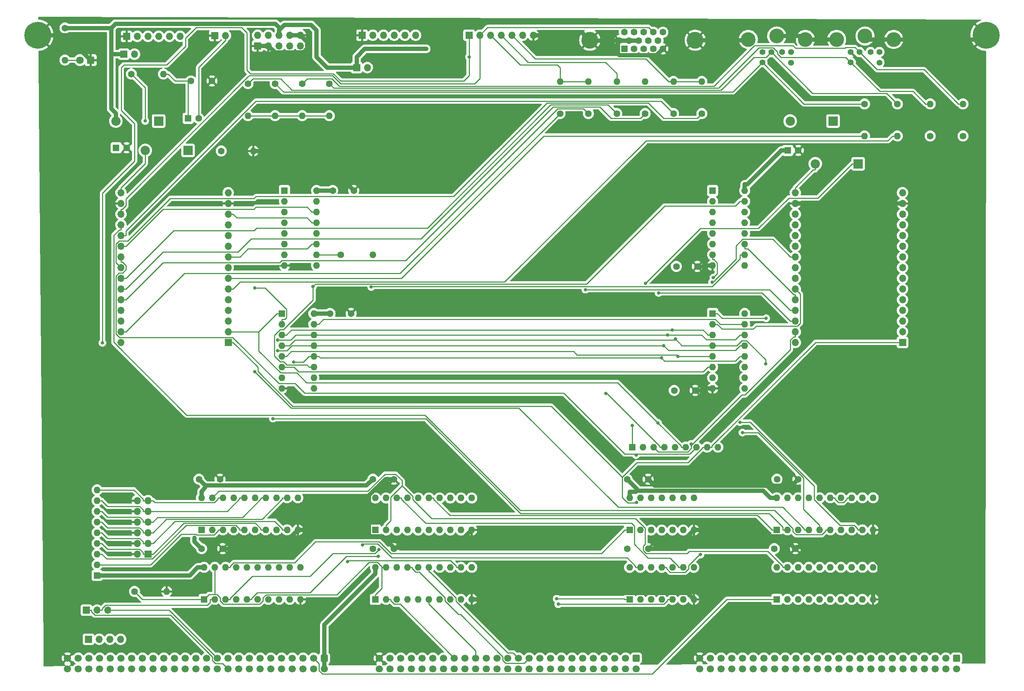
<source format=gbr>
%TF.GenerationSoftware,KiCad,Pcbnew,(6.0.11)*%
%TF.CreationDate,2023-09-05T13:44:13-05:00*%
%TF.ProjectId,input-output.DualESP32,696e7075-742d-46f7-9574-7075742e4475,V1.2*%
%TF.SameCoordinates,Original*%
%TF.FileFunction,Copper,L1,Top*%
%TF.FilePolarity,Positive*%
%FSLAX46Y46*%
G04 Gerber Fmt 4.6, Leading zero omitted, Abs format (unit mm)*
G04 Created by KiCad (PCBNEW (6.0.11)) date 2023-09-05 13:44:13*
%MOMM*%
%LPD*%
G01*
G04 APERTURE LIST*
G04 Aperture macros list*
%AMRoundRect*
0 Rectangle with rounded corners*
0 $1 Rounding radius*
0 $2 $3 $4 $5 $6 $7 $8 $9 X,Y pos of 4 corners*
0 Add a 4 corners polygon primitive as box body*
4,1,4,$2,$3,$4,$5,$6,$7,$8,$9,$2,$3,0*
0 Add four circle primitives for the rounded corners*
1,1,$1+$1,$2,$3*
1,1,$1+$1,$4,$5*
1,1,$1+$1,$6,$7*
1,1,$1+$1,$8,$9*
0 Add four rect primitives between the rounded corners*
20,1,$1+$1,$2,$3,$4,$5,0*
20,1,$1+$1,$4,$5,$6,$7,0*
20,1,$1+$1,$6,$7,$8,$9,0*
20,1,$1+$1,$8,$9,$2,$3,0*%
G04 Aperture macros list end*
%TA.AperFunction,ComponentPad*%
%ADD10R,1.700000X1.700000*%
%TD*%
%TA.AperFunction,ComponentPad*%
%ADD11O,1.700000X1.700000*%
%TD*%
%TA.AperFunction,ComponentPad*%
%ADD12RoundRect,0.250000X-0.600000X0.600000X-0.600000X-0.600000X0.600000X-0.600000X0.600000X0.600000X0*%
%TD*%
%TA.AperFunction,ComponentPad*%
%ADD13C,1.700000*%
%TD*%
%TA.AperFunction,ComponentPad*%
%ADD14C,6.400000*%
%TD*%
%TA.AperFunction,ComponentPad*%
%ADD15R,1.800000X1.800000*%
%TD*%
%TA.AperFunction,ComponentPad*%
%ADD16C,1.800000*%
%TD*%
%TA.AperFunction,ComponentPad*%
%ADD17C,1.600000*%
%TD*%
%TA.AperFunction,ComponentPad*%
%ADD18O,1.600000X1.600000*%
%TD*%
%TA.AperFunction,ComponentPad*%
%ADD19R,1.600000X1.600000*%
%TD*%
%TA.AperFunction,ComponentPad*%
%ADD20R,2.200000X2.200000*%
%TD*%
%TA.AperFunction,ComponentPad*%
%ADD21O,2.200000X2.200000*%
%TD*%
%TA.AperFunction,ComponentPad*%
%ADD22C,1.422400*%
%TD*%
%TA.AperFunction,ComponentPad*%
%ADD23C,3.497580*%
%TD*%
%TA.AperFunction,ComponentPad*%
%ADD24C,4.000000*%
%TD*%
%TA.AperFunction,ViaPad*%
%ADD25C,0.800000*%
%TD*%
%TA.AperFunction,Conductor*%
%ADD26C,1.000000*%
%TD*%
%TA.AperFunction,Conductor*%
%ADD27C,0.250000*%
%TD*%
G04 APERTURE END LIST*
D10*
%TO.P,J12,1,P1*%
%TO.N,VCC*%
X115640000Y-82680000D03*
D11*
%TO.P,J12,2,PM*%
%TO.N,Net-(J11-Pad3)*%
X118180000Y-82680000D03*
%TD*%
D10*
%TO.P,J11,1,1*%
%TO.N,GND*%
X116915000Y-74990000D03*
D11*
%TO.P,J11,2,2*%
%TO.N,unconnected-(J11-Pad2)*%
X119455000Y-74990000D03*
%TO.P,J11,3,3*%
%TO.N,Net-(J11-Pad3)*%
X121995000Y-74990000D03*
%TO.P,J11,4,4*%
%TO.N,RX1*%
X124535000Y-74990000D03*
%TO.P,J11,5,5*%
%TO.N,TX1*%
X127075000Y-74990000D03*
%TO.P,J11,6,6*%
%TO.N,unconnected-(J11-Pad6)*%
X129615000Y-74990000D03*
%TD*%
D10*
%TO.P,J4,1,P1*%
%TO.N,VCC*%
X60400000Y-79505000D03*
D11*
%TO.P,J4,2,PM*%
%TO.N,Net-(J3-Pad3)*%
X62940000Y-79505000D03*
%TD*%
D10*
%TO.P,J3,1,1*%
%TO.N,GND*%
X61035000Y-75265000D03*
D11*
%TO.P,J3,2,2*%
%TO.N,unconnected-(J3-Pad2)*%
X63575000Y-75265000D03*
%TO.P,J3,3,3*%
%TO.N,Net-(J3-Pad3)*%
X66115000Y-75265000D03*
%TO.P,J3,4,4*%
%TO.N,RX*%
X68655000Y-75265000D03*
%TO.P,J3,5,5*%
%TO.N,TX*%
X71195000Y-75265000D03*
%TO.P,J3,6,6*%
%TO.N,unconnected-(J3-Pad6)*%
X73735000Y-75265000D03*
%TD*%
D12*
%TO.P,P1,1,Pin_1*%
%TO.N,VCC*%
X108000000Y-223000000D03*
D13*
%TO.P,P1,2,Pin_2*%
X108000000Y-225540000D03*
%TO.P,P1,3,Pin_3*%
%TO.N,~{RD}*%
X105460000Y-223000000D03*
%TO.P,P1,4,Pin_4*%
%TO.N,/bus/E*%
X105460000Y-225540000D03*
%TO.P,P1,5,Pin_5*%
%TO.N,~{WR}*%
X102920000Y-223000000D03*
%TO.P,P1,6,Pin_6*%
%TO.N,/bus/ST*%
X102920000Y-225540000D03*
%TO.P,P1,7,Pin_7*%
%TO.N,~{IORQ}*%
X100380000Y-223000000D03*
%TO.P,P1,8,Pin_8*%
%TO.N,/bus/PHI*%
X100380000Y-225540000D03*
%TO.P,P1,9,Pin_9*%
%TO.N,/bus/~{MREQ}*%
X97840000Y-223000000D03*
%TO.P,P1,10,Pin_10*%
%TO.N,/bus/~{INT2}*%
X97840000Y-225540000D03*
%TO.P,P1,11,Pin_11*%
%TO.N,~{M1}*%
X95300000Y-223000000D03*
%TO.P,P1,12,Pin_12*%
%TO.N,/bus/~{INT1}*%
X95300000Y-225540000D03*
%TO.P,P1,13,Pin_13*%
%TO.N,/bus/~{BUSACK}*%
X92760000Y-223000000D03*
%TO.P,P1,14,Pin_14*%
%TO.N,/bus/CRUCLK*%
X92760000Y-225540000D03*
%TO.P,P1,15,Pin_15*%
%TO.N,/bus/CLK*%
X90220000Y-223000000D03*
%TO.P,P1,16,Pin_16*%
%TO.N,/bus/CRUOUT*%
X90220000Y-225540000D03*
%TO.P,P1,17,Pin_17*%
%TO.N,/bus/~{INT0}*%
X87680000Y-223000000D03*
%TO.P,P1,18,Pin_18*%
%TO.N,/bus/CRUIN*%
X87680000Y-225540000D03*
%TO.P,P1,19,Pin_19*%
%TO.N,/bus/~{NMI}*%
X85140000Y-223000000D03*
%TO.P,P1,20,Pin_20*%
%TO.N,~{RES_IN}*%
X85140000Y-225540000D03*
%TO.P,P1,21,Pin_21*%
%TO.N,~{RES_OUT}*%
X82600000Y-223000000D03*
%TO.P,P1,22,Pin_22*%
%TO.N,/bus/USER8*%
X82600000Y-225540000D03*
%TO.P,P1,23,Pin_23*%
%TO.N,/bus/~{BUSRQ}*%
X80060000Y-223000000D03*
%TO.P,P1,24,Pin_24*%
%TO.N,/bus/USER7*%
X80060000Y-225540000D03*
%TO.P,P1,25,Pin_25*%
%TO.N,/bus/~{WAIT}*%
X77520000Y-223000000D03*
%TO.P,P1,26,Pin_26*%
%TO.N,/bus/USER6*%
X77520000Y-225540000D03*
%TO.P,P1,27,Pin_27*%
%TO.N,/bus/~{HALT}*%
X74980000Y-223000000D03*
%TO.P,P1,28,Pin_28*%
%TO.N,/bus/USER5*%
X74980000Y-225540000D03*
%TO.P,P1,29,Pin_29*%
%TO.N,/bus/~{RFSH}*%
X72440000Y-223000000D03*
%TO.P,P1,30,Pin_30*%
%TO.N,/bus/USER4*%
X72440000Y-225540000D03*
%TO.P,P1,31,Pin_31*%
%TO.N,/bus/~{EIRQ7}*%
X69900000Y-223000000D03*
%TO.P,P1,32,Pin_32*%
%TO.N,/bus/USER3*%
X69900000Y-225540000D03*
%TO.P,P1,33,Pin_33*%
%TO.N,/bus/~{EIRQ6}*%
X67360000Y-223000000D03*
%TO.P,P1,34,Pin_34*%
%TO.N,/bus/USER2*%
X67360000Y-225540000D03*
%TO.P,P1,35,Pin_35*%
%TO.N,/bus/~{EIRQ5}*%
X64820000Y-223000000D03*
%TO.P,P1,36,Pin_36*%
%TO.N,/bus/USER1*%
X64820000Y-225540000D03*
%TO.P,P1,37,Pin_37*%
%TO.N,/bus/~{EIRQ4}*%
X62280000Y-223000000D03*
%TO.P,P1,38,Pin_38*%
%TO.N,/bus/USER0*%
X62280000Y-225540000D03*
%TO.P,P1,39,Pin_39*%
%TO.N,/bus/~{EIRQ3}*%
X59740000Y-223000000D03*
%TO.P,P1,40,Pin_40*%
%TO.N,~{BAI}*%
X59740000Y-225540000D03*
%TO.P,P1,41,Pin_41*%
%TO.N,/bus/~{EIRQ2}*%
X57200000Y-223000000D03*
%TO.P,P1,42,Pin_42*%
%TO.N,~{BAO}*%
X57200000Y-225540000D03*
%TO.P,P1,43,Pin_43*%
%TO.N,/bus/~{EIRQ1}*%
X54660000Y-223000000D03*
%TO.P,P1,44,Pin_44*%
%TO.N,~{IEI}*%
X54660000Y-225540000D03*
%TO.P,P1,45,Pin_45*%
%TO.N,/bus/~{EIRQ0}*%
X52120000Y-223000000D03*
%TO.P,P1,46,Pin_46*%
%TO.N,~{IEO}*%
X52120000Y-225540000D03*
%TO.P,P1,47,Pin_47*%
%TO.N,/bus/I2C_SCL*%
X49580000Y-223000000D03*
%TO.P,P1,48,Pin_48*%
%TO.N,/bus/I2C_SDA*%
X49580000Y-225540000D03*
%TO.P,P1,49,Pin_49*%
%TO.N,GND*%
X47040000Y-223000000D03*
%TO.P,P1,50,Pin_50*%
X47040000Y-225540000D03*
%TD*%
D12*
%TO.P,P2,1,Pin_1*%
%TO.N,VCC*%
X182000000Y-223000000D03*
D13*
%TO.P,P2,2,Pin_2*%
X182000000Y-225540000D03*
%TO.P,P2,3,Pin_3*%
%TO.N,/bus/A15*%
X179460000Y-223000000D03*
%TO.P,P2,4,Pin_4*%
%TO.N,/bus/A31*%
X179460000Y-225540000D03*
%TO.P,P2,5,Pin_5*%
%TO.N,/bus/A14*%
X176920000Y-223000000D03*
%TO.P,P2,6,Pin_6*%
%TO.N,/bus/A30*%
X176920000Y-225540000D03*
%TO.P,P2,7,Pin_7*%
%TO.N,/bus/A13*%
X174380000Y-223000000D03*
%TO.P,P2,8,Pin_8*%
%TO.N,/bus/A29*%
X174380000Y-225540000D03*
%TO.P,P2,9,Pin_9*%
%TO.N,/bus/A12*%
X171840000Y-223000000D03*
%TO.P,P2,10,Pin_10*%
%TO.N,/bus/A28*%
X171840000Y-225540000D03*
%TO.P,P2,11,Pin_11*%
%TO.N,/bus/A11*%
X169300000Y-223000000D03*
%TO.P,P2,12,Pin_12*%
%TO.N,/bus/A27*%
X169300000Y-225540000D03*
%TO.P,P2,13,Pin_13*%
%TO.N,/bus/A10*%
X166760000Y-223000000D03*
%TO.P,P2,14,Pin_14*%
%TO.N,/bus/A26*%
X166760000Y-225540000D03*
%TO.P,P2,15,Pin_15*%
%TO.N,/bus/A9*%
X164220000Y-223000000D03*
%TO.P,P2,16,Pin_16*%
%TO.N,/bus/A25*%
X164220000Y-225540000D03*
%TO.P,P2,17,Pin_17*%
%TO.N,/bus/A8*%
X161680000Y-223000000D03*
%TO.P,P2,18,Pin_18*%
%TO.N,/bus/A24*%
X161680000Y-225540000D03*
%TO.P,P2,19,Pin_19*%
%TO.N,+12V*%
X159140000Y-223000000D03*
%TO.P,P2,20,Pin_20*%
X159140000Y-225540000D03*
%TO.P,P2,21,Pin_21*%
%TO.N,A7*%
X156600000Y-223000000D03*
%TO.P,P2,22,Pin_22*%
%TO.N,/bus/A23*%
X156600000Y-225540000D03*
%TO.P,P2,23,Pin_23*%
%TO.N,A6*%
X154060000Y-223000000D03*
%TO.P,P2,24,Pin_24*%
%TO.N,/bus/A22*%
X154060000Y-225540000D03*
%TO.P,P2,25,Pin_25*%
%TO.N,A5*%
X151520000Y-223000000D03*
%TO.P,P2,26,Pin_26*%
%TO.N,/bus/A21*%
X151520000Y-225540000D03*
%TO.P,P2,27,Pin_27*%
%TO.N,A4*%
X148980000Y-223000000D03*
%TO.P,P2,28,Pin_28*%
%TO.N,/bus/A20*%
X148980000Y-225540000D03*
%TO.P,P2,29,Pin_29*%
%TO.N,A3*%
X146440000Y-223000000D03*
%TO.P,P2,30,Pin_30*%
%TO.N,/bus/A19*%
X146440000Y-225540000D03*
%TO.P,P2,31,Pin_31*%
%TO.N,A2*%
X143900000Y-223000000D03*
%TO.P,P2,32,Pin_32*%
%TO.N,/bus/A18*%
X143900000Y-225540000D03*
%TO.P,P2,33,Pin_33*%
%TO.N,A1*%
X141360000Y-223000000D03*
%TO.P,P2,34,Pin_34*%
%TO.N,/bus/A17*%
X141360000Y-225540000D03*
%TO.P,P2,35,Pin_35*%
%TO.N,A0*%
X138820000Y-223000000D03*
%TO.P,P2,36,Pin_36*%
%TO.N,/bus/A16*%
X138820000Y-225540000D03*
%TO.P,P2,37,Pin_37*%
%TO.N,-12V*%
X136280000Y-223000000D03*
%TO.P,P2,38,Pin_38*%
X136280000Y-225540000D03*
%TO.P,P2,39,Pin_39*%
%TO.N,/bus/IC3*%
X133740000Y-223000000D03*
%TO.P,P2,40,Pin_40*%
%TO.N,/bus/~{TEND1}*%
X133740000Y-225540000D03*
%TO.P,P2,41,Pin_41*%
%TO.N,/bus/IC2*%
X131200000Y-223000000D03*
%TO.P,P2,42,Pin_42*%
%TO.N,/bus/~{DREQ1}*%
X131200000Y-225540000D03*
%TO.P,P2,43,Pin_43*%
%TO.N,/bus/IC1*%
X128660000Y-223000000D03*
%TO.P,P2,44,Pin_44*%
%TO.N,/bus/~{TEND0}*%
X128660000Y-225540000D03*
%TO.P,P2,45,Pin_45*%
%TO.N,/bus/IC0*%
X126120000Y-223000000D03*
%TO.P,P2,46,Pin_46*%
%TO.N,/bus/~{DREQ0}*%
X126120000Y-225540000D03*
%TO.P,P2,47,Pin_47*%
%TO.N,/bus/AUXCLK1*%
X123580000Y-223000000D03*
%TO.P,P2,48,Pin_48*%
%TO.N,/bus/AUXCLK0*%
X123580000Y-225540000D03*
%TO.P,P2,49,Pin_49*%
%TO.N,GND*%
X121040000Y-223000000D03*
%TO.P,P2,50,Pin_50*%
X121040000Y-225540000D03*
%TD*%
D14*
%TO.P,H1,1,1*%
%TO.N,GND*%
X40000000Y-75000000D03*
%TD*%
%TO.P,H2,1,1*%
%TO.N,GND*%
X265000000Y-75000000D03*
%TD*%
D12*
%TO.P,P3,1,Pin_1*%
%TO.N,VCC*%
X258000000Y-223000000D03*
D13*
%TO.P,P3,2,Pin_2*%
X258000000Y-225540000D03*
%TO.P,P3,3,Pin_3*%
%TO.N,/bus/D15*%
X255460000Y-223000000D03*
%TO.P,P3,4,Pin_4*%
%TO.N,/bus/D31*%
X255460000Y-225540000D03*
%TO.P,P3,5,Pin_5*%
%TO.N,/bus/D14*%
X252920000Y-223000000D03*
%TO.P,P3,6,Pin_6*%
%TO.N,/bus/D30*%
X252920000Y-225540000D03*
%TO.P,P3,7,Pin_7*%
%TO.N,/bus/D13*%
X250380000Y-223000000D03*
%TO.P,P3,8,Pin_8*%
%TO.N,/bus/D29*%
X250380000Y-225540000D03*
%TO.P,P3,9,Pin_9*%
%TO.N,/bus/D12*%
X247840000Y-223000000D03*
%TO.P,P3,10,Pin_10*%
%TO.N,/bus/D28*%
X247840000Y-225540000D03*
%TO.P,P3,11,Pin_11*%
%TO.N,/bus/D11*%
X245300000Y-223000000D03*
%TO.P,P3,12,Pin_12*%
%TO.N,/bus/D27*%
X245300000Y-225540000D03*
%TO.P,P3,13,Pin_13*%
%TO.N,/bus/D10*%
X242760000Y-223000000D03*
%TO.P,P3,14,Pin_14*%
%TO.N,/bus/D26*%
X242760000Y-225540000D03*
%TO.P,P3,15,Pin_15*%
%TO.N,/bus/D9*%
X240220000Y-223000000D03*
%TO.P,P3,16,Pin_16*%
%TO.N,/bus/D25*%
X240220000Y-225540000D03*
%TO.P,P3,17,Pin_17*%
%TO.N,/bus/D8*%
X237680000Y-223000000D03*
%TO.P,P3,18,Pin_18*%
%TO.N,/bus/D24*%
X237680000Y-225540000D03*
%TO.P,P3,19,Pin_19*%
%TO.N,D7*%
X235140000Y-223000000D03*
%TO.P,P3,20,Pin_20*%
%TO.N,/bus/D23*%
X235140000Y-225540000D03*
%TO.P,P3,21,Pin_21*%
%TO.N,D6*%
X232600000Y-223000000D03*
%TO.P,P3,22,Pin_22*%
%TO.N,/bus/D22*%
X232600000Y-225540000D03*
%TO.P,P3,23,Pin_23*%
%TO.N,D5*%
X230060000Y-223000000D03*
%TO.P,P3,24,Pin_24*%
%TO.N,/bus/D21*%
X230060000Y-225540000D03*
%TO.P,P3,25,Pin_25*%
%TO.N,D4*%
X227520000Y-223000000D03*
%TO.P,P3,26,Pin_26*%
%TO.N,/bus/D20*%
X227520000Y-225540000D03*
%TO.P,P3,27,Pin_27*%
%TO.N,D3*%
X224980000Y-223000000D03*
%TO.P,P3,28,Pin_28*%
%TO.N,/bus/D19*%
X224980000Y-225540000D03*
%TO.P,P3,29,Pin_29*%
%TO.N,D2*%
X222440000Y-223000000D03*
%TO.P,P3,30,Pin_30*%
%TO.N,/bus/D18*%
X222440000Y-225540000D03*
%TO.P,P3,31,Pin_31*%
%TO.N,D1*%
X219900000Y-223000000D03*
%TO.P,P3,32,Pin_32*%
%TO.N,/bus/D17*%
X219900000Y-225540000D03*
%TO.P,P3,33,Pin_33*%
%TO.N,D0*%
X217360000Y-223000000D03*
%TO.P,P3,34,Pin_34*%
%TO.N,/bus/D16*%
X217360000Y-225540000D03*
%TO.P,P3,35,Pin_35*%
%TO.N,/bus/~{BUSERR}*%
X214820000Y-223000000D03*
%TO.P,P3,36,Pin_36*%
%TO.N,/bus/UDS*%
X214820000Y-225540000D03*
%TO.P,P3,37,Pin_37*%
%TO.N,/bus/~{VPA}*%
X212280000Y-223000000D03*
%TO.P,P3,38,Pin_38*%
%TO.N,/bus/LDS*%
X212280000Y-225540000D03*
%TO.P,P3,39,Pin_39*%
%TO.N,/bus/~{VMA}*%
X209740000Y-223000000D03*
%TO.P,P3,40,Pin_40*%
%TO.N,/bus/S2*%
X209740000Y-225540000D03*
%TO.P,P3,41,Pin_41*%
%TO.N,/bus/~{BHE}*%
X207200000Y-223000000D03*
%TO.P,P3,42,Pin_42*%
%TO.N,/bus/S1*%
X207200000Y-225540000D03*
%TO.P,P3,43,Pin_43*%
%TO.N,/bus/IPL2*%
X204660000Y-223000000D03*
%TO.P,P3,44,Pin_44*%
%TO.N,/bus/S0*%
X204660000Y-225540000D03*
%TO.P,P3,45,Pin_45*%
%TO.N,/bus/IPL1*%
X202120000Y-223000000D03*
%TO.P,P3,46,Pin_46*%
%TO.N,/bus/AUXCLK3*%
X202120000Y-225540000D03*
%TO.P,P3,47,Pin_47*%
%TO.N,/bus/IPL0*%
X199580000Y-223000000D03*
%TO.P,P3,48,Pin_48*%
%TO.N,/bus/AUXCLK2*%
X199580000Y-225540000D03*
%TO.P,P3,49,Pin_49*%
%TO.N,GND*%
X197040000Y-223000000D03*
%TO.P,P3,50,Pin_50*%
X197040000Y-225540000D03*
%TD*%
D15*
%TO.P,D1,1,K*%
%TO.N,GND*%
X52526000Y-80902000D03*
D16*
%TO.P,D1,2,A*%
%TO.N,Net-(D1-Pad2)*%
X49986000Y-80902000D03*
%TD*%
D17*
%TO.P,R1,1*%
%TO.N,VCC*%
X46430000Y-73282000D03*
D18*
%TO.P,R1,2*%
%TO.N,Net-(D1-Pad2)*%
X46430000Y-80902000D03*
%TD*%
D10*
%TO.P,P4,1,Pin_1*%
%TO.N,~{IEO}*%
X52000000Y-218500000D03*
D11*
%TO.P,P4,2,Pin_2*%
%TO.N,~{IEI}*%
X54540000Y-218500000D03*
%TO.P,P4,3,Pin_3*%
%TO.N,~{BAO}*%
X57080000Y-218500000D03*
%TO.P,P4,4,Pin_4*%
%TO.N,~{BAI}*%
X59620000Y-218500000D03*
%TD*%
D19*
%TO.P,U9,1,~{PL}*%
%TO.N,~{ESP0_WR}*%
X97875000Y-141115000D03*
D18*
%TO.P,U9,2,CP*%
%TO.N,ESP0_INCLK*%
X97875000Y-143655000D03*
%TO.P,U9,3,D4*%
%TO.N,bD4*%
X97875000Y-146195000D03*
%TO.P,U9,4,D5*%
%TO.N,bD5*%
X97875000Y-148735000D03*
%TO.P,U9,5,D6*%
%TO.N,bD6*%
X97875000Y-151275000D03*
%TO.P,U9,6,D7*%
%TO.N,bD7*%
X97875000Y-153815000D03*
%TO.P,U9,7,~{Q7}*%
%TO.N,unconnected-(U9-Pad7)*%
X97875000Y-156355000D03*
%TO.P,U9,8,GND*%
%TO.N,GND*%
X97875000Y-158895000D03*
%TO.P,U9,9,Q7*%
%TO.N,Net-(U3-Pad13)*%
X105495000Y-158895000D03*
%TO.P,U9,10,DS*%
%TO.N,unconnected-(U9-Pad10)*%
X105495000Y-156355000D03*
%TO.P,U9,11,D0*%
%TO.N,bD0*%
X105495000Y-153815000D03*
%TO.P,U9,12,D1*%
%TO.N,bD1*%
X105495000Y-151275000D03*
%TO.P,U9,13,D2*%
%TO.N,bD2*%
X105495000Y-148735000D03*
%TO.P,U9,14,D3*%
%TO.N,bD3*%
X105495000Y-146195000D03*
%TO.P,U9,15,~{CE}*%
%TO.N,ZERO*%
X105495000Y-143655000D03*
%TO.P,U9,16,VCC*%
%TO.N,VCC*%
X105495000Y-141115000D03*
%TD*%
D19*
%TO.P,RN2,1,common*%
%TO.N,VCC*%
X54050000Y-203330000D03*
D18*
%TO.P,RN2,2,R1*%
%TO.N,Net-(RN2-Pad2)*%
X54050000Y-200790000D03*
%TO.P,RN2,3,R2*%
%TO.N,Net-(RN2-Pad3)*%
X54050000Y-198250000D03*
%TO.P,RN2,4,R3*%
%TO.N,Net-(J7-Pad1)*%
X54050000Y-195710000D03*
%TO.P,RN2,5,R4*%
%TO.N,Net-(J7-Pad3)*%
X54050000Y-193170000D03*
%TO.P,RN2,6,R5*%
%TO.N,Net-(J7-Pad5)*%
X54050000Y-190630000D03*
%TO.P,RN2,7,R6*%
%TO.N,Net-(J7-Pad7)*%
X54050000Y-188090000D03*
%TO.P,RN2,8,R7*%
%TO.N,Net-(J7-Pad9)*%
X54050000Y-185550000D03*
%TO.P,RN2,9,R8*%
%TO.N,Net-(J7-Pad11)*%
X54050000Y-183010000D03*
%TD*%
D17*
%TO.P,R9,1*%
%TO.N,Net-(J1-Pad2)*%
X96298700Y-86490000D03*
D18*
%TO.P,R9,2*%
%TO.N,+3.3V*%
X96298700Y-94110000D03*
%TD*%
D17*
%TO.P,C18,1*%
%TO.N,VCC*%
X190996000Y-159388000D03*
%TO.P,C18,2*%
%TO.N,GND*%
X195996000Y-159388000D03*
%TD*%
%TO.P,C17,1*%
%TO.N,VCC*%
X191504000Y-129924000D03*
%TO.P,C17,2*%
%TO.N,GND*%
X196504000Y-129924000D03*
%TD*%
%TO.P,R10,1*%
%TO.N,Net-(J1-Pad2)*%
X236168000Y-91316000D03*
D18*
%TO.P,R10,2*%
%TO.N,KBDCLK*%
X236168000Y-98936000D03*
%TD*%
D17*
%TO.P,R8,1*%
%TO.N,Net-(J1-Pad4)*%
X89864000Y-86490000D03*
D18*
%TO.P,R8,2*%
%TO.N,+3.3V*%
X89864000Y-94110000D03*
%TD*%
D17*
%TO.P,R6,1*%
%TO.N,Net-(J1-Pad7)*%
X102733300Y-86490000D03*
D18*
%TO.P,R6,2*%
%TO.N,+3.3V*%
X102733300Y-94110000D03*
%TD*%
D17*
%TO.P,R3,1*%
%TO.N,MSEDAT*%
X259536000Y-98936000D03*
D18*
%TO.P,R3,2*%
%TO.N,Net-(J1-Pad7)*%
X259536000Y-91316000D03*
%TD*%
D19*
%TO.P,U13,1,OEa*%
%TO.N,ZERO*%
X120095000Y-209035000D03*
D18*
%TO.P,U13,2,I0a*%
%TO.N,A0*%
X122635000Y-209035000D03*
%TO.P,U13,3,O3b*%
%TO.N,bA7*%
X125175000Y-209035000D03*
%TO.P,U13,4,I1a*%
%TO.N,A1*%
X127715000Y-209035000D03*
%TO.P,U13,5,O2b*%
%TO.N,bA6*%
X130255000Y-209035000D03*
%TO.P,U13,6,I2a*%
%TO.N,A2*%
X132795000Y-209035000D03*
%TO.P,U13,7,O1b*%
%TO.N,bA5*%
X135335000Y-209035000D03*
%TO.P,U13,8,I3a*%
%TO.N,A3*%
X137875000Y-209035000D03*
%TO.P,U13,9,O0b*%
%TO.N,bA4*%
X140415000Y-209035000D03*
%TO.P,U13,10,GND*%
%TO.N,GND*%
X142955000Y-209035000D03*
%TO.P,U13,11,I0b*%
%TO.N,A4*%
X142955000Y-201415000D03*
%TO.P,U13,12,O3a*%
%TO.N,bA3*%
X140415000Y-201415000D03*
%TO.P,U13,13,I1b*%
%TO.N,A5*%
X137875000Y-201415000D03*
%TO.P,U13,14,O2a*%
%TO.N,bA2*%
X135335000Y-201415000D03*
%TO.P,U13,15,I2b*%
%TO.N,A6*%
X132795000Y-201415000D03*
%TO.P,U13,16,O1a*%
%TO.N,bA1*%
X130255000Y-201415000D03*
%TO.P,U13,17,I3b*%
%TO.N,A7*%
X127715000Y-201415000D03*
%TO.P,U13,18,O0a*%
%TO.N,bA0*%
X125175000Y-201415000D03*
%TO.P,U13,19,OEb*%
%TO.N,ZERO*%
X122635000Y-201415000D03*
%TO.P,U13,20,VCC*%
%TO.N,VCC*%
X120095000Y-201415000D03*
%TD*%
D17*
%TO.P,C2,1*%
%TO.N,VCC*%
X78855000Y-196980000D03*
%TO.P,C2,2*%
%TO.N,GND*%
X83855000Y-196980000D03*
%TD*%
D10*
%TO.P,J6,1,Pin_1*%
%TO.N,~{RES_IN}*%
X51525000Y-211585000D03*
D11*
%TO.P,J6,2,Pin_2*%
%TO.N,Net-(J6-Pad2)*%
X54065000Y-211585000D03*
%TO.P,J6,3,Pin_3*%
%TO.N,~{RES_OUT}*%
X56605000Y-211585000D03*
%TD*%
D19*
%TO.P,C16,1*%
%TO.N,Net-(C15-Pad1)*%
X75640000Y-94745000D03*
D17*
%TO.P,C16,2*%
%TO.N,Net-(C16-Pad2)*%
X78140000Y-94745000D03*
%TD*%
%TO.P,R13,1*%
%TO.N,VGA_R0*%
X170636000Y-93602000D03*
D18*
%TO.P,R13,2*%
%TO.N,Net-(J10-Pad3)*%
X170636000Y-85982000D03*
%TD*%
D17*
%TO.P,C1,1*%
%TO.N,VCC*%
X78220000Y-180470000D03*
%TO.P,C1,2*%
%TO.N,GND*%
X83220000Y-180470000D03*
%TD*%
D20*
%TO.P,D5,1,K*%
%TO.N,+3.3V*%
X234644000Y-105540000D03*
D21*
%TO.P,D5,2,A*%
%TO.N,Net-(D5-Pad2)*%
X224484000Y-105540000D03*
%TD*%
D17*
%TO.P,R4,1*%
%TO.N,MSECLK*%
X251746700Y-98936000D03*
D18*
%TO.P,R4,2*%
%TO.N,Net-(J1-Pad9)*%
X251746700Y-91316000D03*
%TD*%
D19*
%TO.P,U6,1,QB*%
%TO.N,bD1*%
X200110000Y-111905000D03*
D18*
%TO.P,U6,2,QC*%
%TO.N,bD2*%
X200110000Y-114445000D03*
%TO.P,U6,3,QD*%
%TO.N,bD3*%
X200110000Y-116985000D03*
%TO.P,U6,4,QE*%
%TO.N,bD4*%
X200110000Y-119525000D03*
%TO.P,U6,5,QF*%
%TO.N,bD5*%
X200110000Y-122065000D03*
%TO.P,U6,6,QG*%
%TO.N,bD6*%
X200110000Y-124605000D03*
%TO.P,U6,7,QH*%
%TO.N,bD7*%
X200110000Y-127145000D03*
%TO.P,U6,8,GND*%
%TO.N,GND*%
X200110000Y-129685000D03*
%TO.P,U6,9,QH'*%
%TO.N,unconnected-(U6-Pad9)*%
X207730000Y-129685000D03*
%TO.P,U6,10,~{SRCLR}*%
%TO.N,ONE*%
X207730000Y-127145000D03*
%TO.P,U6,11,SRCLK*%
%TO.N,ESP1_OUTCLK*%
X207730000Y-124605000D03*
%TO.P,U6,12,RCLK*%
X207730000Y-122065000D03*
%TO.P,U6,13,~{OE}*%
%TO.N,~{ESP1_RD}*%
X207730000Y-119525000D03*
%TO.P,U6,14,SER*%
%TO.N,ESP1_OUT*%
X207730000Y-116985000D03*
%TO.P,U6,15,QA*%
%TO.N,bD0*%
X207730000Y-114445000D03*
%TO.P,U6,16,VCC*%
%TO.N,VCC*%
X207730000Y-111905000D03*
%TD*%
D19*
%TO.P,C13,1*%
%TO.N,VCC*%
X58559900Y-101730000D03*
D17*
%TO.P,C13,2*%
%TO.N,GND*%
X61059900Y-101730000D03*
%TD*%
%TO.P,R18,1*%
%TO.N,ONE*%
X111835000Y-127130000D03*
D18*
%TO.P,R18,2*%
%TO.N,VCC*%
X119455000Y-127130000D03*
%TD*%
D19*
%TO.P,C14,1*%
%TO.N,VCC*%
X217944900Y-102365000D03*
D17*
%TO.P,C14,2*%
%TO.N,GND*%
X220444900Y-102365000D03*
%TD*%
%TO.P,R5,1*%
%TO.N,Net-(C15-Pad1)*%
X83514000Y-102492000D03*
D18*
%TO.P,R5,2*%
%TO.N,GND*%
X91134000Y-102492000D03*
%TD*%
D17*
%TO.P,R11,1*%
%TO.N,Net-(J1-Pad4)*%
X243957300Y-91316000D03*
D18*
%TO.P,R11,2*%
%TO.N,KBDDAT*%
X243957300Y-98936000D03*
%TD*%
D20*
%TO.P,D4,1,K*%
%TO.N,+3.3V*%
X75640000Y-102365000D03*
D21*
%TO.P,D4,2,A*%
%TO.N,Net-(D4-Pad2)*%
X65480000Y-102365000D03*
%TD*%
D22*
%TO.P,J8,1*%
%TO.N,Net-(J1-Pad4)*%
X214029360Y-78996480D03*
%TO.P,J8,2*%
%TO.N,unconnected-(J8-Pad2)*%
X216625240Y-78996480D03*
%TO.P,J8,3*%
%TO.N,GND*%
X211928780Y-78996480D03*
%TO.P,J8,4*%
%TO.N,VCC*%
X218725820Y-78996480D03*
%TO.P,J8,5*%
%TO.N,Net-(J1-Pad2)*%
X211928780Y-81445040D03*
%TO.P,J8,6*%
%TO.N,unconnected-(J8-Pad6)*%
X218725820Y-81495840D03*
D23*
%TO.P,J8,SH1*%
%TO.N,N/C*%
X222126880Y-75996740D03*
%TO.P,J8,SH2*%
X215327300Y-75199180D03*
%TO.P,J8,SH3*%
X208578520Y-75996740D03*
%TD*%
D19*
%TO.P,U7,1,~{PL}*%
%TO.N,~{ESP1_WR}*%
X200110000Y-141115000D03*
D18*
%TO.P,U7,2,CP*%
%TO.N,ESP1_INCLK*%
X200110000Y-143655000D03*
%TO.P,U7,3,D4*%
%TO.N,bD4*%
X200110000Y-146195000D03*
%TO.P,U7,4,D5*%
%TO.N,bD5*%
X200110000Y-148735000D03*
%TO.P,U7,5,D6*%
%TO.N,bD6*%
X200110000Y-151275000D03*
%TO.P,U7,6,D7*%
%TO.N,bD7*%
X200110000Y-153815000D03*
%TO.P,U7,7,~{Q7}*%
%TO.N,unconnected-(U7-Pad7)*%
X200110000Y-156355000D03*
%TO.P,U7,8,GND*%
%TO.N,GND*%
X200110000Y-158895000D03*
%TO.P,U7,9,Q7*%
%TO.N,Net-(U3-Pad11)*%
X207730000Y-158895000D03*
%TO.P,U7,10,DS*%
%TO.N,unconnected-(U7-Pad10)*%
X207730000Y-156355000D03*
%TO.P,U7,11,D0*%
%TO.N,bD0*%
X207730000Y-153815000D03*
%TO.P,U7,12,D1*%
%TO.N,bD1*%
X207730000Y-151275000D03*
%TO.P,U7,13,D2*%
%TO.N,bD2*%
X207730000Y-148735000D03*
%TO.P,U7,14,D3*%
%TO.N,bD3*%
X207730000Y-146195000D03*
%TO.P,U7,15,~{CE}*%
%TO.N,ZERO*%
X207730000Y-143655000D03*
%TO.P,U7,16,VCC*%
%TO.N,VCC*%
X207730000Y-141115000D03*
%TD*%
D17*
%TO.P,C12,1*%
%TO.N,VCC*%
X109335000Y-141100000D03*
%TO.P,C12,2*%
%TO.N,GND*%
X114335000Y-141100000D03*
%TD*%
D10*
%TO.P,J2,1,Pin_1*%
%TO.N,GND*%
X81990000Y-75060000D03*
D11*
%TO.P,J2,2,Pin_2*%
%TO.N,Net-(C16-Pad2)*%
X84530000Y-75060000D03*
%TD*%
D20*
%TO.P,D3,1,K*%
%TO.N,Net-(D3-Pad1)*%
X228675000Y-95380000D03*
D21*
%TO.P,D3,2,A*%
%TO.N,VCC*%
X218515000Y-95380000D03*
%TD*%
D17*
%TO.P,R2,1*%
%TO.N,AUDIO*%
X62178000Y-84204000D03*
D18*
%TO.P,R2,2*%
%TO.N,Net-(C15-Pad1)*%
X69798000Y-84204000D03*
%TD*%
D17*
%TO.P,R7,1*%
%TO.N,Net-(J1-Pad9)*%
X109168000Y-86490000D03*
D18*
%TO.P,R7,2*%
%TO.N,+3.3V*%
X109168000Y-94110000D03*
%TD*%
D17*
%TO.P,C3,1*%
%TO.N,VCC*%
X119495000Y-180470000D03*
%TO.P,C3,2*%
%TO.N,GND*%
X124495000Y-180470000D03*
%TD*%
D22*
%TO.P,J9,1*%
%TO.N,Net-(J1-Pad7)*%
X234984360Y-78996480D03*
%TO.P,J9,2*%
%TO.N,unconnected-(J9-Pad2)*%
X237580240Y-78996480D03*
%TO.P,J9,3*%
%TO.N,GND*%
X232883780Y-78996480D03*
%TO.P,J9,4*%
%TO.N,VCC*%
X239680820Y-78996480D03*
%TO.P,J9,5*%
%TO.N,Net-(J1-Pad9)*%
X232883780Y-81445040D03*
%TO.P,J9,6*%
%TO.N,unconnected-(J9-Pad6)*%
X239680820Y-81495840D03*
D23*
%TO.P,J9,SH1*%
%TO.N,N/C*%
X243081880Y-75996740D03*
%TO.P,J9,SH2*%
X236282300Y-75199180D03*
%TO.P,J9,SH3*%
X229533520Y-75996740D03*
%TD*%
D19*
%TO.P,U10,1,OEa*%
%TO.N,~{ESP_STAT}*%
X215345000Y-192525000D03*
D18*
%TO.P,U10,2,I0a*%
%TO.N,ESP0_RDYO*%
X217885000Y-192525000D03*
%TO.P,U10,3,O3b*%
%TO.N,bD7*%
X220425000Y-192525000D03*
%TO.P,U10,4,I1a*%
%TO.N,ESP0_BUSY*%
X222965000Y-192525000D03*
%TO.P,U10,5,O2b*%
%TO.N,bD6*%
X225505000Y-192525000D03*
%TO.P,U10,6,I2a*%
%TO.N,ESP0_SPAREO*%
X228045000Y-192525000D03*
%TO.P,U10,7,O1b*%
%TO.N,bD5*%
X230585000Y-192525000D03*
%TO.P,U10,8,I3a*%
%TO.N,ESP1_RDYO*%
X233125000Y-192525000D03*
%TO.P,U10,9,O0b*%
%TO.N,bD4*%
X235665000Y-192525000D03*
%TO.P,U10,10,GND*%
%TO.N,GND*%
X238205000Y-192525000D03*
%TO.P,U10,11,I0b*%
%TO.N,ESP1_BUSY*%
X238205000Y-184905000D03*
%TO.P,U10,12,O3a*%
%TO.N,bD3*%
X235665000Y-184905000D03*
%TO.P,U10,13,I1b*%
%TO.N,ZERO*%
X233125000Y-184905000D03*
%TO.P,U10,14,O2a*%
%TO.N,bD2*%
X230585000Y-184905000D03*
%TO.P,U10,15,I2b*%
%TO.N,ZERO*%
X228045000Y-184905000D03*
%TO.P,U10,16,O1a*%
%TO.N,bD1*%
X225505000Y-184905000D03*
%TO.P,U10,17,I3b*%
%TO.N,ZERO*%
X222965000Y-184905000D03*
%TO.P,U10,18,O0a*%
%TO.N,bD0*%
X220425000Y-184905000D03*
%TO.P,U10,19,OEb*%
%TO.N,~{ESP_STAT}*%
X217885000Y-184905000D03*
%TO.P,U10,20,VCC*%
%TO.N,VCC*%
X215345000Y-184905000D03*
%TD*%
D10*
%TO.P,J1,1,Pin_1*%
%TO.N,GND*%
X92155000Y-77535000D03*
D11*
%TO.P,J1,2,Pin_2*%
%TO.N,Net-(J1-Pad2)*%
X92155000Y-74995000D03*
%TO.P,J1,3,Pin_3*%
%TO.N,GND*%
X94695000Y-77535000D03*
%TO.P,J1,4,Pin_4*%
%TO.N,Net-(J1-Pad4)*%
X94695000Y-74995000D03*
%TO.P,J1,5,Pin_5*%
%TO.N,VCC*%
X97235000Y-77535000D03*
%TO.P,J1,6,Pin_6*%
X97235000Y-74995000D03*
%TO.P,J1,7,Pin_7*%
%TO.N,Net-(J1-Pad7)*%
X99775000Y-77535000D03*
%TO.P,J1,8,Pin_8*%
%TO.N,GND*%
X99775000Y-74995000D03*
%TO.P,J1,9,Pin_9*%
%TO.N,Net-(J1-Pad9)*%
X102315000Y-77535000D03*
%TO.P,J1,10,Pin_10*%
%TO.N,GND*%
X102315000Y-74995000D03*
%TD*%
D19*
%TO.P,U14,1,A->B*%
%TO.N,~{RD}*%
X215345000Y-209035000D03*
D18*
%TO.P,U14,2,A0*%
%TO.N,D0*%
X217885000Y-209035000D03*
%TO.P,U14,3,A1*%
%TO.N,D1*%
X220425000Y-209035000D03*
%TO.P,U14,4,A2*%
%TO.N,D2*%
X222965000Y-209035000D03*
%TO.P,U14,5,A3*%
%TO.N,D3*%
X225505000Y-209035000D03*
%TO.P,U14,6,A4*%
%TO.N,D4*%
X228045000Y-209035000D03*
%TO.P,U14,7,A5*%
%TO.N,D5*%
X230585000Y-209035000D03*
%TO.P,U14,8,A6*%
%TO.N,D6*%
X233125000Y-209035000D03*
%TO.P,U14,9,A7*%
%TO.N,D7*%
X235665000Y-209035000D03*
%TO.P,U14,10,GND*%
%TO.N,GND*%
X238205000Y-209035000D03*
%TO.P,U14,11,B7*%
%TO.N,bD7*%
X238205000Y-201415000D03*
%TO.P,U14,12,B6*%
%TO.N,bD6*%
X235665000Y-201415000D03*
%TO.P,U14,13,B5*%
%TO.N,bD5*%
X233125000Y-201415000D03*
%TO.P,U14,14,B4*%
%TO.N,bD4*%
X230585000Y-201415000D03*
%TO.P,U14,15,B3*%
%TO.N,bD3*%
X228045000Y-201415000D03*
%TO.P,U14,16,B2*%
%TO.N,bD2*%
X225505000Y-201415000D03*
%TO.P,U14,17,B1*%
%TO.N,bD1*%
X222965000Y-201415000D03*
%TO.P,U14,18,B0*%
%TO.N,bD0*%
X220425000Y-201415000D03*
%TO.P,U14,19,CE*%
%TO.N,~{CS_ESP}*%
X217885000Y-201415000D03*
%TO.P,U14,20,VCC*%
%TO.N,VCC*%
X215345000Y-201415000D03*
%TD*%
D17*
%TO.P,R12,1*%
%TO.N,VGA_R1*%
X163905000Y-93602000D03*
D18*
%TO.P,R12,2*%
%TO.N,Net-(J10-Pad3)*%
X163905000Y-85982000D03*
%TD*%
D17*
%TO.P,C11,1*%
%TO.N,VCC*%
X109970000Y-111890000D03*
%TO.P,C11,2*%
%TO.N,GND*%
X114970000Y-111890000D03*
%TD*%
D10*
%TO.P,J10,1,Pin_1*%
%TO.N,VGA_HSYNC*%
X142310000Y-74990000D03*
D11*
%TO.P,J10,2,Pin_2*%
%TO.N,VGA_VSYNC*%
X144850000Y-74990000D03*
%TO.P,J10,3,Pin_3*%
%TO.N,Net-(J10-Pad3)*%
X147390000Y-74990000D03*
%TO.P,J10,4,Pin_4*%
%TO.N,Net-(J10-Pad4)*%
X149930000Y-74990000D03*
%TO.P,J10,5,Pin_5*%
%TO.N,Net-(J10-Pad5)*%
X152470000Y-74990000D03*
%TO.P,J10,6,Pin_6*%
%TO.N,VCC*%
X155010000Y-74990000D03*
%TO.P,J10,7,Pin_7*%
%TO.N,GND*%
X157550000Y-74990000D03*
%TD*%
D19*
%TO.P,U16,1,G*%
%TO.N,~{bIORQ}*%
X78820000Y-192525000D03*
D18*
%TO.P,U16,2,P0*%
%TO.N,~{bM1}*%
X81360000Y-192525000D03*
%TO.P,U16,3,R0*%
%TO.N,Net-(RN2-Pad2)*%
X83900000Y-192525000D03*
%TO.P,U16,4,P1*%
%TO.N,~{bM1}*%
X86440000Y-192525000D03*
%TO.P,U16,5,R1*%
%TO.N,Net-(RN2-Pad3)*%
X88980000Y-192525000D03*
%TO.P,U16,6,P2*%
%TO.N,bA2*%
X91520000Y-192525000D03*
%TO.P,U16,7,R2*%
%TO.N,Net-(J7-Pad1)*%
X94060000Y-192525000D03*
%TO.P,U16,8,P3*%
%TO.N,bA3*%
X96600000Y-192525000D03*
%TO.P,U16,9,R3*%
%TO.N,Net-(J7-Pad3)*%
X99140000Y-192525000D03*
%TO.P,U16,10,GND*%
%TO.N,GND*%
X101680000Y-192525000D03*
%TO.P,U16,11,P4*%
%TO.N,bA4*%
X101680000Y-184905000D03*
%TO.P,U16,12,R4*%
%TO.N,Net-(J7-Pad5)*%
X99140000Y-184905000D03*
%TO.P,U16,13,P5*%
%TO.N,bA5*%
X96600000Y-184905000D03*
%TO.P,U16,14,R5*%
%TO.N,Net-(J7-Pad7)*%
X94060000Y-184905000D03*
%TO.P,U16,15,P6*%
%TO.N,bA6*%
X91520000Y-184905000D03*
%TO.P,U16,16,R6*%
%TO.N,Net-(J7-Pad9)*%
X88980000Y-184905000D03*
%TO.P,U16,17,P7*%
%TO.N,bA7*%
X86440000Y-184905000D03*
%TO.P,U16,18,R7*%
%TO.N,Net-(J7-Pad11)*%
X83900000Y-184905000D03*
%TO.P,U16,19,P=R*%
%TO.N,~{CS_ESP}*%
X81360000Y-184905000D03*
%TO.P,U16,20,VCC*%
%TO.N,VCC*%
X78820000Y-184905000D03*
%TD*%
D10*
%TO.P,U12,1,RESET*%
%TO.N,~{ESP_RESET}*%
X245180000Y-147970000D03*
D11*
%TO.P,U12,2,GPIO36*%
%TO.N,unconnected-(U12-Pad2)*%
X245180000Y-145430000D03*
%TO.P,U12,3,GPIO39*%
%TO.N,unconnected-(U12-Pad3)*%
X245180000Y-142890000D03*
%TO.P,U12,4,GPIO34*%
%TO.N,unconnected-(U12-Pad4)*%
X245180000Y-140350000D03*
%TO.P,U12,5,GPIO35*%
%TO.N,unconnected-(U12-Pad5)*%
X245180000Y-137810000D03*
%TO.P,U12,6,GPIO32*%
%TO.N,MSEDAT*%
X245180000Y-135270000D03*
%TO.P,U12,7,GPIO33*%
%TO.N,MSECLK*%
X245180000Y-132730000D03*
%TO.P,U12,8,GPIO25*%
%TO.N,unconnected-(U12-Pad8)*%
X245180000Y-130190000D03*
%TO.P,U12,9,GPIO26*%
%TO.N,unconnected-(U12-Pad9)*%
X245180000Y-127650000D03*
%TO.P,U12,10,GPIO27*%
%TO.N,unconnected-(U12-Pad10)*%
X245180000Y-125110000D03*
%TO.P,U12,11,GPIO14*%
%TO.N,unconnected-(U12-Pad11)*%
X245180000Y-122570000D03*
%TO.P,U12,12,GPIO12*%
%TO.N,unconnected-(U12-Pad12)*%
X245180000Y-120030000D03*
%TO.P,U12,13,GPIO13*%
%TO.N,unconnected-(U12-Pad13)*%
X245180000Y-117490000D03*
%TO.P,U12,14,GND*%
%TO.N,GND*%
X245180000Y-114950000D03*
%TO.P,U12,15,VIN*%
%TO.N,Net-(D3-Pad1)*%
X245180000Y-112410000D03*
%TO.P,U12,16,3.3V*%
%TO.N,Net-(D5-Pad2)*%
X219740000Y-112410000D03*
%TO.P,U12,17,GND*%
%TO.N,GND*%
X219740000Y-114950000D03*
%TO.P,U12,18,GPIO15*%
%TO.N,unconnected-(U12-Pad18)*%
X219740000Y-117490000D03*
%TO.P,U12,19,GPIO2*%
%TO.N,unconnected-(U12-Pad19)*%
X219740000Y-120030000D03*
%TO.P,U12,20,GPIO4*%
%TO.N,unconnected-(U12-Pad20)*%
X219740000Y-122570000D03*
%TO.P,U12,21,GPIO16*%
%TO.N,ESP1_OUT*%
X219740000Y-125110000D03*
%TO.P,U12,22,GPIO17*%
%TO.N,ESP1_IN*%
X219740000Y-127650000D03*
%TO.P,U12,23,GPIO5*%
%TO.N,ESP1_RDYO*%
X219740000Y-130190000D03*
%TO.P,U12,24,GPIO18*%
%TO.N,ESP1_BUSY*%
X219740000Y-132730000D03*
%TO.P,U12,25,GPIO19*%
%TO.N,ESP1_INCLK*%
X219740000Y-135270000D03*
%TO.P,U12,26,GPIO21*%
%TO.N,ESP1_OUTCLK*%
X219740000Y-137810000D03*
%TO.P,U12,27,GPIO3*%
%TO.N,RX1*%
X219740000Y-140350000D03*
%TO.P,U12,28,GPIO1*%
%TO.N,TX1*%
X219740000Y-142890000D03*
%TO.P,U12,29,GPIO22*%
%TO.N,~{ESP1_RD}*%
X219740000Y-145430000D03*
%TO.P,U12,30,GPIO23*%
%TO.N,~{ESP1_WR}*%
X219740000Y-147970000D03*
%TD*%
D19*
%TO.P,U17,1*%
%TO.N,~{RESET}*%
X180415000Y-192550000D03*
D18*
%TO.P,U17,2*%
%TO.N,~{ESP_RESET}*%
X182955000Y-192550000D03*
%TO.P,U17,3*%
%TO.N,unconnected-(U17-Pad3)*%
X185495000Y-192550000D03*
%TO.P,U17,4*%
%TO.N,unconnected-(U17-Pad4)*%
X188035000Y-192550000D03*
%TO.P,U17,5*%
%TO.N,unconnected-(U17-Pad5)*%
X190575000Y-192550000D03*
%TO.P,U17,6*%
%TO.N,unconnected-(U17-Pad6)*%
X193115000Y-192550000D03*
%TO.P,U17,7,GND*%
%TO.N,GND*%
X195655000Y-192550000D03*
%TO.P,U17,8*%
%TO.N,unconnected-(U17-Pad8)*%
X195655000Y-184930000D03*
%TO.P,U17,9*%
%TO.N,unconnected-(U17-Pad9)*%
X193115000Y-184930000D03*
%TO.P,U17,10*%
%TO.N,unconnected-(U17-Pad10)*%
X190575000Y-184930000D03*
%TO.P,U17,11*%
%TO.N,unconnected-(U17-Pad11)*%
X188035000Y-184930000D03*
%TO.P,U17,12*%
%TO.N,unconnected-(U17-Pad12)*%
X185495000Y-184930000D03*
%TO.P,U17,13*%
%TO.N,unconnected-(U17-Pad13)*%
X182955000Y-184930000D03*
%TO.P,U17,14,VCC*%
%TO.N,VCC*%
X180415000Y-184930000D03*
%TD*%
D19*
%TO.P,U8,1,QB*%
%TO.N,bD1*%
X98510000Y-111905000D03*
D18*
%TO.P,U8,2,QC*%
%TO.N,bD2*%
X98510000Y-114445000D03*
%TO.P,U8,3,QD*%
%TO.N,bD3*%
X98510000Y-116985000D03*
%TO.P,U8,4,QE*%
%TO.N,bD4*%
X98510000Y-119525000D03*
%TO.P,U8,5,QF*%
%TO.N,bD5*%
X98510000Y-122065000D03*
%TO.P,U8,6,QG*%
%TO.N,bD6*%
X98510000Y-124605000D03*
%TO.P,U8,7,QH*%
%TO.N,bD7*%
X98510000Y-127145000D03*
%TO.P,U8,8,GND*%
%TO.N,GND*%
X98510000Y-129685000D03*
%TO.P,U8,9,QH'*%
%TO.N,unconnected-(U8-Pad9)*%
X106130000Y-129685000D03*
%TO.P,U8,10,~{SRCLR}*%
%TO.N,ONE*%
X106130000Y-127145000D03*
%TO.P,U8,11,SRCLK*%
%TO.N,ESP0_OUTCLK*%
X106130000Y-124605000D03*
%TO.P,U8,12,RCLK*%
X106130000Y-122065000D03*
%TO.P,U8,13,~{OE}*%
%TO.N,~{ESP0_RD}*%
X106130000Y-119525000D03*
%TO.P,U8,14,SER*%
%TO.N,ESP0_OUT*%
X106130000Y-116985000D03*
%TO.P,U8,15,QA*%
%TO.N,bD0*%
X106130000Y-114445000D03*
%TO.P,U8,16,VCC*%
%TO.N,VCC*%
X106130000Y-111905000D03*
%TD*%
D17*
%TO.P,R15,1*%
%TO.N,VGA_G0*%
X177367000Y-93602000D03*
D18*
%TO.P,R15,2*%
%TO.N,Net-(J10-Pad4)*%
X177367000Y-85982000D03*
%TD*%
D24*
%TO.P,J5,0*%
%TO.N,GND*%
X195972700Y-76185000D03*
X170972700Y-76185000D03*
D19*
%TO.P,J5,1*%
%TO.N,Net-(J10-Pad3)*%
X179157700Y-78235000D03*
D17*
%TO.P,J5,2*%
%TO.N,Net-(J10-Pad4)*%
X181447700Y-78235000D03*
%TO.P,J5,3*%
%TO.N,Net-(J10-Pad5)*%
X183737700Y-78235000D03*
%TO.P,J5,4*%
%TO.N,unconnected-(J5-Pad4)*%
X186027700Y-78235000D03*
%TO.P,J5,5*%
%TO.N,GND*%
X188317700Y-78235000D03*
%TO.P,J5,6*%
X178012700Y-76255000D03*
%TO.P,J5,7*%
X180302700Y-76255000D03*
%TO.P,J5,8*%
X182592700Y-76255000D03*
%TO.P,J5,9*%
%TO.N,unconnected-(J5-Pad9)*%
X184882700Y-76255000D03*
%TO.P,J5,10*%
%TO.N,GND*%
X187172700Y-76255000D03*
%TO.P,J5,11*%
%TO.N,unconnected-(J5-Pad11)*%
X179157700Y-74275000D03*
%TO.P,J5,12*%
%TO.N,unconnected-(J5-Pad12)*%
X181447700Y-74275000D03*
%TO.P,J5,13*%
%TO.N,VGA_HSYNC*%
X183737700Y-74275000D03*
%TO.P,J5,14*%
%TO.N,VGA_VSYNC*%
X186027700Y-74275000D03*
%TO.P,J5,15*%
%TO.N,unconnected-(J5-Pad15)*%
X188317700Y-74275000D03*
%TD*%
D19*
%TO.P,U3,1*%
%TO.N,~{PRE_ESP0_WR}*%
X180415000Y-209045000D03*
D18*
%TO.P,U3,2*%
%TO.N,~{ESP0_WR}*%
X182955000Y-209045000D03*
%TO.P,U3,3*%
%TO.N,~{PRE_ESP1_WR}*%
X185495000Y-209045000D03*
%TO.P,U3,4*%
%TO.N,~{ESP1_WR}*%
X188035000Y-209045000D03*
%TO.P,U3,5*%
%TO.N,~{PRE_ESP0_RD}*%
X190575000Y-209045000D03*
%TO.P,U3,6*%
%TO.N,~{ESP0_RD}*%
X193115000Y-209045000D03*
%TO.P,U3,7,GND*%
%TO.N,GND*%
X195655000Y-209045000D03*
%TO.P,U3,8*%
%TO.N,~{ESP1_RD}*%
X195655000Y-201425000D03*
%TO.P,U3,9*%
%TO.N,~{PRE_ESP1_RD}*%
X193115000Y-201425000D03*
%TO.P,U3,10*%
%TO.N,ESP1_IN*%
X190575000Y-201425000D03*
%TO.P,U3,11*%
%TO.N,Net-(U3-Pad11)*%
X188035000Y-201425000D03*
%TO.P,U3,12*%
%TO.N,ESP0_IN*%
X185495000Y-201425000D03*
%TO.P,U3,13*%
%TO.N,Net-(U3-Pad13)*%
X182955000Y-201425000D03*
%TO.P,U3,14,VCC*%
%TO.N,VCC*%
X180415000Y-201425000D03*
%TD*%
D17*
%TO.P,C9,1*%
%TO.N,VCC*%
X215380000Y-180470000D03*
%TO.P,C9,2*%
%TO.N,GND*%
X220380000Y-180470000D03*
%TD*%
D20*
%TO.P,D2,1,K*%
%TO.N,Net-(D2-Pad1)*%
X68655000Y-95380000D03*
D21*
%TO.P,D2,2,A*%
%TO.N,VCC*%
X58495000Y-95380000D03*
%TD*%
D17*
%TO.P,R16,1*%
%TO.N,VGA_B1*%
X197560000Y-93602000D03*
D18*
%TO.P,R16,2*%
%TO.N,Net-(J10-Pad5)*%
X197560000Y-85982000D03*
%TD*%
D17*
%TO.P,C8,1*%
%TO.N,VCC*%
X179820000Y-196980000D03*
%TO.P,C8,2*%
%TO.N,GND*%
X184820000Y-196980000D03*
%TD*%
%TO.P,C10,1*%
%TO.N,VCC*%
X214745000Y-196980000D03*
%TO.P,C10,2*%
%TO.N,GND*%
X219745000Y-196980000D03*
%TD*%
%TO.P,R19,1*%
%TO.N,ZERO*%
X62940000Y-207140000D03*
D18*
%TO.P,R19,2*%
%TO.N,GND*%
X70560000Y-207140000D03*
%TD*%
D17*
%TO.P,C15,1*%
%TO.N,Net-(C15-Pad1)*%
X76315000Y-85855000D03*
%TO.P,C15,2*%
%TO.N,GND*%
X81315000Y-85855000D03*
%TD*%
%TO.P,R14,1*%
%TO.N,VGA_G1*%
X184098000Y-93602000D03*
D18*
%TO.P,R14,2*%
%TO.N,Net-(J10-Pad4)*%
X184098000Y-85982000D03*
%TD*%
D17*
%TO.P,R17,1*%
%TO.N,VGA_B0*%
X190829000Y-93602000D03*
D18*
%TO.P,R17,2*%
%TO.N,Net-(J10-Pad5)*%
X190829000Y-85982000D03*
%TD*%
D19*
%TO.P,RN1,1,common*%
%TO.N,+3.3V*%
X181045000Y-172850000D03*
D18*
%TO.P,RN1,2,R1*%
%TO.N,ESP1_IN*%
X183585000Y-172850000D03*
%TO.P,RN1,3,R2*%
%TO.N,~{ESP1_RD}*%
X186125000Y-172850000D03*
%TO.P,RN1,4,R3*%
%TO.N,~{ESP0_RD}*%
X188665000Y-172850000D03*
%TO.P,RN1,5,R4*%
%TO.N,~{ESP1_WR}*%
X191205000Y-172850000D03*
%TO.P,RN1,6,R5*%
%TO.N,~{ESP0_WR}*%
X193745000Y-172850000D03*
%TO.P,RN1,7,R6*%
%TO.N,ESP0_IN*%
X196285000Y-172850000D03*
%TO.P,RN1,8,R7*%
%TO.N,~{ESP_RESET}*%
X198825000Y-172850000D03*
%TO.P,RN1,9,R8*%
%TO.N,unconnected-(RN1-Pad9)*%
X201365000Y-172850000D03*
%TD*%
D19*
%TO.P,U18,1,I1/CLK*%
%TO.N,unconnected-(U18-Pad1)*%
X120095000Y-192550000D03*
D18*
%TO.P,U18,2,I2*%
%TO.N,~{CS_ESP}*%
X122635000Y-192550000D03*
%TO.P,U18,3,I3*%
%TO.N,~{bRD}*%
X125175000Y-192550000D03*
%TO.P,U18,4,I4*%
%TO.N,~{bWR}*%
X127715000Y-192550000D03*
%TO.P,U18,5,I5*%
%TO.N,bA0*%
X130255000Y-192550000D03*
%TO.P,U18,6,I6*%
%TO.N,bA1*%
X132795000Y-192550000D03*
%TO.P,U18,7,I7*%
%TO.N,unconnected-(U18-Pad7)*%
X135335000Y-192550000D03*
%TO.P,U18,8,I8*%
%TO.N,unconnected-(U18-Pad8)*%
X137875000Y-192550000D03*
%TO.P,U18,9,I9*%
%TO.N,unconnected-(U18-Pad9)*%
X140415000Y-192550000D03*
%TO.P,U18,10,GND*%
%TO.N,GND*%
X142955000Y-192550000D03*
%TO.P,U18,11,I10/~{OE}*%
%TO.N,unconnected-(U18-Pad11)*%
X142955000Y-184930000D03*
%TO.P,U18,12,IO8*%
%TO.N,unconnected-(U18-Pad12)*%
X140415000Y-184930000D03*
%TO.P,U18,13,IO7*%
%TO.N,unconnected-(U18-Pad13)*%
X137875000Y-184930000D03*
%TO.P,U18,14,IO6*%
%TO.N,unconnected-(U18-Pad14)*%
X135335000Y-184930000D03*
%TO.P,U18,15,IO5*%
%TO.N,~{ESP_STAT}*%
X132795000Y-184930000D03*
%TO.P,U18,16,IO4*%
%TO.N,~{PRE_ESP1_WR}*%
X130255000Y-184930000D03*
%TO.P,U18,17,I03*%
%TO.N,~{PRE_ESP0_WR}*%
X127715000Y-184930000D03*
%TO.P,U18,18,IO2*%
%TO.N,~{PRE_ESP1_RD}*%
X125175000Y-184930000D03*
%TO.P,U18,19,IO1*%
%TO.N,~{PRE_ESP0_RD}*%
X122635000Y-184930000D03*
%TO.P,U18,20,VCC*%
%TO.N,VCC*%
X120095000Y-184930000D03*
%TD*%
D17*
%TO.P,C4,1*%
%TO.N,VCC*%
X119495000Y-196980000D03*
%TO.P,C4,2*%
%TO.N,GND*%
X124495000Y-196980000D03*
%TD*%
D10*
%TO.P,U11,1,RESET*%
%TO.N,~{ESP_RESET}*%
X85160000Y-147970000D03*
D11*
%TO.P,U11,2,GPIO36*%
%TO.N,~{ESP0_WR}*%
X85160000Y-145430000D03*
%TO.P,U11,3,GPIO39*%
%TO.N,unconnected-(U11-Pad3)*%
X85160000Y-142890000D03*
%TO.P,U11,4,GPIO34*%
%TO.N,unconnected-(U11-Pad4)*%
X85160000Y-140350000D03*
%TO.P,U11,5,GPIO35*%
%TO.N,unconnected-(U11-Pad5)*%
X85160000Y-137810000D03*
%TO.P,U11,6,GPIO32*%
%TO.N,KBDDAT*%
X85160000Y-135270000D03*
%TO.P,U11,7,GPIO33*%
%TO.N,KBDCLK*%
X85160000Y-132730000D03*
%TO.P,U11,8,GPIO25*%
%TO.N,AUDIO*%
X85160000Y-130190000D03*
%TO.P,U11,9,GPIO26*%
%TO.N,ESP0_OUTCLK*%
X85160000Y-127650000D03*
%TO.P,U11,10,GPIO27*%
%TO.N,ESP0_INCLK*%
X85160000Y-125110000D03*
%TO.P,U11,11,GPIO14*%
%TO.N,ESP0_BUSY*%
X85160000Y-122570000D03*
%TO.P,U11,12,GPIO12*%
%TO.N,ESP0_RDYO*%
X85160000Y-120030000D03*
%TO.P,U11,13,GPIO13*%
%TO.N,~{ESP0_RD}*%
X85160000Y-117490000D03*
%TO.P,U11,14,GND*%
%TO.N,GND*%
X85160000Y-114950000D03*
%TO.P,U11,15,VIN*%
%TO.N,Net-(D2-Pad1)*%
X85160000Y-112410000D03*
%TO.P,U11,16,3.3V*%
%TO.N,Net-(D4-Pad2)*%
X59720000Y-112410000D03*
%TO.P,U11,17,GND*%
%TO.N,GND*%
X59720000Y-114950000D03*
%TO.P,U11,18,GPIO15*%
%TO.N,VGA_VSYNC*%
X59720000Y-117490000D03*
%TO.P,U11,19,GPIO2*%
%TO.N,ESP0_SPAREO*%
X59720000Y-120030000D03*
%TO.P,U11,20,GPIO4*%
%TO.N,VGA_B0*%
X59720000Y-122570000D03*
%TO.P,U11,21,GPIO16*%
%TO.N,ESP0_OUT*%
X59720000Y-125110000D03*
%TO.P,U11,22,GPIO17*%
%TO.N,ESP0_IN*%
X59720000Y-127650000D03*
%TO.P,U11,23,GPIO5*%
%TO.N,VGA_B1*%
X59720000Y-130190000D03*
%TO.P,U11,24,GPIO18*%
%TO.N,VGA_G0*%
X59720000Y-132730000D03*
%TO.P,U11,25,GPIO19*%
%TO.N,VGA_G1*%
X59720000Y-135270000D03*
%TO.P,U11,26,GPIO21*%
%TO.N,VGA_R0*%
X59720000Y-137810000D03*
%TO.P,U11,27,GPIO3*%
%TO.N,RX*%
X59720000Y-140350000D03*
%TO.P,U11,28,GPIO1*%
%TO.N,TX*%
X59720000Y-142890000D03*
%TO.P,U11,29,GPIO22*%
%TO.N,VGA_R1*%
X59720000Y-145430000D03*
%TO.P,U11,30,GPIO23*%
%TO.N,VGA_HSYNC*%
X59720000Y-147970000D03*
%TD*%
D19*
%TO.P,U15,1,OEa*%
%TO.N,ZERO*%
X79455000Y-209035000D03*
D18*
%TO.P,U15,2,I0a*%
%TO.N,Net-(J6-Pad2)*%
X81995000Y-209035000D03*
%TO.P,U15,3,O3b*%
%TO.N,~{bRD}*%
X84535000Y-209035000D03*
%TO.P,U15,4,I1a*%
%TO.N,unconnected-(U15-Pad4)*%
X87075000Y-209035000D03*
%TO.P,U15,5,O2b*%
%TO.N,~{bWR}*%
X89615000Y-209035000D03*
%TO.P,U15,6,I2a*%
%TO.N,unconnected-(U15-Pad6)*%
X92155000Y-209035000D03*
%TO.P,U15,7,O1b*%
%TO.N,~{bM1}*%
X94695000Y-209035000D03*
%TO.P,U15,8,I3a*%
%TO.N,unconnected-(U15-Pad8)*%
X97235000Y-209035000D03*
%TO.P,U15,9,O0b*%
%TO.N,~{bIORQ}*%
X99775000Y-209035000D03*
%TO.P,U15,10,GND*%
%TO.N,GND*%
X102315000Y-209035000D03*
%TO.P,U15,11,I0b*%
%TO.N,~{IORQ}*%
X102315000Y-201415000D03*
%TO.P,U15,12,O3a*%
%TO.N,unconnected-(U15-Pad12)*%
X99775000Y-201415000D03*
%TO.P,U15,13,I1b*%
%TO.N,~{M1}*%
X97235000Y-201415000D03*
%TO.P,U15,14,O2a*%
%TO.N,unconnected-(U15-Pad14)*%
X94695000Y-201415000D03*
%TO.P,U15,15,I2b*%
%TO.N,~{WR}*%
X92155000Y-201415000D03*
%TO.P,U15,16,O1a*%
%TO.N,unconnected-(U15-Pad16)*%
X89615000Y-201415000D03*
%TO.P,U15,17,I3b*%
%TO.N,~{RD}*%
X87075000Y-201415000D03*
%TO.P,U15,18,O0a*%
%TO.N,~{RESET}*%
X84535000Y-201415000D03*
%TO.P,U15,19,OEb*%
%TO.N,ZERO*%
X81995000Y-201415000D03*
%TO.P,U15,20,VCC*%
%TO.N,VCC*%
X79455000Y-201415000D03*
%TD*%
D10*
%TO.P,J7,1,Pin_1*%
%TO.N,Net-(J7-Pad1)*%
X66120000Y-198250000D03*
D11*
%TO.P,J7,2,Pin_2*%
%TO.N,GND*%
X63580000Y-198250000D03*
%TO.P,J7,3,Pin_3*%
%TO.N,Net-(J7-Pad3)*%
X66120000Y-195710000D03*
%TO.P,J7,4,Pin_4*%
%TO.N,GND*%
X63580000Y-195710000D03*
%TO.P,J7,5,Pin_5*%
%TO.N,Net-(J7-Pad5)*%
X66120000Y-193170000D03*
%TO.P,J7,6,Pin_6*%
%TO.N,GND*%
X63580000Y-193170000D03*
%TO.P,J7,7,Pin_7*%
%TO.N,Net-(J7-Pad7)*%
X66120000Y-190630000D03*
%TO.P,J7,8,Pin_8*%
%TO.N,GND*%
X63580000Y-190630000D03*
%TO.P,J7,9,Pin_9*%
%TO.N,Net-(J7-Pad9)*%
X66120000Y-188090000D03*
%TO.P,J7,10,Pin_10*%
%TO.N,GND*%
X63580000Y-188090000D03*
%TO.P,J7,11,Pin_11*%
%TO.N,Net-(J7-Pad11)*%
X66120000Y-185550000D03*
%TO.P,J7,12,Pin_12*%
%TO.N,GND*%
X63580000Y-185550000D03*
%TD*%
D17*
%TO.P,C7,1*%
%TO.N,VCC*%
X179820000Y-180470000D03*
%TO.P,C7,2*%
%TO.N,GND*%
X184820000Y-180470000D03*
%TD*%
D25*
%TO.N,VGA_HSYNC*%
X142310000Y-80145000D03*
%TO.N,VCC*%
X132155000Y-78235000D03*
%TO.N,VGA_HSYNC*%
X55320000Y-148085000D03*
%TO.N,VCC*%
X77174200Y-194387800D03*
%TO.N,+3.3V*%
X181045000Y-167754600D03*
X184177700Y-133929700D03*
%TO.N,RX1*%
X169933500Y-135440500D03*
%TO.N,TX1*%
X187303200Y-136217200D03*
%TO.N,AUDIO*%
X65463800Y-95361400D03*
%TO.N,ONE*%
X119109100Y-134802800D03*
%TO.N,ESP1_IN*%
X199973000Y-133709400D03*
%TO.N,~{ESP1_RD}*%
X195003500Y-172112400D03*
%TO.N,~{ESP0_RD}*%
X174739200Y-160144100D03*
%TO.N,~{ESP1_WR}*%
X212835000Y-142240300D03*
%TO.N,~{ESP0_WR}*%
X187151400Y-167100400D03*
%TO.N,ESP0_IN*%
X181945500Y-174757200D03*
%TO.N,~{PRE_ESP0_WR}*%
X163106200Y-208855600D03*
%TO.N,~{PRE_ESP0_RD}*%
X163478600Y-210170300D03*
%TO.N,Net-(U3-Pad11)*%
X197252900Y-198366900D03*
%TO.N,Net-(U3-Pad13)*%
X117004800Y-196083700D03*
%TO.N,~{bRD}*%
X120913300Y-197226500D03*
%TO.N,~{bWR}*%
X120736200Y-198799300D03*
%TO.N,bD1*%
X187959600Y-151676000D03*
X100666800Y-152633400D03*
%TO.N,bD2*%
X188531800Y-148735000D03*
X96894100Y-149909400D03*
%TO.N,bD3*%
X189439700Y-146195000D03*
X96892300Y-147362900D03*
%TO.N,bD4*%
X206612000Y-166921400D03*
X190560600Y-145069700D03*
%TO.N,bD5*%
X212700700Y-153046300D03*
X191255300Y-147182300D03*
%TO.N,bD6*%
X191842300Y-151275000D03*
X207206600Y-169404600D03*
%TO.N,bD7*%
X200286900Y-132574700D03*
%TO.N,bD0*%
X105291700Y-134715600D03*
%TO.N,ESP0_INCLK*%
X91428100Y-135036900D03*
%TO.N,ESP0_RDYO*%
X95789500Y-166093300D03*
%TO.N,ESP0_BUSY*%
X91480300Y-154961600D03*
%TO.N,bA3*%
X113515500Y-200086800D03*
%TO.N,~{ESP_RESET}*%
X182033000Y-186004100D03*
%TD*%
D26*
%TO.N,VCC*%
X96338900Y-72263900D02*
X97547500Y-73472500D01*
X58420100Y-72263900D02*
X96338900Y-72263900D01*
X57402000Y-73282000D02*
X58420100Y-72263900D01*
X97235000Y-73785000D02*
X97547500Y-73472500D01*
X97547500Y-73472500D02*
X98500000Y-72520000D01*
X117550000Y-78235000D02*
X132155000Y-78235000D01*
X115640000Y-80145000D02*
X117550000Y-78235000D01*
X115640000Y-82680000D02*
X115640000Y-80145000D01*
D27*
%TO.N,VGA_HSYNC*%
X142310000Y-80145000D02*
X142310000Y-84590000D01*
D26*
%TO.N,VCC*%
X106120000Y-73790000D02*
X106120000Y-80140000D01*
X98500000Y-72520000D02*
X104850000Y-72520000D01*
X108660000Y-82680000D02*
X115640000Y-82680000D01*
X106120000Y-80140000D02*
X108660000Y-82680000D01*
X104850000Y-72520000D02*
X106120000Y-73790000D01*
X97235000Y-74995000D02*
X97235000Y-73785000D01*
D27*
%TO.N,VGA_HSYNC*%
X55320000Y-112525000D02*
X55320000Y-148085000D01*
X62940000Y-104905000D02*
X55320000Y-112525000D01*
X62940000Y-96015000D02*
X62940000Y-104905000D01*
X59765000Y-92840000D02*
X62940000Y-96015000D01*
X60400000Y-82045000D02*
X59765000Y-82680000D01*
X70560000Y-82045000D02*
X60400000Y-82045000D01*
X75005000Y-77600000D02*
X70560000Y-82045000D01*
X77545000Y-73155000D02*
X75005000Y-75695000D01*
X88340000Y-73155000D02*
X77545000Y-73155000D01*
X75005000Y-75695000D02*
X75005000Y-77600000D01*
X89610000Y-74425000D02*
X88340000Y-73155000D01*
X89610000Y-83315000D02*
X89610000Y-74425000D01*
X90430000Y-84135000D02*
X89610000Y-83315000D01*
X110116396Y-84135000D02*
X90430000Y-84135000D01*
X111836396Y-85855000D02*
X110116396Y-84135000D01*
X141045000Y-85855000D02*
X111836396Y-85855000D01*
X142310000Y-84590000D02*
X141045000Y-85855000D01*
X142310000Y-74990000D02*
X142310000Y-80145000D01*
X59765000Y-82680000D02*
X59765000Y-92840000D01*
%TO.N,VGA_VSYNC*%
X90177500Y-84585000D02*
X89893750Y-84868750D01*
X60895300Y-113867200D02*
X89893750Y-84868750D01*
X109930000Y-84585000D02*
X90177500Y-84585000D01*
X111835000Y-86490000D02*
X109930000Y-84585000D01*
X144850000Y-85225000D02*
X143585000Y-86490000D01*
X143585000Y-86490000D02*
X111835000Y-86490000D01*
X144850000Y-74990000D02*
X144850000Y-85225000D01*
%TO.N,Net-(J10-Pad3)*%
X163270000Y-82045000D02*
X163905000Y-82680000D01*
X163905000Y-82680000D02*
X163905000Y-85982000D01*
X154445000Y-82045000D02*
X163270000Y-82045000D01*
X147390000Y-74990000D02*
X154445000Y-82045000D01*
%TO.N,Net-(J10-Pad4)*%
X177367000Y-84077000D02*
X177367000Y-85982000D01*
X174700000Y-81410000D02*
X177367000Y-84077000D01*
X156350000Y-81410000D02*
X174700000Y-81410000D01*
X149930000Y-74990000D02*
X156350000Y-81410000D01*
%TO.N,Net-(J10-Pad5)*%
X158052400Y-80572400D02*
X162837600Y-80572400D01*
X152470000Y-74990000D02*
X158052400Y-80572400D01*
X162837600Y-80572400D02*
X184294100Y-80572400D01*
D26*
%TO.N,GND*%
X160025000Y-74990000D02*
X157550000Y-74990000D01*
X160095000Y-75060000D02*
X160025000Y-74990000D01*
X169212700Y-74425000D02*
X160730000Y-74425000D01*
X170972700Y-76185000D02*
X169212700Y-74425000D01*
X160730000Y-74425000D02*
X160095000Y-75060000D01*
D27*
%TO.N,VGA_VSYNC*%
X152876100Y-73146700D02*
X146693300Y-73146700D01*
X146693300Y-73146700D02*
X144850000Y-74990000D01*
D26*
%TO.N,VCC*%
X57579000Y-79505000D02*
X57402000Y-79328000D01*
X57402000Y-79328000D02*
X57402000Y-92486700D01*
X57402000Y-73282000D02*
X57402000Y-79328000D01*
X60400000Y-79505000D02*
X57579000Y-79505000D01*
%TO.N,GND*%
X238205000Y-192525000D02*
X238205000Y-194025300D01*
X235594500Y-196635700D02*
X220089300Y-196635700D01*
X229533500Y-75996700D02*
X222126900Y-75996700D01*
X118549300Y-192525000D02*
X103180300Y-192525000D01*
X122431300Y-180470000D02*
X124495000Y-180470000D01*
X198609700Y-158895000D02*
X198116700Y-159388000D01*
X101680000Y-192525000D02*
X97225000Y-196980000D01*
X198655600Y-194050300D02*
X216815300Y-194050300D01*
X114970000Y-111890000D02*
X105572000Y-102492000D01*
X197155300Y-192550000D02*
X198655600Y-194050300D01*
X215327300Y-75199200D02*
X221329400Y-75199200D01*
X92155000Y-77535000D02*
X93705300Y-77535000D01*
X198116700Y-159388000D02*
X195996000Y-159388000D01*
X138768200Y-196736800D02*
X124495000Y-196736800D01*
X119002100Y-194050400D02*
X118549300Y-193597600D01*
X198370700Y-129924000D02*
X196504000Y-129924000D01*
X200110000Y-158895000D02*
X198609700Y-158895000D01*
X97225000Y-196980000D02*
X83855000Y-196980000D01*
X180302700Y-76255000D02*
X178012700Y-76255000D01*
X178019700Y-79747000D02*
X186805700Y-79747000D01*
X237079800Y-75996700D02*
X243081900Y-75996700D01*
X191225000Y-196980000D02*
X195655000Y-192550000D01*
X235594600Y-196635700D02*
X235594500Y-196635700D01*
X145949300Y-207541000D02*
X144455300Y-209035000D01*
X177628500Y-76255000D02*
X171042700Y-76255000D01*
X235594600Y-196635700D02*
X238205000Y-194025300D01*
X243081900Y-75996700D02*
X264003300Y-75996700D01*
X195655000Y-209045000D02*
X194151000Y-207541000D01*
X220089300Y-196635700D02*
X219745000Y-196980000D01*
X94695000Y-77535000D02*
X93705300Y-77535000D01*
X198609700Y-129685000D02*
X198370700Y-129924000D01*
X184820000Y-180470000D02*
X186344500Y-181994500D01*
X124495000Y-196736800D02*
X121808600Y-194050400D01*
X124495000Y-196980000D02*
X124495000Y-196736800D01*
X101680000Y-192525000D02*
X103180300Y-192525000D01*
X195655000Y-192550000D02*
X197155300Y-192550000D01*
X105572000Y-102492000D02*
X91134000Y-102492000D01*
X103903500Y-78155900D02*
X102950500Y-79108900D01*
X102950500Y-79108900D02*
X96268900Y-79108900D01*
X238205000Y-207534700D02*
X239728100Y-206011600D01*
X186344500Y-181994500D02*
X218855500Y-181994500D01*
X221329400Y-75199200D02*
X222126900Y-75996700D01*
X118549300Y-184352000D02*
X122431300Y-180470000D01*
X184820000Y-196980000D02*
X191225000Y-196980000D01*
X186805700Y-79747000D02*
X188317700Y-78235000D01*
X239728100Y-200769300D02*
X235594600Y-196635700D01*
X236282300Y-75199200D02*
X237079800Y-75996700D01*
X171042700Y-76255000D02*
X170972700Y-76185000D01*
X216815300Y-194050300D02*
X219745000Y-196980000D01*
X238205000Y-209035000D02*
X238205000Y-207534700D01*
X218855500Y-181994500D02*
X220380000Y-180470000D01*
X102315000Y-74995000D02*
X101325300Y-74995000D01*
X118549300Y-192525000D02*
X118549300Y-184352000D01*
X99775000Y-74995000D02*
X101325300Y-74995000D01*
X103903500Y-76583500D02*
X102315000Y-74995000D01*
X142955000Y-192550000D02*
X138768200Y-196736800D01*
X96268900Y-79108900D02*
X94695000Y-77535000D01*
X142955000Y-209035000D02*
X144455300Y-209035000D01*
X52526000Y-80902000D02*
X46624000Y-75000000D01*
X239728100Y-206011600D02*
X239728100Y-200769300D01*
X178012700Y-76255000D02*
X177628500Y-76255000D01*
X182592700Y-76255000D02*
X180302700Y-76255000D01*
X177628500Y-76255000D02*
X177628500Y-79355800D01*
X177628500Y-79355800D02*
X178019700Y-79747000D01*
X245180000Y-114950000D02*
X219740000Y-114950000D01*
X264003300Y-75996700D02*
X265000000Y-75000000D01*
X195972700Y-76185000D02*
X208390200Y-76185000D01*
X200110000Y-129685000D02*
X198609700Y-129685000D01*
X46624000Y-75000000D02*
X40000000Y-75000000D01*
X194151000Y-207541000D02*
X145949300Y-207541000D01*
X118549300Y-193597600D02*
X118549300Y-192525000D01*
X103903500Y-76583500D02*
X103903500Y-78155900D01*
X121808600Y-194050400D02*
X119002100Y-194050400D01*
X208390200Y-76185000D02*
X208578500Y-75996700D01*
%TO.N,VCC*%
X77174200Y-194387800D02*
X77174200Y-195299200D01*
X180415000Y-183429700D02*
X181915300Y-183429700D01*
X107010300Y-141100000D02*
X106995300Y-141115000D01*
X46430000Y-73282000D02*
X57402000Y-73282000D01*
X208404900Y-110404700D02*
X207730000Y-110404700D01*
X79734700Y-181984700D02*
X78220000Y-180470000D01*
X179820000Y-180470000D02*
X182150100Y-182800100D01*
X212134600Y-183194900D02*
X213844700Y-184905000D01*
X106130000Y-111905000D02*
X107630300Y-111905000D01*
X182150100Y-182800100D02*
X182150100Y-183194900D01*
X79734700Y-181984700D02*
X79734700Y-182490000D01*
X120095000Y-201415000D02*
X120095000Y-202915300D01*
X120095000Y-202915300D02*
X108000000Y-215010300D01*
X79455000Y-201415000D02*
X77954700Y-201415000D01*
X78820000Y-184905000D02*
X78820000Y-183404700D01*
X215345000Y-184905000D02*
X213844700Y-184905000D01*
X109970000Y-111890000D02*
X107645300Y-111890000D01*
X108000000Y-223000000D02*
X108000000Y-225540000D01*
X57402000Y-92486700D02*
X58495000Y-93579700D01*
X181915300Y-183429700D02*
X182150100Y-183194900D01*
X180415000Y-184930000D02*
X180415000Y-183429700D01*
X216444600Y-102365000D02*
X208404900Y-110404700D01*
X79734700Y-182490000D02*
X78820000Y-183404700D01*
X108000000Y-215010300D02*
X108000000Y-223000000D01*
X117980300Y-181984700D02*
X79734700Y-181984700D01*
X77174200Y-195299200D02*
X78855000Y-196980000D01*
X76039700Y-203330000D02*
X54050000Y-203330000D01*
X207730000Y-111905000D02*
X207730000Y-110404700D01*
X107645300Y-111890000D02*
X107630300Y-111905000D01*
X77954700Y-201415000D02*
X76039700Y-203330000D01*
X182150100Y-183194900D02*
X212134600Y-183194900D01*
X58495000Y-95380000D02*
X58495000Y-93579700D01*
X105495000Y-141115000D02*
X106995300Y-141115000D01*
X217944900Y-102365000D02*
X216444600Y-102365000D01*
X119495000Y-180470000D02*
X117980300Y-181984700D01*
X109335000Y-141100000D02*
X107010300Y-141100000D01*
D27*
%TO.N,Net-(D1-Pad2)*%
X46430000Y-80902000D02*
X49986000Y-80902000D01*
%TO.N,Net-(C15-Pad1)*%
X75640000Y-85855000D02*
X72574300Y-85855000D01*
X72574300Y-85855000D02*
X70923300Y-84204000D01*
X75640000Y-94745000D02*
X75640000Y-93619700D01*
X75640000Y-85855000D02*
X75640000Y-93619700D01*
X69798000Y-84204000D02*
X70923300Y-84204000D01*
X76315000Y-85855000D02*
X75640000Y-85855000D01*
%TO.N,Net-(C16-Pad2)*%
X78140000Y-82625300D02*
X78140000Y-94745000D01*
X84530000Y-76235300D02*
X78140000Y-82625300D01*
X84530000Y-75060000D02*
X84530000Y-76235300D01*
%TO.N,+3.3V*%
X218171000Y-113680000D02*
X225078700Y-113680000D01*
X197210000Y-120897400D02*
X210953600Y-120897400D01*
X234644000Y-105540000D02*
X233218700Y-105540000D01*
X181045000Y-167754600D02*
X181045000Y-172850000D01*
X102733300Y-94110000D02*
X109168000Y-94110000D01*
X102733300Y-94110000D02*
X96298700Y-94110000D01*
X184177700Y-133929700D02*
X197210000Y-120897400D01*
X89864000Y-94110000D02*
X96298700Y-94110000D01*
X210953600Y-120897400D02*
X218171000Y-113680000D01*
X225078700Y-113680000D02*
X233218700Y-105540000D01*
%TO.N,Net-(D4-Pad2)*%
X65480000Y-105474700D02*
X65480000Y-102365000D01*
X59720000Y-111234700D02*
X65480000Y-105474700D01*
X59720000Y-112410000D02*
X59720000Y-111234700D01*
%TO.N,Net-(D5-Pad2)*%
X219740000Y-112410000D02*
X219740000Y-111234700D01*
X219740000Y-111234700D02*
X224009400Y-106965300D01*
X224009400Y-106965300D02*
X224484000Y-106965300D01*
X224484000Y-105540000D02*
X224484000Y-106965300D01*
%TO.N,Net-(J1-Pad2)*%
X96298700Y-86490000D02*
X98282100Y-88473400D01*
X98282100Y-88473400D02*
X204900400Y-88473400D01*
X221799800Y-91316000D02*
X236168000Y-91316000D01*
X211928800Y-81445000D02*
X221799800Y-91316000D01*
X204900400Y-88473400D02*
X211928800Y-81445000D01*
%TO.N,Net-(J1-Pad4)*%
X91010900Y-85343100D02*
X97624500Y-85343100D01*
X209913300Y-80220800D02*
X212805100Y-80220800D01*
X100304400Y-88023000D02*
X202111100Y-88023000D01*
X212805100Y-80220800D02*
X214029400Y-78996500D01*
X97624500Y-85343100D02*
X100304400Y-88023000D01*
X89864000Y-86490000D02*
X91010900Y-85343100D01*
X241431900Y-88790600D02*
X243957300Y-91316000D01*
X202111100Y-88023000D02*
X209913300Y-80220800D01*
X214029400Y-78996500D02*
X223823500Y-88790600D01*
X223823500Y-88790600D02*
X241431900Y-88790600D01*
%TO.N,Net-(J1-Pad7)*%
X103886300Y-85337000D02*
X109721800Y-85337000D01*
X233920600Y-77932700D02*
X234984400Y-78996500D01*
X258410700Y-91316000D02*
X250270700Y-83176000D01*
X219180400Y-77488900D02*
X219793000Y-78101500D01*
X102733300Y-86490000D02*
X103886300Y-85337000D01*
X111500100Y-87115300D02*
X200393300Y-87115300D01*
X250270700Y-83176000D02*
X239163900Y-83176000D01*
X219793000Y-78101500D02*
X231466100Y-78101500D01*
X200393300Y-87115300D02*
X210019700Y-77488900D01*
X259536000Y-91316000D02*
X258410700Y-91316000D01*
X231634900Y-77932700D02*
X233920600Y-77932700D01*
X231466100Y-78101500D02*
X231634900Y-77932700D01*
X109721800Y-85337000D02*
X111500100Y-87115300D01*
X239163900Y-83176000D02*
X234984400Y-78996500D01*
X210019700Y-77488900D02*
X219180400Y-77488900D01*
%TO.N,Net-(J1-Pad9)*%
X109168000Y-86490000D02*
X110243700Y-87565700D01*
X110243700Y-87565700D02*
X201508600Y-87565700D01*
X247645600Y-88340200D02*
X239779000Y-88340200D01*
X215540300Y-79024700D02*
X215540300Y-79406500D01*
X239779000Y-88340200D02*
X232883800Y-81445000D01*
X251746700Y-91316000D02*
X250621400Y-91316000D01*
X201508600Y-87565700D02*
X211123900Y-77950400D01*
X211123900Y-77950400D02*
X214466000Y-77950400D01*
X216379900Y-80246100D02*
X231684900Y-80246100D01*
X215540300Y-79406500D02*
X216379900Y-80246100D01*
X231684900Y-80246100D02*
X232883800Y-81445000D01*
X250621400Y-91316000D02*
X247645600Y-88340200D01*
X214466000Y-77950400D02*
X215540300Y-79024700D01*
%TO.N,RX1*%
X219740000Y-140350000D02*
X218564700Y-140350000D01*
X213655200Y-135440500D02*
X169933500Y-135440500D01*
X218564700Y-140350000D02*
X213655200Y-135440500D01*
%TO.N,TX1*%
X219740000Y-142890000D02*
X218564700Y-142890000D01*
X187303200Y-136217200D02*
X211891900Y-136217200D01*
X211891900Y-136217200D02*
X218564700Y-142890000D01*
%TO.N,Net-(J10-Pad3)*%
X170636000Y-85982000D02*
X163905000Y-85982000D01*
%TO.N,Net-(J10-Pad5)*%
X190829000Y-85982000D02*
X189703700Y-85982000D01*
X190829000Y-85982000D02*
X197560000Y-85982000D01*
X184294100Y-80572400D02*
X189703700Y-85982000D01*
%TO.N,VGA_VSYNC*%
X184899400Y-73146700D02*
X186027700Y-74275000D01*
X59720000Y-116314700D02*
X60087400Y-116314700D01*
X60895300Y-115506800D02*
X60895300Y-113867200D01*
X60087400Y-116314700D02*
X60895300Y-115506800D01*
X152876100Y-73146700D02*
X184899400Y-73146700D01*
X59720000Y-117490000D02*
X59720000Y-116314700D01*
%TO.N,~{RES_IN}*%
X82169000Y-224270000D02*
X83870000Y-224270000D01*
X71486700Y-212760300D02*
X81424600Y-222698200D01*
X83870000Y-224270000D02*
X85140000Y-225540000D01*
X81424600Y-223525600D02*
X82169000Y-224270000D01*
X52700300Y-211952400D02*
X53508200Y-212760300D01*
X52700300Y-211585000D02*
X52700300Y-211952400D01*
X81424600Y-222698200D02*
X81424600Y-223525600D01*
X51525000Y-211585000D02*
X52700300Y-211585000D01*
X53508200Y-212760300D02*
X71486700Y-212760300D01*
%TO.N,Net-(J6-Pad2)*%
X56048200Y-210409700D02*
X55240300Y-211217600D01*
X80198400Y-210409700D02*
X56048200Y-210409700D01*
X81995000Y-209035000D02*
X80869700Y-209035000D01*
X80869700Y-209738400D02*
X80198400Y-210409700D01*
X80869700Y-209035000D02*
X80869700Y-209738400D01*
X55240300Y-211217600D02*
X55240300Y-211585000D01*
X54065000Y-211585000D02*
X55240300Y-211585000D01*
%TO.N,~{RES_OUT}*%
X56605000Y-211585000D02*
X71185000Y-211585000D01*
X71185000Y-211585000D02*
X82600000Y-223000000D01*
%TO.N,Net-(J7-Pad1)*%
X64136800Y-197074700D02*
X56540000Y-197074700D01*
X65596800Y-198250000D02*
X64944700Y-198250000D01*
X74620600Y-190924700D02*
X91615700Y-190924700D01*
X94060000Y-192525000D02*
X92934700Y-192525000D01*
X91615700Y-190924700D02*
X92934700Y-192243700D01*
X65596800Y-198250000D02*
X66120000Y-198250000D01*
X54050000Y-195710000D02*
X55175300Y-195710000D01*
X92934700Y-192243700D02*
X92934700Y-192525000D01*
X64944700Y-197882600D02*
X64136800Y-197074700D01*
X66120000Y-198250000D02*
X67295300Y-198250000D01*
X56540000Y-197074700D02*
X55175300Y-195710000D01*
X67295300Y-198250000D02*
X74620600Y-190924700D01*
X64944700Y-198250000D02*
X64944700Y-197882600D01*
%TO.N,Net-(J7-Pad3)*%
X64944700Y-195342600D02*
X64136800Y-194534700D01*
X64944700Y-195710000D02*
X64944700Y-195342600D01*
X66120000Y-195710000D02*
X67295300Y-195710000D01*
X56540000Y-194534700D02*
X55175300Y-193170000D01*
X99140000Y-192525000D02*
X98014700Y-192525000D01*
X72531000Y-190474300D02*
X67295300Y-195710000D01*
X64136800Y-194534700D02*
X56540000Y-194534700D01*
X66120000Y-195710000D02*
X64944700Y-195710000D01*
X98014700Y-192525000D02*
X98014700Y-192243700D01*
X96245300Y-190474300D02*
X72531000Y-190474300D01*
X98014700Y-192243700D02*
X96245300Y-190474300D01*
X54050000Y-193170000D02*
X55175300Y-193170000D01*
%TO.N,Net-(J7-Pad5)*%
X93207700Y-189993300D02*
X70472000Y-189993300D01*
X66120000Y-193170000D02*
X67295300Y-193170000D01*
X64944700Y-192802600D02*
X64136800Y-191994700D01*
X99140000Y-184905000D02*
X98014700Y-184905000D01*
X98014700Y-185186300D02*
X93207700Y-189993300D01*
X54050000Y-190630000D02*
X55175300Y-190630000D01*
X70472000Y-189993300D02*
X67295300Y-193170000D01*
X64944700Y-193170000D02*
X64944700Y-192802600D01*
X56540000Y-191994700D02*
X55175300Y-190630000D01*
X66120000Y-193170000D02*
X64944700Y-193170000D01*
X64136800Y-191994700D02*
X56540000Y-191994700D01*
X98014700Y-184905000D02*
X98014700Y-185186300D01*
%TO.N,Net-(J7-Pad7)*%
X92934700Y-184905000D02*
X92934700Y-185186300D01*
X66120000Y-190630000D02*
X67295300Y-190630000D01*
X92934700Y-185186300D02*
X88578000Y-189543000D01*
X64944700Y-190262600D02*
X64136800Y-189454700D01*
X66120000Y-190630000D02*
X64944700Y-190630000D01*
X54050000Y-188090000D02*
X55175300Y-188090000D01*
X68382300Y-189543000D02*
X67295300Y-190630000D01*
X64136800Y-189454700D02*
X56540000Y-189454700D01*
X56540000Y-189454700D02*
X55175300Y-188090000D01*
X94060000Y-184905000D02*
X92934700Y-184905000D01*
X88578000Y-189543000D02*
X68382300Y-189543000D01*
X64944700Y-190630000D02*
X64944700Y-190262600D01*
%TO.N,Net-(J7-Pad9)*%
X87854700Y-185186300D02*
X84951000Y-188090000D01*
X88980000Y-184905000D02*
X87854700Y-184905000D01*
X87854700Y-184905000D02*
X87854700Y-185186300D01*
X54050000Y-185550000D02*
X55175300Y-185550000D01*
X64944700Y-188090000D02*
X64944700Y-187722600D01*
X64136800Y-186914700D02*
X56540000Y-186914700D01*
X56540000Y-186914700D02*
X55175300Y-185550000D01*
X66120000Y-188090000D02*
X64944700Y-188090000D01*
X84951000Y-188090000D02*
X66120000Y-188090000D01*
X64944700Y-187722600D02*
X64136800Y-186914700D01*
%TO.N,Net-(J7-Pad11)*%
X64944700Y-185182700D02*
X62772000Y-183010000D01*
X66120000Y-185550000D02*
X64944700Y-185550000D01*
X66120000Y-185550000D02*
X67295300Y-185550000D01*
X64944700Y-185550000D02*
X64944700Y-185182700D01*
X81924200Y-186036800D02*
X67782100Y-186036800D01*
X82774700Y-185186300D02*
X81924200Y-186036800D01*
X62772000Y-183010000D02*
X54050000Y-183010000D01*
X67782100Y-186036800D02*
X67295300Y-185550000D01*
X83900000Y-184905000D02*
X82774700Y-184905000D01*
X82774700Y-184905000D02*
X82774700Y-185186300D01*
%TO.N,~{RD}*%
X105460000Y-223000000D02*
X106730000Y-224270000D01*
X107543000Y-226764300D02*
X185761500Y-226764300D01*
X185761500Y-226764300D02*
X203490800Y-209035000D01*
X106730000Y-224270000D02*
X106730000Y-225951300D01*
X203490800Y-209035000D02*
X215345000Y-209035000D01*
X106730000Y-225951300D02*
X107543000Y-226764300D01*
%TO.N,A7*%
X150344600Y-223554600D02*
X150970600Y-224180600D01*
X136605000Y-208648300D02*
X136605000Y-209405500D01*
X127715000Y-201415000D02*
X128840300Y-201415000D01*
X150970600Y-224180600D02*
X155419400Y-224180600D01*
X136605000Y-209405500D02*
X139814500Y-212615000D01*
X139814500Y-212615000D02*
X140325000Y-212615000D01*
X128840300Y-201415000D02*
X128840300Y-201696400D01*
X155419400Y-224180600D02*
X156600000Y-223000000D01*
X129684200Y-202540300D02*
X130497000Y-202540300D01*
X130497000Y-202540300D02*
X136605000Y-208648300D01*
X150344600Y-222634600D02*
X150344600Y-223554600D01*
X140325000Y-212615000D02*
X150344600Y-222634600D01*
X128840300Y-201696400D02*
X129684200Y-202540300D01*
%TO.N,A6*%
X139225400Y-208689400D02*
X139225400Y-209444600D01*
X139225400Y-209444600D02*
X151524400Y-221743600D01*
X132795000Y-202540300D02*
X133076300Y-202540300D01*
X151524400Y-221743600D02*
X152803600Y-221743600D01*
X132795000Y-201415000D02*
X132795000Y-202540300D01*
X152803600Y-221743600D02*
X154060000Y-223000000D01*
X133076300Y-202540300D02*
X139225400Y-208689400D01*
%TO.N,A2*%
X143900000Y-221265300D02*
X143900000Y-223000000D01*
X132795000Y-210160300D02*
X143900000Y-221265300D01*
X132795000Y-209035000D02*
X132795000Y-210160300D01*
%TO.N,A0*%
X125980300Y-210160300D02*
X138820000Y-223000000D01*
X123760300Y-209035000D02*
X123760300Y-209316400D01*
X123760300Y-209316400D02*
X124604200Y-210160300D01*
X122635000Y-209035000D02*
X123760300Y-209035000D01*
X124604200Y-210160300D02*
X125980300Y-210160300D01*
%TO.N,AUDIO*%
X65463800Y-95361400D02*
X65463800Y-87489800D01*
X65463800Y-87489800D02*
X62178000Y-84204000D01*
%TO.N,KBDCLK*%
X126256300Y-132730000D02*
X85160000Y-132730000D01*
X160050300Y-98936000D02*
X126256300Y-132730000D01*
X236168000Y-98936000D02*
X160050300Y-98936000D01*
%TO.N,KBDDAT*%
X184333800Y-100061300D02*
X150768600Y-133626500D01*
X85160000Y-135270000D02*
X86335300Y-135270000D01*
X242832000Y-98936000D02*
X241706700Y-100061300D01*
X87978800Y-133626500D02*
X86335300Y-135270000D01*
X241706700Y-100061300D02*
X184333800Y-100061300D01*
X243957300Y-98936000D02*
X242832000Y-98936000D01*
X150768600Y-133626500D02*
X87978800Y-133626500D01*
%TO.N,VGA_R1*%
X59720000Y-145430000D02*
X60895300Y-145430000D01*
X125961900Y-131545100D02*
X163905000Y-93602000D01*
X60895300Y-145430000D02*
X74780200Y-131545100D01*
X74780200Y-131545100D02*
X125961900Y-131545100D01*
%TO.N,VGA_R0*%
X69696700Y-129008600D02*
X97386200Y-129008600D01*
X60895300Y-137810000D02*
X69696700Y-129008600D01*
X163326000Y-92451300D02*
X169485300Y-92451300D01*
X169485300Y-92451300D02*
X170636000Y-93602000D01*
X97885800Y-128509000D02*
X127268300Y-128509000D01*
X127268300Y-128509000D02*
X163326000Y-92451300D01*
X59720000Y-137810000D02*
X60895300Y-137810000D01*
X97386200Y-129008600D02*
X97885800Y-128509000D01*
%TO.N,VGA_G1*%
X60895300Y-135270000D02*
X69700200Y-126465100D01*
X87520200Y-126465100D02*
X90650300Y-123335000D01*
X69700200Y-126465100D02*
X87520200Y-126465100D01*
X130930600Y-123335000D02*
X162264700Y-92000900D01*
X173304100Y-92000900D02*
X176045200Y-94742000D01*
X176045200Y-94742000D02*
X182958000Y-94742000D01*
X90650300Y-123335000D02*
X130930600Y-123335000D01*
X162264700Y-92000900D02*
X173304100Y-92000900D01*
X59720000Y-135270000D02*
X60895300Y-135270000D01*
X182958000Y-94742000D02*
X184098000Y-93602000D01*
%TO.N,VGA_G0*%
X72230700Y-121394600D02*
X60895300Y-132730000D01*
X59720000Y-132730000D02*
X60895300Y-132730000D01*
X161654000Y-91550500D02*
X132409500Y-120795000D01*
X91897600Y-120795000D02*
X91298000Y-121394600D01*
X91298000Y-121394600D02*
X72230700Y-121394600D01*
X177367000Y-93602000D02*
X175315500Y-91550500D01*
X132409500Y-120795000D02*
X91897600Y-120795000D01*
X175315500Y-91550500D02*
X161654000Y-91550500D01*
%TO.N,VGA_B1*%
X59327200Y-123840000D02*
X58534300Y-124632900D01*
X58534300Y-129004300D02*
X59720000Y-130190000D01*
X61345700Y-123840000D02*
X59327200Y-123840000D01*
X197560000Y-93602000D02*
X196420000Y-94742000D01*
X160833200Y-91097400D02*
X138615000Y-113315600D01*
X58534300Y-124632900D02*
X58534300Y-129004300D01*
X91297900Y-113774600D02*
X71411100Y-113774600D01*
X188529800Y-94742000D02*
X184885200Y-91097400D01*
X71411100Y-113774600D02*
X61345700Y-123840000D01*
X138615000Y-113315600D02*
X91756900Y-113315600D01*
X184885200Y-91097400D02*
X160833200Y-91097400D01*
X196420000Y-94742000D02*
X188529800Y-94742000D01*
X91756900Y-113315600D02*
X91297900Y-113774600D01*
%TO.N,VGA_B0*%
X91716400Y-90647100D02*
X60895300Y-121468200D01*
X187874100Y-90647100D02*
X91716400Y-90647100D01*
X190829000Y-93602000D02*
X187874100Y-90647100D01*
X60895300Y-121468200D02*
X60895300Y-122570000D01*
X59720000Y-122570000D02*
X60895300Y-122570000D01*
%TO.N,ONE*%
X111820000Y-127145000D02*
X111835000Y-127130000D01*
X106130000Y-127145000D02*
X111820000Y-127145000D01*
X207730000Y-127145000D02*
X206604700Y-127145000D01*
X200023100Y-134685100D02*
X119226800Y-134685100D01*
X206604700Y-128103500D02*
X200023100Y-134685100D01*
X206604700Y-127145000D02*
X206604700Y-128103500D01*
X119226800Y-134685100D02*
X119109100Y-134802800D01*
%TO.N,ZERO*%
X228045000Y-184905000D02*
X229170300Y-184905000D01*
X94153900Y-207909700D02*
X110911200Y-207909700D01*
X64835000Y-209035000D02*
X62940000Y-207140000D01*
X107753500Y-142521800D02*
X200739000Y-142521800D01*
X121580700Y-201415000D02*
X121580700Y-206424000D01*
X230014300Y-186030300D02*
X231155800Y-186030300D01*
X106620300Y-143655000D02*
X107753500Y-142521800D01*
X121580700Y-206424000D02*
X120095000Y-207909700D01*
X233125000Y-184905000D02*
X231999700Y-184905000D01*
X121580700Y-201218200D02*
X121580700Y-201415000D01*
X93425000Y-208638600D02*
X94153900Y-207909700D01*
X84032600Y-210177200D02*
X92624900Y-210177200D01*
X201872200Y-143655000D02*
X207730000Y-143655000D01*
X229170300Y-184905000D02*
X229170300Y-185186300D01*
X229170300Y-185186300D02*
X230014300Y-186030300D01*
X105495000Y-143655000D02*
X106620300Y-143655000D01*
X110911200Y-207909700D02*
X118553400Y-200267500D01*
X231155800Y-186030300D02*
X231999700Y-185186400D01*
X81995000Y-201415000D02*
X81995000Y-207882000D01*
X79455000Y-209035000D02*
X64835000Y-209035000D01*
X81995000Y-207882000D02*
X82488400Y-207882000D01*
X83265000Y-208658600D02*
X83265000Y-209409600D01*
X93425000Y-209377100D02*
X93425000Y-208638600D01*
X92624900Y-210177200D02*
X93425000Y-209377100D01*
X80608000Y-207882000D02*
X81995000Y-207882000D01*
X200739000Y-142521800D02*
X201872200Y-143655000D01*
X83265000Y-209409600D02*
X84032600Y-210177200D01*
X118553400Y-200267500D02*
X120630000Y-200267500D01*
X82488400Y-207882000D02*
X83265000Y-208658600D01*
X79455000Y-209035000D02*
X80608000Y-207882000D01*
X122635000Y-201415000D02*
X121580700Y-201415000D01*
X120630000Y-200267500D02*
X121580700Y-201218200D01*
X231999700Y-185186400D02*
X231999700Y-184905000D01*
X120095000Y-209035000D02*
X120095000Y-207909700D01*
%TO.N,ESP1_IN*%
X205670500Y-128225400D02*
X205670500Y-125016700D01*
X219740000Y-127650000D02*
X218564700Y-127650000D01*
X214379900Y-123465200D02*
X218564700Y-127650000D01*
X207222000Y-123465200D02*
X214379900Y-123465200D01*
X199973000Y-133709400D02*
X200186500Y-133709400D01*
X205670500Y-125016700D02*
X207222000Y-123465200D01*
X200186500Y-133709400D02*
X205670500Y-128225400D01*
%TO.N,~{ESP1_RD}*%
X195177500Y-172286300D02*
X207005100Y-160458700D01*
X218564700Y-149708600D02*
X218564700Y-147413200D01*
X207814600Y-160458700D02*
X218564700Y-149708600D01*
X195177500Y-172286300D02*
X195003500Y-172112400D01*
X194210500Y-173977600D02*
X195015000Y-173173100D01*
X219740000Y-145430000D02*
X219740000Y-146605300D01*
X207005100Y-160458700D02*
X207814600Y-160458700D01*
X187252600Y-173977600D02*
X194210500Y-173977600D01*
X195015000Y-172448800D02*
X195177500Y-172286300D01*
X186125000Y-172850000D02*
X187252600Y-173977600D01*
X195015000Y-173173100D02*
X195015000Y-172448800D01*
X219372600Y-146605300D02*
X219740000Y-146605300D01*
X218564700Y-147413200D02*
X219372600Y-146605300D01*
%TO.N,~{ESP0_RD}*%
X106130000Y-119525000D02*
X105004700Y-119525000D01*
X85160000Y-117490000D02*
X86335300Y-117490000D01*
X103879400Y-118399700D02*
X105004700Y-119525000D01*
X188665000Y-172850000D02*
X187539700Y-172850000D01*
X187539700Y-172612600D02*
X187539700Y-172850000D01*
X86335300Y-117490000D02*
X87245000Y-118399700D01*
X175071200Y-160144100D02*
X187539700Y-172612600D01*
X174739200Y-160144100D02*
X175071200Y-160144100D01*
X87245000Y-118399700D02*
X103879400Y-118399700D01*
%TO.N,~{ESP1_WR}*%
X201235300Y-141115000D02*
X202360600Y-142240300D01*
X202360600Y-142240300D02*
X212835000Y-142240300D01*
X200110000Y-141115000D02*
X201235300Y-141115000D01*
%TO.N,~{ESP0_WR}*%
X85160000Y-145430000D02*
X92434700Y-145430000D01*
X97665700Y-155229700D02*
X92434700Y-149998700D01*
X92434700Y-149998700D02*
X92434700Y-145430000D01*
X192619700Y-172850000D02*
X192619700Y-172568700D01*
X103750500Y-157530000D02*
X101450200Y-155229700D01*
X92434700Y-145430000D02*
X96749700Y-141115000D01*
X97875000Y-141115000D02*
X96749700Y-141115000D01*
X187151400Y-167100400D02*
X177581000Y-157530000D01*
X192619700Y-172568700D02*
X187151400Y-167100400D01*
X177581000Y-157530000D02*
X103750500Y-157530000D01*
X101450200Y-155229700D02*
X97665700Y-155229700D01*
X193745000Y-172850000D02*
X192619700Y-172850000D01*
%TO.N,ESP0_IN*%
X60156600Y-131460000D02*
X59249800Y-131460000D01*
X60087300Y-128825300D02*
X60937900Y-129675900D01*
X179237400Y-174456800D02*
X181945500Y-174456800D01*
X59249800Y-131460000D02*
X58490700Y-132219100D01*
X164801000Y-160020400D02*
X179237400Y-174456800D01*
X59720000Y-128825300D02*
X60087300Y-128825300D01*
X181945500Y-174456800D02*
X181945500Y-174757200D01*
X59720000Y-127650000D02*
X59720000Y-128825300D01*
X58490700Y-132219100D02*
X58490700Y-145931000D01*
X60937900Y-130678700D02*
X60156600Y-131460000D01*
X86231800Y-146794600D02*
X97192300Y-157755100D01*
X97192300Y-157755100D02*
X101025600Y-157755100D01*
X103290900Y-160020400D02*
X164801000Y-160020400D01*
X59354300Y-146794600D02*
X86231800Y-146794600D01*
X194678200Y-174456800D02*
X181945500Y-174456800D01*
X196285000Y-172850000D02*
X194678200Y-174456800D01*
X101025600Y-157755100D02*
X103290900Y-160020400D01*
X60937900Y-129675900D02*
X60937900Y-130678700D01*
X58490700Y-145931000D02*
X59354300Y-146794600D01*
%TO.N,Net-(RN2-Pad2)*%
X54050000Y-200790000D02*
X66760500Y-200790000D01*
X77670900Y-193717200D02*
X81816500Y-193717200D01*
X77516200Y-193562500D02*
X77670900Y-193717200D01*
X81816500Y-193717200D02*
X82774700Y-192759000D01*
X82774700Y-192759000D02*
X82774700Y-192525000D01*
X73988000Y-193562500D02*
X77516200Y-193562500D01*
X83900000Y-192525000D02*
X82774700Y-192525000D01*
X66760500Y-200790000D02*
X73988000Y-193562500D01*
%TO.N,Net-(RN2-Pad3)*%
X75195700Y-191399700D02*
X87010800Y-191399700D01*
X67170000Y-199425400D02*
X75195700Y-191399700D01*
X54050000Y-198250000D02*
X55175300Y-198250000D01*
X55175300Y-198250000D02*
X56350700Y-199425400D01*
X56350700Y-199425400D02*
X67170000Y-199425400D01*
X87010800Y-191399700D02*
X87854700Y-192243600D01*
X87854700Y-192243600D02*
X87854700Y-192525000D01*
X88980000Y-192525000D02*
X87854700Y-192525000D01*
%TO.N,~{PRE_ESP0_WR}*%
X163106200Y-208855600D02*
X179100300Y-208855600D01*
X180415000Y-209045000D02*
X179289700Y-209045000D01*
X179100300Y-208855600D02*
X179289700Y-209045000D01*
%TO.N,~{PRE_ESP0_RD}*%
X190575000Y-209045000D02*
X189449700Y-209045000D01*
X189449700Y-209045000D02*
X189449700Y-209326400D01*
X189449700Y-209326400D02*
X188605800Y-210170300D01*
X188605800Y-210170300D02*
X163478600Y-210170300D01*
%TO.N,~{PRE_ESP1_RD}*%
X126300300Y-185211300D02*
X132000000Y-190911000D01*
X184807800Y-199199000D02*
X190045000Y-199199000D01*
X190045000Y-199199000D02*
X191989700Y-201143700D01*
X126300300Y-184930000D02*
X126300300Y-185211300D01*
X193115000Y-201425000D02*
X191989700Y-201425000D01*
X132000000Y-190911000D02*
X180844100Y-190911000D01*
X181540400Y-195931600D02*
X184807800Y-199199000D01*
X181540400Y-191607300D02*
X181540400Y-195931600D01*
X125175000Y-184930000D02*
X126300300Y-184930000D01*
X191989700Y-201143700D02*
X191989700Y-201425000D01*
X180844100Y-190911000D02*
X181540400Y-191607300D01*
%TO.N,~{ESP_STAT}*%
X137762000Y-189053000D02*
X210747700Y-189053000D01*
X133920300Y-185211300D02*
X137762000Y-189053000D01*
X133920300Y-184930000D02*
X133920300Y-185211300D01*
X215345000Y-192525000D02*
X214219700Y-192525000D01*
X210747700Y-189053000D02*
X214219700Y-192525000D01*
X132795000Y-184930000D02*
X133920300Y-184930000D01*
%TO.N,Net-(U3-Pad11)*%
X189160300Y-201425000D02*
X189160300Y-201706300D01*
X194385000Y-201000900D02*
X197019000Y-198366900D01*
X197019000Y-198366900D02*
X197252900Y-198366900D01*
X189160300Y-201706300D02*
X190019200Y-202565200D01*
X190019200Y-202565200D02*
X193610800Y-202565200D01*
X188035000Y-201425000D02*
X189160300Y-201425000D01*
X193610800Y-202565200D02*
X194385000Y-201791000D01*
X194385000Y-201791000D02*
X194385000Y-201000900D01*
%TO.N,Net-(U3-Pad13)*%
X181829700Y-201143700D02*
X181829700Y-201425000D01*
X123956400Y-199142900D02*
X179828900Y-199142900D01*
X117004800Y-196083700D02*
X117262600Y-195825900D01*
X117262600Y-195825900D02*
X120639400Y-195825900D01*
X179828900Y-199142900D02*
X181829700Y-201143700D01*
X182955000Y-201425000D02*
X181829700Y-201425000D01*
X120639400Y-195825900D02*
X123956400Y-199142900D01*
%TO.N,~{CS_ESP}*%
X82951200Y-183313800D02*
X118344700Y-183313800D01*
X81360000Y-184905000D02*
X82951200Y-183313800D01*
X124935000Y-179300300D02*
X126437100Y-180802400D01*
X123760300Y-190299400D02*
X123760300Y-184736800D01*
X123760300Y-184736800D02*
X126437100Y-182060000D01*
X122635000Y-192550000D02*
X122635000Y-191424700D01*
X126437100Y-180802400D02*
X126437100Y-182060000D01*
X183671100Y-197425400D02*
X184385300Y-198139600D01*
X122358200Y-179300300D02*
X124935000Y-179300300D01*
X194050700Y-198139600D02*
X194551500Y-197638800D01*
X217885000Y-201415000D02*
X216759700Y-201415000D01*
X128985000Y-184607900D02*
X128985000Y-185331700D01*
X216759700Y-201183100D02*
X216759700Y-201415000D01*
X122635000Y-191424700D02*
X123760300Y-190299400D01*
X183671100Y-196365000D02*
X183671100Y-197425400D01*
X118344700Y-183313800D02*
X122358200Y-179300300D01*
X128985000Y-185331700D02*
X133476000Y-189822700D01*
X181829200Y-189822700D02*
X184083500Y-192077000D01*
X133476000Y-189822700D02*
X181829200Y-189822700D01*
X194551500Y-197638800D02*
X213215400Y-197638800D01*
X184083500Y-195952600D02*
X183671100Y-196365000D01*
X126437100Y-182060000D02*
X128985000Y-184607900D01*
X213215400Y-197638800D02*
X216759700Y-201183100D01*
X184385300Y-198139600D02*
X194050700Y-198139600D01*
X184083500Y-192077000D02*
X184083500Y-195952600D01*
%TO.N,~{bRD}*%
X85660300Y-208753500D02*
X85660300Y-209035000D01*
X110039900Y-198105400D02*
X104622100Y-203523200D01*
X104622100Y-203523200D02*
X90890600Y-203523200D01*
X120034400Y-198105400D02*
X110039900Y-198105400D01*
X84535000Y-209035000D02*
X85660300Y-209035000D01*
X90890600Y-203523200D02*
X85660300Y-208753500D01*
X120913300Y-197226500D02*
X120034400Y-198105400D01*
%TO.N,~{bWR}*%
X90740300Y-208753700D02*
X92034700Y-207459300D01*
X113253900Y-198799300D02*
X120736200Y-198799300D01*
X90740300Y-209035000D02*
X90740300Y-208753700D01*
X92034700Y-207459300D02*
X104593900Y-207459300D01*
X104593900Y-207459300D02*
X113253900Y-198799300D01*
X89615000Y-209035000D02*
X90740300Y-209035000D01*
%TO.N,bD1*%
X207730000Y-151275000D02*
X206604700Y-151275000D01*
X107021300Y-151676000D02*
X106620300Y-151275000D01*
X105495000Y-151275000D02*
X106620300Y-151275000D01*
X100666800Y-152633400D02*
X103011300Y-152633400D01*
X103011300Y-152633400D02*
X104369700Y-151275000D01*
X105495000Y-151275000D02*
X104369700Y-151275000D01*
X206604700Y-151275000D02*
X205479400Y-152400300D01*
X187959600Y-151676000D02*
X107021300Y-151676000D01*
X205479400Y-152400300D02*
X188683900Y-152400300D01*
X188683900Y-152400300D02*
X187959600Y-151676000D01*
%TO.N,bD2*%
X206604700Y-148735000D02*
X205479400Y-149860300D01*
X207730000Y-148735000D02*
X206604700Y-148735000D01*
X105495000Y-148735000D02*
X188531800Y-148735000D01*
X100274100Y-148735000D02*
X105495000Y-148735000D01*
X99099700Y-149909400D02*
X100274100Y-148735000D01*
X205479400Y-149860300D02*
X189657100Y-149860300D01*
X189657100Y-149860300D02*
X188531800Y-148735000D01*
X96894100Y-149909400D02*
X99099700Y-149909400D01*
%TO.N,bD3*%
X198614700Y-147320300D02*
X205479400Y-147320300D01*
X100054100Y-147362900D02*
X101222000Y-146195000D01*
X101222000Y-146195000D02*
X105495000Y-146195000D01*
X197489400Y-146195000D02*
X198614700Y-147320300D01*
X205479400Y-147320300D02*
X206604700Y-146195000D01*
X189439700Y-146195000D02*
X197489400Y-146195000D01*
X96892300Y-147362900D02*
X100054100Y-147362900D01*
X105495000Y-146195000D02*
X189439700Y-146195000D01*
X207730000Y-146195000D02*
X206604700Y-146195000D01*
%TO.N,bD4*%
X190560600Y-145069700D02*
X197859400Y-145069700D01*
X209060000Y-166921400D02*
X206612000Y-166921400D01*
X200110000Y-146195000D02*
X198984700Y-146195000D01*
X97875000Y-146195000D02*
X99000300Y-146195000D01*
X99000300Y-146195000D02*
X100125600Y-145069700D01*
X235665000Y-192525000D02*
X234539700Y-192525000D01*
X197859400Y-145069700D02*
X198984700Y-146195000D01*
X230339000Y-191399700D02*
X224235000Y-185295700D01*
X233695800Y-191399700D02*
X230339000Y-191399700D01*
X224235000Y-182096400D02*
X209060000Y-166921400D01*
X234539700Y-192525000D02*
X234539700Y-192243600D01*
X234539700Y-192243600D02*
X233695800Y-191399700D01*
X100125600Y-145069700D02*
X190560600Y-145069700D01*
X224235000Y-185295700D02*
X224235000Y-182096400D01*
%TO.N,bD5*%
X191074700Y-147362900D02*
X191255300Y-147182300D01*
X208175300Y-147544400D02*
X212700700Y-152069800D01*
X99000300Y-148735000D02*
X99637100Y-148735000D01*
X99637100Y-148735000D02*
X101009200Y-147362900D01*
X212700700Y-152069800D02*
X212700700Y-153046300D01*
X207014100Y-147544400D02*
X208175300Y-147544400D01*
X97875000Y-148735000D02*
X99000300Y-148735000D01*
X200110000Y-148735000D02*
X205823500Y-148735000D01*
X192808000Y-148735000D02*
X200110000Y-148735000D01*
X101009200Y-147362900D02*
X191074700Y-147362900D01*
X191255300Y-147182300D02*
X192808000Y-148735000D01*
X205823500Y-148735000D02*
X207014100Y-147544400D01*
%TO.N,bD6*%
X191842300Y-151275000D02*
X191518000Y-150950700D01*
X221695000Y-180193300D02*
X210906300Y-169404600D01*
X200110000Y-151275000D02*
X191842300Y-151275000D01*
X210906300Y-169404600D02*
X207206600Y-169404600D01*
X225505000Y-192525000D02*
X225505000Y-191399700D01*
X167930500Y-150950700D02*
X167129500Y-150149700D01*
X191518000Y-150950700D02*
X167930500Y-150950700D01*
X167129500Y-150149700D02*
X100125600Y-150149700D01*
X225505000Y-191399700D02*
X221695000Y-187589700D01*
X97875000Y-151275000D02*
X99000300Y-151275000D01*
X100125600Y-150149700D02*
X99000300Y-151275000D01*
X221695000Y-187589700D02*
X221695000Y-180193300D01*
%TO.N,bD7*%
X200110000Y-128270300D02*
X200391400Y-128270300D01*
X201235300Y-131626300D02*
X200286900Y-132574700D01*
X97875000Y-153815000D02*
X100749200Y-153815000D01*
X100749200Y-153815000D02*
X101874500Y-154940300D01*
X197859400Y-154940300D02*
X198984700Y-153815000D01*
X101874500Y-154940300D02*
X197859400Y-154940300D01*
X201235300Y-129114200D02*
X201235300Y-131626300D01*
X200110000Y-127145000D02*
X200110000Y-128270300D01*
X200110000Y-153815000D02*
X198984700Y-153815000D01*
X200391400Y-128270300D02*
X201235300Y-129114200D01*
%TO.N,ESP1_OUTCLK*%
X219740000Y-137810000D02*
X219740000Y-136634700D01*
X219372700Y-136634700D02*
X208468300Y-125730300D01*
X219740000Y-136634700D02*
X219372700Y-136634700D01*
X207730000Y-124605000D02*
X207730000Y-125730300D01*
X208468300Y-125730300D02*
X207730000Y-125730300D01*
%TO.N,bD0*%
X96160100Y-151222800D02*
X97482300Y-152545000D01*
X103916400Y-153361700D02*
X104369700Y-153815000D01*
X97517300Y-144925000D02*
X96160100Y-146282200D01*
X99115800Y-153361700D02*
X103916400Y-153361700D01*
X98270800Y-144925000D02*
X97517300Y-144925000D01*
X105930400Y-134076900D02*
X105291700Y-134715600D01*
X206604700Y-114445000D02*
X205479400Y-115570300D01*
X170233000Y-134076900D02*
X105930400Y-134076900D01*
X105291700Y-137904100D02*
X98270800Y-144925000D01*
X98299100Y-152545000D02*
X99115800Y-153361700D01*
X188739600Y-115570300D02*
X170233000Y-134076900D01*
X207730000Y-114445000D02*
X206604700Y-114445000D01*
X205479400Y-115570300D02*
X188739600Y-115570300D01*
X105495000Y-153815000D02*
X104369700Y-153815000D01*
X96160100Y-146282200D02*
X96160100Y-151222800D01*
X97482300Y-152545000D02*
X98299100Y-152545000D01*
X105291700Y-134715600D02*
X105291700Y-137904100D01*
%TO.N,ESP1_INCLK*%
X220925100Y-143426000D02*
X220268000Y-144083100D01*
X220925100Y-136455100D02*
X220925100Y-143426000D01*
X220268000Y-144083100D02*
X210484200Y-144083100D01*
X209787000Y-144780300D02*
X202360600Y-144780300D01*
X219740000Y-135270000D02*
X220925100Y-136455100D01*
X202360600Y-144780300D02*
X201235300Y-143655000D01*
X200110000Y-143655000D02*
X201235300Y-143655000D01*
X210484200Y-144083100D02*
X209787000Y-144780300D01*
%TO.N,ESP0_OUTCLK*%
X103879400Y-125730300D02*
X105004700Y-124605000D01*
X85160000Y-127650000D02*
X86335300Y-127650000D01*
X89882700Y-125730300D02*
X103879400Y-125730300D01*
X87963000Y-127650000D02*
X89882700Y-125730300D01*
X106130000Y-124605000D02*
X105004700Y-124605000D01*
X86335300Y-127650000D02*
X87963000Y-127650000D01*
%TO.N,ESP0_OUT*%
X91297900Y-116314600D02*
X91752800Y-115859700D01*
X69690700Y-116314600D02*
X91297900Y-116314600D01*
X91752800Y-115859700D02*
X103879400Y-115859700D01*
X106130000Y-116985000D02*
X105004700Y-116985000D01*
X103879400Y-115859700D02*
X105004700Y-116985000D01*
X60895300Y-125110000D02*
X69690700Y-116314600D01*
X59720000Y-125110000D02*
X60895300Y-125110000D01*
%TO.N,ESP0_INCLK*%
X97875000Y-143655000D02*
X97875000Y-142529700D01*
X99000300Y-140141600D02*
X99000300Y-142107800D01*
X91428100Y-135036900D02*
X93895600Y-135036900D01*
X99000300Y-142107800D02*
X98578400Y-142529700D01*
X98578400Y-142529700D02*
X97875000Y-142529700D01*
X93895600Y-135036900D02*
X99000300Y-140141600D01*
%TO.N,ESP0_RDYO*%
X217885000Y-192525000D02*
X216759700Y-192525000D01*
X95789500Y-166093300D02*
X132067700Y-166093300D01*
X213540800Y-188602700D02*
X216759700Y-191821600D01*
X132067700Y-166093300D02*
X154577100Y-188602700D01*
X216759700Y-191821600D02*
X216759700Y-192525000D01*
X154577100Y-188602700D02*
X213540800Y-188602700D01*
%TO.N,ESP0_BUSY*%
X91480300Y-154961600D02*
X100107400Y-163588700D01*
X100107400Y-163588700D02*
X154161100Y-163588700D01*
X216745900Y-187149900D02*
X221839700Y-192243700D01*
X154161100Y-163588700D02*
X177722300Y-187149900D01*
X221839700Y-192243700D02*
X221839700Y-192525000D01*
X222965000Y-192525000D02*
X221839700Y-192525000D01*
X177722300Y-187149900D02*
X216745900Y-187149900D01*
%TO.N,ESP0_SPAREO*%
X58040300Y-147952800D02*
X75324700Y-165237200D01*
X59720000Y-120030000D02*
X59720000Y-121205300D01*
X219155000Y-192200400D02*
X219155000Y-192925500D01*
X228045000Y-192525000D02*
X226919700Y-192525000D01*
X75324700Y-165237200D02*
X131848500Y-165237200D01*
X59352700Y-121205300D02*
X58040300Y-122517700D01*
X226075800Y-193650300D02*
X226919700Y-192806400D01*
X214843200Y-187888600D02*
X219155000Y-192200400D01*
X131848500Y-165237200D02*
X154499900Y-187888600D01*
X219155000Y-192925500D02*
X219879800Y-193650300D01*
X59720000Y-121205300D02*
X59352700Y-121205300D01*
X226919700Y-192806400D02*
X226919700Y-192525000D01*
X219879800Y-193650300D02*
X226075800Y-193650300D01*
X58040300Y-122517700D02*
X58040300Y-147952800D01*
X154499900Y-187888600D02*
X214843200Y-187888600D01*
%TO.N,bA3*%
X137973100Y-199817100D02*
X139289700Y-201133700D01*
X113515500Y-200086800D02*
X113785200Y-199817100D01*
X139289700Y-201133700D02*
X139289700Y-201415000D01*
X113785200Y-199817100D02*
X137973100Y-199817100D01*
X140415000Y-201415000D02*
X139289700Y-201415000D01*
%TO.N,~{ESP_RESET}*%
X100475200Y-163138300D02*
X92205600Y-154868700D01*
X161806500Y-163138300D02*
X100475200Y-163138300D01*
X85160000Y-147970000D02*
X86335300Y-147970000D01*
X224533000Y-147970000D02*
X199950300Y-172552700D01*
X179918400Y-186055400D02*
X178667100Y-184804100D01*
X245180000Y-147970000D02*
X244004700Y-147970000D01*
X182033000Y-186004100D02*
X181981700Y-186055400D01*
X182118700Y-176547300D02*
X194231900Y-176547300D01*
X194231900Y-176547300D02*
X197699700Y-173079500D01*
X244004700Y-147970000D02*
X224533000Y-147970000D01*
X181981700Y-186055400D02*
X179918400Y-186055400D01*
X178667100Y-179998900D02*
X161806500Y-163138300D01*
X178667100Y-184804100D02*
X178667100Y-179998900D01*
X198825000Y-172850000D02*
X197699700Y-172850000D01*
X197699700Y-173079500D02*
X197699700Y-172850000D01*
X178667100Y-179998900D02*
X182118700Y-176547300D01*
X92205600Y-154868700D02*
X92205600Y-153840300D01*
X92205600Y-153840300D02*
X86335300Y-147970000D01*
X199950300Y-172552700D02*
X199950300Y-172850000D01*
X198825000Y-172850000D02*
X199950300Y-172850000D01*
%TO.N,~{RESET}*%
X100925300Y-200289700D02*
X105886100Y-195328900D01*
X123793300Y-198111700D02*
X173728000Y-198111700D01*
X84535000Y-201415000D02*
X85660300Y-201415000D01*
X121010500Y-195328900D02*
X123793300Y-198111700D01*
X85660300Y-201415000D02*
X85660300Y-201133600D01*
X85660300Y-201133600D02*
X86504200Y-200289700D01*
X173728000Y-198111700D02*
X179289700Y-192550000D01*
X105886100Y-195328900D02*
X121010500Y-195328900D01*
X180415000Y-192550000D02*
X179289700Y-192550000D01*
X86504200Y-200289700D02*
X100925300Y-200289700D01*
%TD*%
%TA.AperFunction,Conductor*%
%TO.N,GND*%
G36*
X160091701Y-70953820D02*
G01*
X263751881Y-71246476D01*
X263819944Y-71266670D01*
X263866285Y-71320456D01*
X263876190Y-71390759D01*
X263846515Y-71455256D01*
X263796678Y-71490106D01*
X263492836Y-71606740D01*
X263486811Y-71609422D01*
X263146397Y-71782872D01*
X263140687Y-71786169D01*
X262820265Y-71994253D01*
X262814939Y-71998123D01*
X262576165Y-72191478D01*
X262567700Y-72203733D01*
X262574034Y-72214824D01*
X264997122Y-74637912D01*
X264996506Y-75362704D01*
X262574900Y-77784310D01*
X262567759Y-77797386D01*
X262575216Y-77807753D01*
X262814935Y-78001874D01*
X262820272Y-78005751D01*
X263140685Y-78213830D01*
X263146394Y-78217127D01*
X263486811Y-78390578D01*
X263492836Y-78393260D01*
X263849502Y-78530171D01*
X263855784Y-78532212D01*
X264224816Y-78631094D01*
X264231266Y-78632465D01*
X264608628Y-78692233D01*
X264615168Y-78692920D01*
X264874154Y-78706494D01*
X264941134Y-78730034D01*
X264984755Y-78786049D01*
X264993559Y-78832427D01*
X264870108Y-224158518D01*
X264870107Y-224159465D01*
X264850047Y-224227569D01*
X264796352Y-224274016D01*
X264744467Y-224285357D01*
X261385441Y-224294899D01*
X259276287Y-224300891D01*
X259208110Y-224281083D01*
X259161465Y-224227560D01*
X259151161Y-224157315D01*
X259180471Y-224092650D01*
X259186756Y-224085875D01*
X259194130Y-224078488D01*
X259194134Y-224078483D01*
X259199305Y-224073303D01*
X259258519Y-223977241D01*
X259288275Y-223928968D01*
X259288276Y-223928966D01*
X259292115Y-223922738D01*
X259347797Y-223754861D01*
X259358500Y-223650400D01*
X259358500Y-222349600D01*
X259358030Y-222345069D01*
X259348238Y-222250692D01*
X259348237Y-222250688D01*
X259347526Y-222243834D01*
X259313598Y-222142138D01*
X259293868Y-222083002D01*
X259291550Y-222076054D01*
X259198478Y-221925652D01*
X259073303Y-221800695D01*
X259060000Y-221792495D01*
X258928968Y-221711725D01*
X258928966Y-221711724D01*
X258922738Y-221707885D01*
X258832818Y-221678060D01*
X258761389Y-221654368D01*
X258761387Y-221654368D01*
X258754861Y-221652203D01*
X258748025Y-221651503D01*
X258748022Y-221651502D01*
X258704969Y-221647091D01*
X258650400Y-221641500D01*
X257349600Y-221641500D01*
X257346354Y-221641837D01*
X257346350Y-221641837D01*
X257250692Y-221651762D01*
X257250688Y-221651763D01*
X257243834Y-221652474D01*
X257237298Y-221654655D01*
X257237296Y-221654655D01*
X257160699Y-221680210D01*
X257076054Y-221708450D01*
X256925652Y-221801522D01*
X256920479Y-221806704D01*
X256864762Y-221862518D01*
X256800695Y-221926697D01*
X256796855Y-221932927D01*
X256796854Y-221932928D01*
X256751275Y-222006870D01*
X256707885Y-222077262D01*
X256705579Y-222084213D01*
X256703561Y-222088542D01*
X256656644Y-222141828D01*
X256588367Y-222161290D01*
X256520407Y-222140749D01*
X256496172Y-222120094D01*
X256393152Y-222006876D01*
X256393142Y-222006867D01*
X256389670Y-222003051D01*
X256385619Y-221999852D01*
X256385615Y-221999848D01*
X256218414Y-221867800D01*
X256218410Y-221867798D01*
X256214359Y-221864598D01*
X256209831Y-221862098D01*
X256112362Y-221808293D01*
X256018789Y-221756638D01*
X256013920Y-221754914D01*
X256013916Y-221754912D01*
X255813087Y-221683795D01*
X255813083Y-221683794D01*
X255808212Y-221682069D01*
X255803119Y-221681162D01*
X255803116Y-221681161D01*
X255593373Y-221643800D01*
X255593367Y-221643799D01*
X255588284Y-221642894D01*
X255514452Y-221641992D01*
X255370081Y-221640228D01*
X255370079Y-221640228D01*
X255364911Y-221640165D01*
X255144091Y-221673955D01*
X254931756Y-221743357D01*
X254898344Y-221760750D01*
X254757975Y-221833822D01*
X254733607Y-221846507D01*
X254729474Y-221849610D01*
X254729471Y-221849612D01*
X254559100Y-221977530D01*
X254554965Y-221980635D01*
X254400629Y-222142138D01*
X254293201Y-222299621D01*
X254238293Y-222344621D01*
X254167768Y-222352792D01*
X254104021Y-222321538D01*
X254083324Y-222297054D01*
X254002822Y-222172617D01*
X254002820Y-222172614D01*
X254000014Y-222168277D01*
X253849670Y-222003051D01*
X253845619Y-221999852D01*
X253845615Y-221999848D01*
X253678414Y-221867800D01*
X253678410Y-221867798D01*
X253674359Y-221864598D01*
X253669831Y-221862098D01*
X253572362Y-221808293D01*
X253478789Y-221756638D01*
X253473920Y-221754914D01*
X253473916Y-221754912D01*
X253273087Y-221683795D01*
X253273083Y-221683794D01*
X253268212Y-221682069D01*
X253263119Y-221681162D01*
X253263116Y-221681161D01*
X253053373Y-221643800D01*
X253053367Y-221643799D01*
X253048284Y-221642894D01*
X252974452Y-221641992D01*
X252830081Y-221640228D01*
X252830079Y-221640228D01*
X252824911Y-221640165D01*
X252604091Y-221673955D01*
X252391756Y-221743357D01*
X252358344Y-221760750D01*
X252217975Y-221833822D01*
X252193607Y-221846507D01*
X252189474Y-221849610D01*
X252189471Y-221849612D01*
X252019100Y-221977530D01*
X252014965Y-221980635D01*
X251860629Y-222142138D01*
X251753201Y-222299621D01*
X251698293Y-222344621D01*
X251627768Y-222352792D01*
X251564021Y-222321538D01*
X251543324Y-222297054D01*
X251462822Y-222172617D01*
X251462820Y-222172614D01*
X251460014Y-222168277D01*
X251309670Y-222003051D01*
X251305619Y-221999852D01*
X251305615Y-221999848D01*
X251138414Y-221867800D01*
X251138410Y-221867798D01*
X251134359Y-221864598D01*
X251129831Y-221862098D01*
X251032362Y-221808293D01*
X250938789Y-221756638D01*
X250933920Y-221754914D01*
X250933916Y-221754912D01*
X250733087Y-221683795D01*
X250733083Y-221683794D01*
X250728212Y-221682069D01*
X250723119Y-221681162D01*
X250723116Y-221681161D01*
X250513373Y-221643800D01*
X250513367Y-221643799D01*
X250508284Y-221642894D01*
X250434452Y-221641992D01*
X250290081Y-221640228D01*
X250290079Y-221640228D01*
X250284911Y-221640165D01*
X250064091Y-221673955D01*
X249851756Y-221743357D01*
X249818344Y-221760750D01*
X249677975Y-221833822D01*
X249653607Y-221846507D01*
X249649474Y-221849610D01*
X249649471Y-221849612D01*
X249479100Y-221977530D01*
X249474965Y-221980635D01*
X249320629Y-222142138D01*
X249213201Y-222299621D01*
X249158293Y-222344621D01*
X249087768Y-222352792D01*
X249024021Y-222321538D01*
X249003324Y-222297054D01*
X248922822Y-222172617D01*
X248922820Y-222172614D01*
X248920014Y-222168277D01*
X248769670Y-222003051D01*
X248765619Y-221999852D01*
X248765615Y-221999848D01*
X248598414Y-221867800D01*
X248598410Y-221867798D01*
X248594359Y-221864598D01*
X248589831Y-221862098D01*
X248492362Y-221808293D01*
X248398789Y-221756638D01*
X248393920Y-221754914D01*
X248393916Y-221754912D01*
X248193087Y-221683795D01*
X248193083Y-221683794D01*
X248188212Y-221682069D01*
X248183119Y-221681162D01*
X248183116Y-221681161D01*
X247973373Y-221643800D01*
X247973367Y-221643799D01*
X247968284Y-221642894D01*
X247894452Y-221641992D01*
X247750081Y-221640228D01*
X247750079Y-221640228D01*
X247744911Y-221640165D01*
X247524091Y-221673955D01*
X247311756Y-221743357D01*
X247278344Y-221760750D01*
X247137975Y-221833822D01*
X247113607Y-221846507D01*
X247109474Y-221849610D01*
X247109471Y-221849612D01*
X246939100Y-221977530D01*
X246934965Y-221980635D01*
X246780629Y-222142138D01*
X246673201Y-222299621D01*
X246618293Y-222344621D01*
X246547768Y-222352792D01*
X246484021Y-222321538D01*
X246463324Y-222297054D01*
X246382822Y-222172617D01*
X246382820Y-222172614D01*
X246380014Y-222168277D01*
X246229670Y-222003051D01*
X246225619Y-221999852D01*
X246225615Y-221999848D01*
X246058414Y-221867800D01*
X246058410Y-221867798D01*
X246054359Y-221864598D01*
X246049831Y-221862098D01*
X245952362Y-221808293D01*
X245858789Y-221756638D01*
X245853920Y-221754914D01*
X245853916Y-221754912D01*
X245653087Y-221683795D01*
X245653083Y-221683794D01*
X245648212Y-221682069D01*
X245643119Y-221681162D01*
X245643116Y-221681161D01*
X245433373Y-221643800D01*
X245433367Y-221643799D01*
X245428284Y-221642894D01*
X245354452Y-221641992D01*
X245210081Y-221640228D01*
X245210079Y-221640228D01*
X245204911Y-221640165D01*
X244984091Y-221673955D01*
X244771756Y-221743357D01*
X244738344Y-221760750D01*
X244597975Y-221833822D01*
X244573607Y-221846507D01*
X244569474Y-221849610D01*
X244569471Y-221849612D01*
X244399100Y-221977530D01*
X244394965Y-221980635D01*
X244240629Y-222142138D01*
X244133201Y-222299621D01*
X244078293Y-222344621D01*
X244007768Y-222352792D01*
X243944021Y-222321538D01*
X243923324Y-222297054D01*
X243842822Y-222172617D01*
X243842820Y-222172614D01*
X243840014Y-222168277D01*
X243689670Y-222003051D01*
X243685619Y-221999852D01*
X243685615Y-221999848D01*
X243518414Y-221867800D01*
X243518410Y-221867798D01*
X243514359Y-221864598D01*
X243509831Y-221862098D01*
X243412362Y-221808293D01*
X243318789Y-221756638D01*
X243313920Y-221754914D01*
X243313916Y-221754912D01*
X243113087Y-221683795D01*
X243113083Y-221683794D01*
X243108212Y-221682069D01*
X243103119Y-221681162D01*
X243103116Y-221681161D01*
X242893373Y-221643800D01*
X242893367Y-221643799D01*
X242888284Y-221642894D01*
X242814452Y-221641992D01*
X242670081Y-221640228D01*
X242670079Y-221640228D01*
X242664911Y-221640165D01*
X242444091Y-221673955D01*
X242231756Y-221743357D01*
X242198344Y-221760750D01*
X242057975Y-221833822D01*
X242033607Y-221846507D01*
X242029474Y-221849610D01*
X242029471Y-221849612D01*
X241859100Y-221977530D01*
X241854965Y-221980635D01*
X241700629Y-222142138D01*
X241593201Y-222299621D01*
X241538293Y-222344621D01*
X241467768Y-222352792D01*
X241404021Y-222321538D01*
X241383324Y-222297054D01*
X241302822Y-222172617D01*
X241302820Y-222172614D01*
X241300014Y-222168277D01*
X241149670Y-222003051D01*
X241145619Y-221999852D01*
X241145615Y-221999848D01*
X240978414Y-221867800D01*
X240978410Y-221867798D01*
X240974359Y-221864598D01*
X240969831Y-221862098D01*
X240872362Y-221808293D01*
X240778789Y-221756638D01*
X240773920Y-221754914D01*
X240773916Y-221754912D01*
X240573087Y-221683795D01*
X240573083Y-221683794D01*
X240568212Y-221682069D01*
X240563119Y-221681162D01*
X240563116Y-221681161D01*
X240353373Y-221643800D01*
X240353367Y-221643799D01*
X240348284Y-221642894D01*
X240274452Y-221641992D01*
X240130081Y-221640228D01*
X240130079Y-221640228D01*
X240124911Y-221640165D01*
X239904091Y-221673955D01*
X239691756Y-221743357D01*
X239658344Y-221760750D01*
X239517975Y-221833822D01*
X239493607Y-221846507D01*
X239489474Y-221849610D01*
X239489471Y-221849612D01*
X239319100Y-221977530D01*
X239314965Y-221980635D01*
X239160629Y-222142138D01*
X239053201Y-222299621D01*
X238998293Y-222344621D01*
X238927768Y-222352792D01*
X238864021Y-222321538D01*
X238843324Y-222297054D01*
X238762822Y-222172617D01*
X238762820Y-222172614D01*
X238760014Y-222168277D01*
X238609670Y-222003051D01*
X238605619Y-221999852D01*
X238605615Y-221999848D01*
X238438414Y-221867800D01*
X238438410Y-221867798D01*
X238434359Y-221864598D01*
X238429831Y-221862098D01*
X238332362Y-221808293D01*
X238238789Y-221756638D01*
X238233920Y-221754914D01*
X238233916Y-221754912D01*
X238033087Y-221683795D01*
X238033083Y-221683794D01*
X238028212Y-221682069D01*
X238023119Y-221681162D01*
X238023116Y-221681161D01*
X237813373Y-221643800D01*
X237813367Y-221643799D01*
X237808284Y-221642894D01*
X237734452Y-221641992D01*
X237590081Y-221640228D01*
X237590079Y-221640228D01*
X237584911Y-221640165D01*
X237364091Y-221673955D01*
X237151756Y-221743357D01*
X237118344Y-221760750D01*
X236977975Y-221833822D01*
X236953607Y-221846507D01*
X236949474Y-221849610D01*
X236949471Y-221849612D01*
X236779100Y-221977530D01*
X236774965Y-221980635D01*
X236620629Y-222142138D01*
X236513201Y-222299621D01*
X236458293Y-222344621D01*
X236387768Y-222352792D01*
X236324021Y-222321538D01*
X236303324Y-222297054D01*
X236222822Y-222172617D01*
X236222820Y-222172614D01*
X236220014Y-222168277D01*
X236069670Y-222003051D01*
X236065619Y-221999852D01*
X236065615Y-221999848D01*
X235898414Y-221867800D01*
X235898410Y-221867798D01*
X235894359Y-221864598D01*
X235889831Y-221862098D01*
X235792362Y-221808293D01*
X235698789Y-221756638D01*
X235693920Y-221754914D01*
X235693916Y-221754912D01*
X235493087Y-221683795D01*
X235493083Y-221683794D01*
X235488212Y-221682069D01*
X235483119Y-221681162D01*
X235483116Y-221681161D01*
X235273373Y-221643800D01*
X235273367Y-221643799D01*
X235268284Y-221642894D01*
X235194452Y-221641992D01*
X235050081Y-221640228D01*
X235050079Y-221640228D01*
X235044911Y-221640165D01*
X234824091Y-221673955D01*
X234611756Y-221743357D01*
X234578344Y-221760750D01*
X234437975Y-221833822D01*
X234413607Y-221846507D01*
X234409474Y-221849610D01*
X234409471Y-221849612D01*
X234239100Y-221977530D01*
X234234965Y-221980635D01*
X234080629Y-222142138D01*
X233973201Y-222299621D01*
X233918293Y-222344621D01*
X233847768Y-222352792D01*
X233784021Y-222321538D01*
X233763324Y-222297054D01*
X233682822Y-222172617D01*
X233682820Y-222172614D01*
X233680014Y-222168277D01*
X233529670Y-222003051D01*
X233525619Y-221999852D01*
X233525615Y-221999848D01*
X233358414Y-221867800D01*
X233358410Y-221867798D01*
X233354359Y-221864598D01*
X233349831Y-221862098D01*
X233252362Y-221808293D01*
X233158789Y-221756638D01*
X233153920Y-221754914D01*
X233153916Y-221754912D01*
X232953087Y-221683795D01*
X232953083Y-221683794D01*
X232948212Y-221682069D01*
X232943119Y-221681162D01*
X232943116Y-221681161D01*
X232733373Y-221643800D01*
X232733367Y-221643799D01*
X232728284Y-221642894D01*
X232654452Y-221641992D01*
X232510081Y-221640228D01*
X232510079Y-221640228D01*
X232504911Y-221640165D01*
X232284091Y-221673955D01*
X232071756Y-221743357D01*
X232038344Y-221760750D01*
X231897975Y-221833822D01*
X231873607Y-221846507D01*
X231869474Y-221849610D01*
X231869471Y-221849612D01*
X231699100Y-221977530D01*
X231694965Y-221980635D01*
X231540629Y-222142138D01*
X231433201Y-222299621D01*
X231378293Y-222344621D01*
X231307768Y-222352792D01*
X231244021Y-222321538D01*
X231223324Y-222297054D01*
X231142822Y-222172617D01*
X231142820Y-222172614D01*
X231140014Y-222168277D01*
X230989670Y-222003051D01*
X230985619Y-221999852D01*
X230985615Y-221999848D01*
X230818414Y-221867800D01*
X230818410Y-221867798D01*
X230814359Y-221864598D01*
X230809831Y-221862098D01*
X230712362Y-221808293D01*
X230618789Y-221756638D01*
X230613920Y-221754914D01*
X230613916Y-221754912D01*
X230413087Y-221683795D01*
X230413083Y-221683794D01*
X230408212Y-221682069D01*
X230403119Y-221681162D01*
X230403116Y-221681161D01*
X230193373Y-221643800D01*
X230193367Y-221643799D01*
X230188284Y-221642894D01*
X230114452Y-221641992D01*
X229970081Y-221640228D01*
X229970079Y-221640228D01*
X229964911Y-221640165D01*
X229744091Y-221673955D01*
X229531756Y-221743357D01*
X229498344Y-221760750D01*
X229357975Y-221833822D01*
X229333607Y-221846507D01*
X229329474Y-221849610D01*
X229329471Y-221849612D01*
X229159100Y-221977530D01*
X229154965Y-221980635D01*
X229000629Y-222142138D01*
X228893201Y-222299621D01*
X228838293Y-222344621D01*
X228767768Y-222352792D01*
X228704021Y-222321538D01*
X228683324Y-222297054D01*
X228602822Y-222172617D01*
X228602820Y-222172614D01*
X228600014Y-222168277D01*
X228449670Y-222003051D01*
X228445619Y-221999852D01*
X228445615Y-221999848D01*
X228278414Y-221867800D01*
X228278410Y-221867798D01*
X228274359Y-221864598D01*
X228269831Y-221862098D01*
X228172362Y-221808293D01*
X228078789Y-221756638D01*
X228073920Y-221754914D01*
X228073916Y-221754912D01*
X227873087Y-221683795D01*
X227873083Y-221683794D01*
X227868212Y-221682069D01*
X227863119Y-221681162D01*
X227863116Y-221681161D01*
X227653373Y-221643800D01*
X227653367Y-221643799D01*
X227648284Y-221642894D01*
X227574452Y-221641992D01*
X227430081Y-221640228D01*
X227430079Y-221640228D01*
X227424911Y-221640165D01*
X227204091Y-221673955D01*
X226991756Y-221743357D01*
X226958344Y-221760750D01*
X226817975Y-221833822D01*
X226793607Y-221846507D01*
X226789474Y-221849610D01*
X226789471Y-221849612D01*
X226619100Y-221977530D01*
X226614965Y-221980635D01*
X226460629Y-222142138D01*
X226353201Y-222299621D01*
X226298293Y-222344621D01*
X226227768Y-222352792D01*
X226164021Y-222321538D01*
X226143324Y-222297054D01*
X226062822Y-222172617D01*
X226062820Y-222172614D01*
X226060014Y-222168277D01*
X225909670Y-222003051D01*
X225905619Y-221999852D01*
X225905615Y-221999848D01*
X225738414Y-221867800D01*
X225738410Y-221867798D01*
X225734359Y-221864598D01*
X225729831Y-221862098D01*
X225632362Y-221808293D01*
X225538789Y-221756638D01*
X225533920Y-221754914D01*
X225533916Y-221754912D01*
X225333087Y-221683795D01*
X225333083Y-221683794D01*
X225328212Y-221682069D01*
X225323119Y-221681162D01*
X225323116Y-221681161D01*
X225113373Y-221643800D01*
X225113367Y-221643799D01*
X225108284Y-221642894D01*
X225034452Y-221641992D01*
X224890081Y-221640228D01*
X224890079Y-221640228D01*
X224884911Y-221640165D01*
X224664091Y-221673955D01*
X224451756Y-221743357D01*
X224418344Y-221760750D01*
X224277975Y-221833822D01*
X224253607Y-221846507D01*
X224249474Y-221849610D01*
X224249471Y-221849612D01*
X224079100Y-221977530D01*
X224074965Y-221980635D01*
X223920629Y-222142138D01*
X223813201Y-222299621D01*
X223758293Y-222344621D01*
X223687768Y-222352792D01*
X223624021Y-222321538D01*
X223603324Y-222297054D01*
X223522822Y-222172617D01*
X223522820Y-222172614D01*
X223520014Y-222168277D01*
X223369670Y-222003051D01*
X223365619Y-221999852D01*
X223365615Y-221999848D01*
X223198414Y-221867800D01*
X223198410Y-221867798D01*
X223194359Y-221864598D01*
X223189831Y-221862098D01*
X223092362Y-221808293D01*
X222998789Y-221756638D01*
X222993920Y-221754914D01*
X222993916Y-221754912D01*
X222793087Y-221683795D01*
X222793083Y-221683794D01*
X222788212Y-221682069D01*
X222783119Y-221681162D01*
X222783116Y-221681161D01*
X222573373Y-221643800D01*
X222573367Y-221643799D01*
X222568284Y-221642894D01*
X222494452Y-221641992D01*
X222350081Y-221640228D01*
X222350079Y-221640228D01*
X222344911Y-221640165D01*
X222124091Y-221673955D01*
X221911756Y-221743357D01*
X221878344Y-221760750D01*
X221737975Y-221833822D01*
X221713607Y-221846507D01*
X221709474Y-221849610D01*
X221709471Y-221849612D01*
X221539100Y-221977530D01*
X221534965Y-221980635D01*
X221380629Y-222142138D01*
X221273201Y-222299621D01*
X221218293Y-222344621D01*
X221147768Y-222352792D01*
X221084021Y-222321538D01*
X221063324Y-222297054D01*
X220982822Y-222172617D01*
X220982820Y-222172614D01*
X220980014Y-222168277D01*
X220829670Y-222003051D01*
X220825619Y-221999852D01*
X220825615Y-221999848D01*
X220658414Y-221867800D01*
X220658410Y-221867798D01*
X220654359Y-221864598D01*
X220649831Y-221862098D01*
X220552362Y-221808293D01*
X220458789Y-221756638D01*
X220453920Y-221754914D01*
X220453916Y-221754912D01*
X220253087Y-221683795D01*
X220253083Y-221683794D01*
X220248212Y-221682069D01*
X220243119Y-221681162D01*
X220243116Y-221681161D01*
X220033373Y-221643800D01*
X220033367Y-221643799D01*
X220028284Y-221642894D01*
X219954452Y-221641992D01*
X219810081Y-221640228D01*
X219810079Y-221640228D01*
X219804911Y-221640165D01*
X219584091Y-221673955D01*
X219371756Y-221743357D01*
X219338344Y-221760750D01*
X219197975Y-221833822D01*
X219173607Y-221846507D01*
X219169474Y-221849610D01*
X219169471Y-221849612D01*
X218999100Y-221977530D01*
X218994965Y-221980635D01*
X218840629Y-222142138D01*
X218733201Y-222299621D01*
X218678293Y-222344621D01*
X218607768Y-222352792D01*
X218544021Y-222321538D01*
X218523324Y-222297054D01*
X218442822Y-222172617D01*
X218442820Y-222172614D01*
X218440014Y-222168277D01*
X218289670Y-222003051D01*
X218285619Y-221999852D01*
X218285615Y-221999848D01*
X218118414Y-221867800D01*
X218118410Y-221867798D01*
X218114359Y-221864598D01*
X218109831Y-221862098D01*
X218012362Y-221808293D01*
X217918789Y-221756638D01*
X217913920Y-221754914D01*
X217913916Y-221754912D01*
X217713087Y-221683795D01*
X217713083Y-221683794D01*
X217708212Y-221682069D01*
X217703119Y-221681162D01*
X217703116Y-221681161D01*
X217493373Y-221643800D01*
X217493367Y-221643799D01*
X217488284Y-221642894D01*
X217414452Y-221641992D01*
X217270081Y-221640228D01*
X217270079Y-221640228D01*
X217264911Y-221640165D01*
X217044091Y-221673955D01*
X216831756Y-221743357D01*
X216798344Y-221760750D01*
X216657975Y-221833822D01*
X216633607Y-221846507D01*
X216629474Y-221849610D01*
X216629471Y-221849612D01*
X216459100Y-221977530D01*
X216454965Y-221980635D01*
X216300629Y-222142138D01*
X216193201Y-222299621D01*
X216138293Y-222344621D01*
X216067768Y-222352792D01*
X216004021Y-222321538D01*
X215983324Y-222297054D01*
X215902822Y-222172617D01*
X215902820Y-222172614D01*
X215900014Y-222168277D01*
X215749670Y-222003051D01*
X215745619Y-221999852D01*
X215745615Y-221999848D01*
X215578414Y-221867800D01*
X215578410Y-221867798D01*
X215574359Y-221864598D01*
X215569831Y-221862098D01*
X215472362Y-221808293D01*
X215378789Y-221756638D01*
X215373920Y-221754914D01*
X215373916Y-221754912D01*
X215173087Y-221683795D01*
X215173083Y-221683794D01*
X215168212Y-221682069D01*
X215163119Y-221681162D01*
X215163116Y-221681161D01*
X214953373Y-221643800D01*
X214953367Y-221643799D01*
X214948284Y-221642894D01*
X214874452Y-221641992D01*
X214730081Y-221640228D01*
X214730079Y-221640228D01*
X214724911Y-221640165D01*
X214504091Y-221673955D01*
X214291756Y-221743357D01*
X214258344Y-221760750D01*
X214117975Y-221833822D01*
X214093607Y-221846507D01*
X214089474Y-221849610D01*
X214089471Y-221849612D01*
X213919100Y-221977530D01*
X213914965Y-221980635D01*
X213760629Y-222142138D01*
X213653201Y-222299621D01*
X213598293Y-222344621D01*
X213527768Y-222352792D01*
X213464021Y-222321538D01*
X213443324Y-222297054D01*
X213362822Y-222172617D01*
X213362820Y-222172614D01*
X213360014Y-222168277D01*
X213209670Y-222003051D01*
X213205619Y-221999852D01*
X213205615Y-221999848D01*
X213038414Y-221867800D01*
X213038410Y-221867798D01*
X213034359Y-221864598D01*
X213029831Y-221862098D01*
X212932362Y-221808293D01*
X212838789Y-221756638D01*
X212833920Y-221754914D01*
X212833916Y-221754912D01*
X212633087Y-221683795D01*
X212633083Y-221683794D01*
X212628212Y-221682069D01*
X212623119Y-221681162D01*
X212623116Y-221681161D01*
X212413373Y-221643800D01*
X212413367Y-221643799D01*
X212408284Y-221642894D01*
X212334452Y-221641992D01*
X212190081Y-221640228D01*
X212190079Y-221640228D01*
X212184911Y-221640165D01*
X211964091Y-221673955D01*
X211751756Y-221743357D01*
X211718344Y-221760750D01*
X211577975Y-221833822D01*
X211553607Y-221846507D01*
X211549474Y-221849610D01*
X211549471Y-221849612D01*
X211379100Y-221977530D01*
X211374965Y-221980635D01*
X211220629Y-222142138D01*
X211113201Y-222299621D01*
X211058293Y-222344621D01*
X210987768Y-222352792D01*
X210924021Y-222321538D01*
X210903324Y-222297054D01*
X210822822Y-222172617D01*
X210822820Y-222172614D01*
X210820014Y-222168277D01*
X210669670Y-222003051D01*
X210665619Y-221999852D01*
X210665615Y-221999848D01*
X210498414Y-221867800D01*
X210498410Y-221867798D01*
X210494359Y-221864598D01*
X210489831Y-221862098D01*
X210392362Y-221808293D01*
X210298789Y-221756638D01*
X210293920Y-221754914D01*
X210293916Y-221754912D01*
X210093087Y-221683795D01*
X210093083Y-221683794D01*
X210088212Y-221682069D01*
X210083119Y-221681162D01*
X210083116Y-221681161D01*
X209873373Y-221643800D01*
X209873367Y-221643799D01*
X209868284Y-221642894D01*
X209794452Y-221641992D01*
X209650081Y-221640228D01*
X209650079Y-221640228D01*
X209644911Y-221640165D01*
X209424091Y-221673955D01*
X209211756Y-221743357D01*
X209178344Y-221760750D01*
X209037975Y-221833822D01*
X209013607Y-221846507D01*
X209009474Y-221849610D01*
X209009471Y-221849612D01*
X208839100Y-221977530D01*
X208834965Y-221980635D01*
X208680629Y-222142138D01*
X208573201Y-222299621D01*
X208518293Y-222344621D01*
X208447768Y-222352792D01*
X208384021Y-222321538D01*
X208363324Y-222297054D01*
X208282822Y-222172617D01*
X208282820Y-222172614D01*
X208280014Y-222168277D01*
X208129670Y-222003051D01*
X208125619Y-221999852D01*
X208125615Y-221999848D01*
X207958414Y-221867800D01*
X207958410Y-221867798D01*
X207954359Y-221864598D01*
X207949831Y-221862098D01*
X207852362Y-221808293D01*
X207758789Y-221756638D01*
X207753920Y-221754914D01*
X207753916Y-221754912D01*
X207553087Y-221683795D01*
X207553083Y-221683794D01*
X207548212Y-221682069D01*
X207543119Y-221681162D01*
X207543116Y-221681161D01*
X207333373Y-221643800D01*
X207333367Y-221643799D01*
X207328284Y-221642894D01*
X207254452Y-221641992D01*
X207110081Y-221640228D01*
X207110079Y-221640228D01*
X207104911Y-221640165D01*
X206884091Y-221673955D01*
X206671756Y-221743357D01*
X206638344Y-221760750D01*
X206497975Y-221833822D01*
X206473607Y-221846507D01*
X206469474Y-221849610D01*
X206469471Y-221849612D01*
X206299100Y-221977530D01*
X206294965Y-221980635D01*
X206140629Y-222142138D01*
X206033201Y-222299621D01*
X205978293Y-222344621D01*
X205907768Y-222352792D01*
X205844021Y-222321538D01*
X205823324Y-222297054D01*
X205742822Y-222172617D01*
X205742820Y-222172614D01*
X205740014Y-222168277D01*
X205589670Y-222003051D01*
X205585619Y-221999852D01*
X205585615Y-221999848D01*
X205418414Y-221867800D01*
X205418410Y-221867798D01*
X205414359Y-221864598D01*
X205409831Y-221862098D01*
X205312362Y-221808293D01*
X205218789Y-221756638D01*
X205213920Y-221754914D01*
X205213916Y-221754912D01*
X205013087Y-221683795D01*
X205013083Y-221683794D01*
X205008212Y-221682069D01*
X205003119Y-221681162D01*
X205003116Y-221681161D01*
X204793373Y-221643800D01*
X204793367Y-221643799D01*
X204788284Y-221642894D01*
X204714452Y-221641992D01*
X204570081Y-221640228D01*
X204570079Y-221640228D01*
X204564911Y-221640165D01*
X204344091Y-221673955D01*
X204131756Y-221743357D01*
X204098344Y-221760750D01*
X203957975Y-221833822D01*
X203933607Y-221846507D01*
X203929474Y-221849610D01*
X203929471Y-221849612D01*
X203759100Y-221977530D01*
X203754965Y-221980635D01*
X203600629Y-222142138D01*
X203493201Y-222299621D01*
X203438293Y-222344621D01*
X203367768Y-222352792D01*
X203304021Y-222321538D01*
X203283324Y-222297054D01*
X203202822Y-222172617D01*
X203202820Y-222172614D01*
X203200014Y-222168277D01*
X203049670Y-222003051D01*
X203045619Y-221999852D01*
X203045615Y-221999848D01*
X202878414Y-221867800D01*
X202878410Y-221867798D01*
X202874359Y-221864598D01*
X202869831Y-221862098D01*
X202772362Y-221808293D01*
X202678789Y-221756638D01*
X202673920Y-221754914D01*
X202673916Y-221754912D01*
X202473087Y-221683795D01*
X202473083Y-221683794D01*
X202468212Y-221682069D01*
X202463119Y-221681162D01*
X202463116Y-221681161D01*
X202253373Y-221643800D01*
X202253367Y-221643799D01*
X202248284Y-221642894D01*
X202174452Y-221641992D01*
X202030081Y-221640228D01*
X202030079Y-221640228D01*
X202024911Y-221640165D01*
X201804091Y-221673955D01*
X201591756Y-221743357D01*
X201558344Y-221760750D01*
X201417975Y-221833822D01*
X201393607Y-221846507D01*
X201389474Y-221849610D01*
X201389471Y-221849612D01*
X201219100Y-221977530D01*
X201214965Y-221980635D01*
X201060629Y-222142138D01*
X200953201Y-222299621D01*
X200898293Y-222344621D01*
X200827768Y-222352792D01*
X200764021Y-222321538D01*
X200743324Y-222297054D01*
X200662822Y-222172617D01*
X200662820Y-222172614D01*
X200660014Y-222168277D01*
X200509670Y-222003051D01*
X200505619Y-221999852D01*
X200505615Y-221999848D01*
X200338414Y-221867800D01*
X200338410Y-221867798D01*
X200334359Y-221864598D01*
X200329831Y-221862098D01*
X200232362Y-221808293D01*
X200138789Y-221756638D01*
X200133920Y-221754914D01*
X200133916Y-221754912D01*
X199933087Y-221683795D01*
X199933083Y-221683794D01*
X199928212Y-221682069D01*
X199923119Y-221681162D01*
X199923116Y-221681161D01*
X199713373Y-221643800D01*
X199713367Y-221643799D01*
X199708284Y-221642894D01*
X199634452Y-221641992D01*
X199490081Y-221640228D01*
X199490079Y-221640228D01*
X199484911Y-221640165D01*
X199264091Y-221673955D01*
X199051756Y-221743357D01*
X199018344Y-221760750D01*
X198877975Y-221833822D01*
X198853607Y-221846507D01*
X198849474Y-221849610D01*
X198849471Y-221849612D01*
X198679100Y-221977530D01*
X198674965Y-221980635D01*
X198520629Y-222142138D01*
X198413204Y-222299618D01*
X198412898Y-222300066D01*
X198357987Y-222345069D01*
X198287462Y-222353240D01*
X198223715Y-222321986D01*
X198203017Y-222297501D01*
X198173062Y-222251197D01*
X198162377Y-222241995D01*
X198152812Y-222246398D01*
X197412022Y-222987188D01*
X197404408Y-223001132D01*
X197404539Y-223002965D01*
X197408790Y-223009580D01*
X198150474Y-223751264D01*
X198162484Y-223757823D01*
X198174223Y-223748855D01*
X198208022Y-223701819D01*
X198209277Y-223702721D01*
X198256391Y-223659355D01*
X198326330Y-223647148D01*
X198391767Y-223674691D01*
X198419580Y-223706513D01*
X198477287Y-223800683D01*
X198477291Y-223800688D01*
X198479987Y-223805088D01*
X198626250Y-223973938D01*
X198769601Y-224092950D01*
X198787952Y-224108185D01*
X198798126Y-224116632D01*
X198835655Y-224138562D01*
X198871445Y-224159476D01*
X198920169Y-224211114D01*
X198933240Y-224280897D01*
X198906509Y-224346669D01*
X198866055Y-224380027D01*
X198862978Y-224381629D01*
X198853607Y-224386507D01*
X198849477Y-224389608D01*
X198849471Y-224389612D01*
X198813757Y-224416427D01*
X198776704Y-224444248D01*
X198772034Y-224447754D01*
X198705549Y-224472660D01*
X198696761Y-224472992D01*
X197927036Y-224475179D01*
X197858859Y-224455371D01*
X197848586Y-224448062D01*
X197798140Y-224408222D01*
X197789557Y-224402520D01*
X197752116Y-224381852D01*
X197702145Y-224331420D01*
X197687373Y-224261977D01*
X197712489Y-224195572D01*
X197739840Y-224168965D01*
X197789247Y-224133723D01*
X197797648Y-224123023D01*
X197790660Y-224109870D01*
X197052812Y-223372022D01*
X197038868Y-223364408D01*
X197037035Y-223364539D01*
X197030420Y-223368790D01*
X196286737Y-224112473D01*
X196279977Y-224124853D01*
X196285258Y-224131907D01*
X196332479Y-224159501D01*
X196381203Y-224211139D01*
X196394274Y-224280922D01*
X196367543Y-224346694D01*
X196327087Y-224380053D01*
X196318462Y-224384542D01*
X196309738Y-224390036D01*
X196223223Y-224454994D01*
X196156738Y-224479900D01*
X196147928Y-224480233D01*
X189226355Y-224499896D01*
X189158178Y-224480088D01*
X189111533Y-224426565D01*
X189101229Y-224356320D01*
X189130539Y-224291655D01*
X189136902Y-224284802D01*
X190449841Y-222971863D01*
X195678050Y-222971863D01*
X195690309Y-223184477D01*
X195691745Y-223194697D01*
X195738565Y-223402446D01*
X195741645Y-223412275D01*
X195821770Y-223609603D01*
X195826413Y-223618794D01*
X195906460Y-223749420D01*
X195916916Y-223758880D01*
X195925694Y-223755096D01*
X196667978Y-223012812D01*
X196675592Y-222998868D01*
X196675461Y-222997035D01*
X196671210Y-222990420D01*
X195929849Y-222249059D01*
X195918313Y-222242759D01*
X195906031Y-222252382D01*
X195858089Y-222322662D01*
X195853004Y-222331613D01*
X195763338Y-222524783D01*
X195759775Y-222534470D01*
X195702864Y-222739681D01*
X195700933Y-222749800D01*
X195678302Y-222961574D01*
X195678050Y-222971863D01*
X190449841Y-222971863D01*
X191545277Y-221876427D01*
X196281223Y-221876427D01*
X196287968Y-221888758D01*
X197027188Y-222627978D01*
X197041132Y-222635592D01*
X197042965Y-222635461D01*
X197049580Y-222631210D01*
X197793389Y-221887401D01*
X197800410Y-221874544D01*
X197793611Y-221865213D01*
X197789554Y-221862518D01*
X197603117Y-221759599D01*
X197593705Y-221755369D01*
X197392959Y-221684280D01*
X197382989Y-221681646D01*
X197173327Y-221644301D01*
X197163073Y-221643331D01*
X196950116Y-221640728D01*
X196939832Y-221641448D01*
X196729321Y-221673661D01*
X196719293Y-221676050D01*
X196516868Y-221742212D01*
X196507359Y-221746209D01*
X196318466Y-221844540D01*
X196309734Y-221850039D01*
X196289677Y-221865099D01*
X196281223Y-221876427D01*
X191545277Y-221876427D01*
X203716299Y-209705405D01*
X203778611Y-209671379D01*
X203805394Y-209668500D01*
X213910500Y-209668500D01*
X213978621Y-209688502D01*
X214025114Y-209742158D01*
X214036500Y-209794500D01*
X214036500Y-209883134D01*
X214043255Y-209945316D01*
X214094385Y-210081705D01*
X214181739Y-210198261D01*
X214298295Y-210285615D01*
X214434684Y-210336745D01*
X214496866Y-210343500D01*
X216193134Y-210343500D01*
X216255316Y-210336745D01*
X216391705Y-210285615D01*
X216508261Y-210198261D01*
X216595615Y-210081705D01*
X216646745Y-209945316D01*
X216647917Y-209934526D01*
X216648803Y-209932394D01*
X216649425Y-209929778D01*
X216649848Y-209929879D01*
X216675155Y-209868965D01*
X216733517Y-209828537D01*
X216804471Y-209826078D01*
X216865490Y-209862371D01*
X216872489Y-209871031D01*
X216875643Y-209874789D01*
X216878802Y-209879300D01*
X217040700Y-210041198D01*
X217045206Y-210044353D01*
X217045211Y-210044357D01*
X217098550Y-210081705D01*
X217228251Y-210172523D01*
X217233233Y-210174846D01*
X217233238Y-210174849D01*
X217429765Y-210266490D01*
X217435757Y-210269284D01*
X217441065Y-210270706D01*
X217441067Y-210270707D01*
X217651598Y-210327119D01*
X217651600Y-210327119D01*
X217656913Y-210328543D01*
X217885000Y-210348498D01*
X218113087Y-210328543D01*
X218118400Y-210327119D01*
X218118402Y-210327119D01*
X218328933Y-210270707D01*
X218328935Y-210270706D01*
X218334243Y-210269284D01*
X218340235Y-210266490D01*
X218536762Y-210174849D01*
X218536767Y-210174846D01*
X218541749Y-210172523D01*
X218671450Y-210081705D01*
X218724789Y-210044357D01*
X218724794Y-210044353D01*
X218729300Y-210041198D01*
X218891198Y-209879300D01*
X218922923Y-209833993D01*
X218987226Y-209742158D01*
X219022523Y-209691749D01*
X219024846Y-209686767D01*
X219024849Y-209686762D01*
X219040805Y-209652543D01*
X219087722Y-209599258D01*
X219155999Y-209579797D01*
X219223959Y-209600339D01*
X219269195Y-209652543D01*
X219285151Y-209686762D01*
X219285154Y-209686767D01*
X219287477Y-209691749D01*
X219322774Y-209742158D01*
X219387078Y-209833993D01*
X219418802Y-209879300D01*
X219580700Y-210041198D01*
X219585206Y-210044353D01*
X219585211Y-210044357D01*
X219638550Y-210081705D01*
X219768251Y-210172523D01*
X219773233Y-210174846D01*
X219773238Y-210174849D01*
X219969765Y-210266490D01*
X219975757Y-210269284D01*
X219981065Y-210270706D01*
X219981067Y-210270707D01*
X220191598Y-210327119D01*
X220191600Y-210327119D01*
X220196913Y-210328543D01*
X220425000Y-210348498D01*
X220653087Y-210328543D01*
X220658400Y-210327119D01*
X220658402Y-210327119D01*
X220868933Y-210270707D01*
X220868935Y-210270706D01*
X220874243Y-210269284D01*
X220880235Y-210266490D01*
X221076762Y-210174849D01*
X221076767Y-210174846D01*
X221081749Y-210172523D01*
X221211450Y-210081705D01*
X221264789Y-210044357D01*
X221264794Y-210044353D01*
X221269300Y-210041198D01*
X221431198Y-209879300D01*
X221462923Y-209833993D01*
X221527226Y-209742158D01*
X221562523Y-209691749D01*
X221564846Y-209686767D01*
X221564849Y-209686762D01*
X221580805Y-209652543D01*
X221627722Y-209599258D01*
X221695999Y-209579797D01*
X221763959Y-209600339D01*
X221809195Y-209652543D01*
X221825151Y-209686762D01*
X221825154Y-209686767D01*
X221827477Y-209691749D01*
X221862774Y-209742158D01*
X221927078Y-209833993D01*
X221958802Y-209879300D01*
X222120700Y-210041198D01*
X222125206Y-210044353D01*
X222125211Y-210044357D01*
X222178550Y-210081705D01*
X222308251Y-210172523D01*
X222313233Y-210174846D01*
X222313238Y-210174849D01*
X222509765Y-210266490D01*
X222515757Y-210269284D01*
X222521065Y-210270706D01*
X222521067Y-210270707D01*
X222731598Y-210327119D01*
X222731600Y-210327119D01*
X222736913Y-210328543D01*
X222965000Y-210348498D01*
X223193087Y-210328543D01*
X223198400Y-210327119D01*
X223198402Y-210327119D01*
X223408933Y-210270707D01*
X223408935Y-210270706D01*
X223414243Y-210269284D01*
X223420235Y-210266490D01*
X223616762Y-210174849D01*
X223616767Y-210174846D01*
X223621749Y-210172523D01*
X223751450Y-210081705D01*
X223804789Y-210044357D01*
X223804794Y-210044353D01*
X223809300Y-210041198D01*
X223971198Y-209879300D01*
X224002923Y-209833993D01*
X224067226Y-209742158D01*
X224102523Y-209691749D01*
X224104846Y-209686767D01*
X224104849Y-209686762D01*
X224120805Y-209652543D01*
X224167722Y-209599258D01*
X224235999Y-209579797D01*
X224303959Y-209600339D01*
X224349195Y-209652543D01*
X224365151Y-209686762D01*
X224365154Y-209686767D01*
X224367477Y-209691749D01*
X224402774Y-209742158D01*
X224467078Y-209833993D01*
X224498802Y-209879300D01*
X224660700Y-210041198D01*
X224665206Y-210044353D01*
X224665211Y-210044357D01*
X224718550Y-210081705D01*
X224848251Y-210172523D01*
X224853233Y-210174846D01*
X224853238Y-210174849D01*
X225049765Y-210266490D01*
X225055757Y-210269284D01*
X225061065Y-210270706D01*
X225061067Y-210270707D01*
X225271598Y-210327119D01*
X225271600Y-210327119D01*
X225276913Y-210328543D01*
X225505000Y-210348498D01*
X225733087Y-210328543D01*
X225738400Y-210327119D01*
X225738402Y-210327119D01*
X225948933Y-210270707D01*
X225948935Y-210270706D01*
X225954243Y-210269284D01*
X225960235Y-210266490D01*
X226156762Y-210174849D01*
X226156767Y-210174846D01*
X226161749Y-210172523D01*
X226291450Y-210081705D01*
X226344789Y-210044357D01*
X226344794Y-210044353D01*
X226349300Y-210041198D01*
X226511198Y-209879300D01*
X226542923Y-209833993D01*
X226607226Y-209742158D01*
X226642523Y-209691749D01*
X226644846Y-209686767D01*
X226644849Y-209686762D01*
X226660805Y-209652543D01*
X226707722Y-209599258D01*
X226775999Y-209579797D01*
X226843959Y-209600339D01*
X226889195Y-209652543D01*
X226905151Y-209686762D01*
X226905154Y-209686767D01*
X226907477Y-209691749D01*
X226942774Y-209742158D01*
X227007078Y-209833993D01*
X227038802Y-209879300D01*
X227200700Y-210041198D01*
X227205206Y-210044353D01*
X227205211Y-210044357D01*
X227258550Y-210081705D01*
X227388251Y-210172523D01*
X227393233Y-210174846D01*
X227393238Y-210174849D01*
X227589765Y-210266490D01*
X227595757Y-210269284D01*
X227601065Y-210270706D01*
X227601067Y-210270707D01*
X227811598Y-210327119D01*
X227811600Y-210327119D01*
X227816913Y-210328543D01*
X228045000Y-210348498D01*
X228273087Y-210328543D01*
X228278400Y-210327119D01*
X228278402Y-210327119D01*
X228488933Y-210270707D01*
X228488935Y-210270706D01*
X228494243Y-210269284D01*
X228500235Y-210266490D01*
X228696762Y-210174849D01*
X228696767Y-210174846D01*
X228701749Y-210172523D01*
X228831450Y-210081705D01*
X228884789Y-210044357D01*
X228884794Y-210044353D01*
X228889300Y-210041198D01*
X229051198Y-209879300D01*
X229082923Y-209833993D01*
X229147226Y-209742158D01*
X229182523Y-209691749D01*
X229184846Y-209686767D01*
X229184849Y-209686762D01*
X229200805Y-209652543D01*
X229247722Y-209599258D01*
X229315999Y-209579797D01*
X229383959Y-209600339D01*
X229429195Y-209652543D01*
X229445151Y-209686762D01*
X229445154Y-209686767D01*
X229447477Y-209691749D01*
X229482774Y-209742158D01*
X229547078Y-209833993D01*
X229578802Y-209879300D01*
X229740700Y-210041198D01*
X229745206Y-210044353D01*
X229745211Y-210044357D01*
X229798550Y-210081705D01*
X229928251Y-210172523D01*
X229933233Y-210174846D01*
X229933238Y-210174849D01*
X230129765Y-210266490D01*
X230135757Y-210269284D01*
X230141065Y-210270706D01*
X230141067Y-210270707D01*
X230351598Y-210327119D01*
X230351600Y-210327119D01*
X230356913Y-210328543D01*
X230585000Y-210348498D01*
X230813087Y-210328543D01*
X230818400Y-210327119D01*
X230818402Y-210327119D01*
X231028933Y-210270707D01*
X231028935Y-210270706D01*
X231034243Y-210269284D01*
X231040235Y-210266490D01*
X231236762Y-210174849D01*
X231236767Y-210174846D01*
X231241749Y-210172523D01*
X231371450Y-210081705D01*
X231424789Y-210044357D01*
X231424794Y-210044353D01*
X231429300Y-210041198D01*
X231591198Y-209879300D01*
X231622923Y-209833993D01*
X231687226Y-209742158D01*
X231722523Y-209691749D01*
X231724846Y-209686767D01*
X231724849Y-209686762D01*
X231740805Y-209652543D01*
X231787722Y-209599258D01*
X231855999Y-209579797D01*
X231923959Y-209600339D01*
X231969195Y-209652543D01*
X231985151Y-209686762D01*
X231985154Y-209686767D01*
X231987477Y-209691749D01*
X232022774Y-209742158D01*
X232087078Y-209833993D01*
X232118802Y-209879300D01*
X232280700Y-210041198D01*
X232285206Y-210044353D01*
X232285211Y-210044357D01*
X232338550Y-210081705D01*
X232468251Y-210172523D01*
X232473233Y-210174846D01*
X232473238Y-210174849D01*
X232669765Y-210266490D01*
X232675757Y-210269284D01*
X232681065Y-210270706D01*
X232681067Y-210270707D01*
X232891598Y-210327119D01*
X232891600Y-210327119D01*
X232896913Y-210328543D01*
X233125000Y-210348498D01*
X233353087Y-210328543D01*
X233358400Y-210327119D01*
X233358402Y-210327119D01*
X233568933Y-210270707D01*
X233568935Y-210270706D01*
X233574243Y-210269284D01*
X233580235Y-210266490D01*
X233776762Y-210174849D01*
X233776767Y-210174846D01*
X233781749Y-210172523D01*
X233911450Y-210081705D01*
X233964789Y-210044357D01*
X233964794Y-210044353D01*
X233969300Y-210041198D01*
X234131198Y-209879300D01*
X234162923Y-209833993D01*
X234227226Y-209742158D01*
X234262523Y-209691749D01*
X234264846Y-209686767D01*
X234264849Y-209686762D01*
X234280805Y-209652543D01*
X234327722Y-209599258D01*
X234395999Y-209579797D01*
X234463959Y-209600339D01*
X234509195Y-209652543D01*
X234525151Y-209686762D01*
X234525154Y-209686767D01*
X234527477Y-209691749D01*
X234562774Y-209742158D01*
X234627078Y-209833993D01*
X234658802Y-209879300D01*
X234820700Y-210041198D01*
X234825206Y-210044353D01*
X234825211Y-210044357D01*
X234878550Y-210081705D01*
X235008251Y-210172523D01*
X235013233Y-210174846D01*
X235013238Y-210174849D01*
X235209765Y-210266490D01*
X235215757Y-210269284D01*
X235221065Y-210270706D01*
X235221067Y-210270707D01*
X235431598Y-210327119D01*
X235431600Y-210327119D01*
X235436913Y-210328543D01*
X235665000Y-210348498D01*
X235893087Y-210328543D01*
X235898400Y-210327119D01*
X235898402Y-210327119D01*
X236108933Y-210270707D01*
X236108935Y-210270706D01*
X236114243Y-210269284D01*
X236120235Y-210266490D01*
X236316762Y-210174849D01*
X236316767Y-210174846D01*
X236321749Y-210172523D01*
X236451450Y-210081705D01*
X236504789Y-210044357D01*
X236504794Y-210044353D01*
X236509300Y-210041198D01*
X236671198Y-209879300D01*
X236702923Y-209833993D01*
X236767226Y-209742158D01*
X236802523Y-209691749D01*
X236804846Y-209686767D01*
X236804849Y-209686762D01*
X236821081Y-209651951D01*
X236867998Y-209598666D01*
X236936275Y-209579205D01*
X237004235Y-209599747D01*
X237049471Y-209651951D01*
X237065586Y-209686511D01*
X237071069Y-209696007D01*
X237196028Y-209874467D01*
X237203084Y-209882875D01*
X237357125Y-210036916D01*
X237365533Y-210043972D01*
X237543993Y-210168931D01*
X237553489Y-210174414D01*
X237750947Y-210266490D01*
X237761239Y-210270236D01*
X237933503Y-210316394D01*
X237947599Y-210316058D01*
X237951000Y-210308116D01*
X237951000Y-210302967D01*
X238459000Y-210302967D01*
X238462973Y-210316498D01*
X238471522Y-210317727D01*
X238648761Y-210270236D01*
X238659053Y-210266490D01*
X238856511Y-210174414D01*
X238866007Y-210168931D01*
X239044467Y-210043972D01*
X239052875Y-210036916D01*
X239206916Y-209882875D01*
X239213972Y-209874467D01*
X239338931Y-209696007D01*
X239344414Y-209686511D01*
X239436490Y-209489053D01*
X239440236Y-209478761D01*
X239486394Y-209306497D01*
X239486058Y-209292401D01*
X239478116Y-209289000D01*
X238477115Y-209289000D01*
X238461876Y-209293475D01*
X238460671Y-209294865D01*
X238459000Y-209302548D01*
X238459000Y-210302967D01*
X237951000Y-210302967D01*
X237951000Y-208762885D01*
X238459000Y-208762885D01*
X238463475Y-208778124D01*
X238464865Y-208779329D01*
X238472548Y-208781000D01*
X239472967Y-208781000D01*
X239486498Y-208777027D01*
X239487727Y-208768478D01*
X239440236Y-208591239D01*
X239436490Y-208580947D01*
X239344414Y-208383489D01*
X239338931Y-208373993D01*
X239213972Y-208195533D01*
X239206916Y-208187125D01*
X239052875Y-208033084D01*
X239044467Y-208026028D01*
X238866007Y-207901069D01*
X238856511Y-207895586D01*
X238659053Y-207803510D01*
X238648761Y-207799764D01*
X238476497Y-207753606D01*
X238462401Y-207753942D01*
X238459000Y-207761884D01*
X238459000Y-208762885D01*
X237951000Y-208762885D01*
X237951000Y-207767033D01*
X237947027Y-207753502D01*
X237938478Y-207752273D01*
X237761239Y-207799764D01*
X237750947Y-207803510D01*
X237553489Y-207895586D01*
X237543993Y-207901069D01*
X237365533Y-208026028D01*
X237357125Y-208033084D01*
X237203084Y-208187125D01*
X237196028Y-208195533D01*
X237071069Y-208373993D01*
X237065586Y-208383489D01*
X237049471Y-208418049D01*
X237002554Y-208471334D01*
X236934277Y-208490795D01*
X236866317Y-208470253D01*
X236821081Y-208418049D01*
X236804849Y-208383238D01*
X236804846Y-208383233D01*
X236802523Y-208378251D01*
X236697137Y-208227744D01*
X236674357Y-208195211D01*
X236674355Y-208195208D01*
X236671198Y-208190700D01*
X236509300Y-208028802D01*
X236504792Y-208025645D01*
X236504789Y-208025643D01*
X236336030Y-207907477D01*
X236321749Y-207897477D01*
X236316767Y-207895154D01*
X236316762Y-207895151D01*
X236119225Y-207803039D01*
X236119224Y-207803039D01*
X236114243Y-207800716D01*
X236108935Y-207799294D01*
X236108933Y-207799293D01*
X235898402Y-207742881D01*
X235898400Y-207742881D01*
X235893087Y-207741457D01*
X235665000Y-207721502D01*
X235436913Y-207741457D01*
X235431600Y-207742881D01*
X235431598Y-207742881D01*
X235221067Y-207799293D01*
X235221065Y-207799294D01*
X235215757Y-207800716D01*
X235210776Y-207803039D01*
X235210775Y-207803039D01*
X235013238Y-207895151D01*
X235013233Y-207895154D01*
X235008251Y-207897477D01*
X234993970Y-207907477D01*
X234825211Y-208025643D01*
X234825208Y-208025645D01*
X234820700Y-208028802D01*
X234658802Y-208190700D01*
X234655645Y-208195208D01*
X234655643Y-208195211D01*
X234632863Y-208227744D01*
X234527477Y-208378251D01*
X234525154Y-208383233D01*
X234525151Y-208383238D01*
X234509195Y-208417457D01*
X234462278Y-208470742D01*
X234394001Y-208490203D01*
X234326041Y-208469661D01*
X234280805Y-208417457D01*
X234264849Y-208383238D01*
X234264846Y-208383233D01*
X234262523Y-208378251D01*
X234157137Y-208227744D01*
X234134357Y-208195211D01*
X234134355Y-208195208D01*
X234131198Y-208190700D01*
X233969300Y-208028802D01*
X233964792Y-208025645D01*
X233964789Y-208025643D01*
X233796030Y-207907477D01*
X233781749Y-207897477D01*
X233776767Y-207895154D01*
X233776762Y-207895151D01*
X233579225Y-207803039D01*
X233579224Y-207803039D01*
X233574243Y-207800716D01*
X233568935Y-207799294D01*
X233568933Y-207799293D01*
X233358402Y-207742881D01*
X233358400Y-207742881D01*
X233353087Y-207741457D01*
X233125000Y-207721502D01*
X232896913Y-207741457D01*
X232891600Y-207742881D01*
X232891598Y-207742881D01*
X232681067Y-207799293D01*
X232681065Y-207799294D01*
X232675757Y-207800716D01*
X232670776Y-207803039D01*
X232670775Y-207803039D01*
X232473238Y-207895151D01*
X232473233Y-207895154D01*
X232468251Y-207897477D01*
X232453970Y-207907477D01*
X232285211Y-208025643D01*
X232285208Y-208025645D01*
X232280700Y-208028802D01*
X232118802Y-208190700D01*
X232115645Y-208195208D01*
X232115643Y-208195211D01*
X232092863Y-208227744D01*
X231987477Y-208378251D01*
X231985154Y-208383233D01*
X231985151Y-208383238D01*
X231969195Y-208417457D01*
X231922278Y-208470742D01*
X231854001Y-208490203D01*
X231786041Y-208469661D01*
X231740805Y-208417457D01*
X231724849Y-208383238D01*
X231724846Y-208383233D01*
X231722523Y-208378251D01*
X231617137Y-208227744D01*
X231594357Y-208195211D01*
X231594355Y-208195208D01*
X231591198Y-208190700D01*
X231429300Y-208028802D01*
X231424792Y-208025645D01*
X231424789Y-208025643D01*
X231256030Y-207907477D01*
X231241749Y-207897477D01*
X231236767Y-207895154D01*
X231236762Y-207895151D01*
X231039225Y-207803039D01*
X231039224Y-207803039D01*
X231034243Y-207800716D01*
X231028935Y-207799294D01*
X231028933Y-207799293D01*
X230818402Y-207742881D01*
X230818400Y-207742881D01*
X230813087Y-207741457D01*
X230585000Y-207721502D01*
X230356913Y-207741457D01*
X230351600Y-207742881D01*
X230351598Y-207742881D01*
X230141067Y-207799293D01*
X230141065Y-207799294D01*
X230135757Y-207800716D01*
X230130776Y-207803039D01*
X230130775Y-207803039D01*
X229933238Y-207895151D01*
X229933233Y-207895154D01*
X229928251Y-207897477D01*
X229913970Y-207907477D01*
X229745211Y-208025643D01*
X229745208Y-208025645D01*
X229740700Y-208028802D01*
X229578802Y-208190700D01*
X229575645Y-208195208D01*
X229575643Y-208195211D01*
X229552863Y-208227744D01*
X229447477Y-208378251D01*
X229445154Y-208383233D01*
X229445151Y-208383238D01*
X229429195Y-208417457D01*
X229382278Y-208470742D01*
X229314001Y-208490203D01*
X229246041Y-208469661D01*
X229200805Y-208417457D01*
X229184849Y-208383238D01*
X229184846Y-208383233D01*
X229182523Y-208378251D01*
X229077137Y-208227744D01*
X229054357Y-208195211D01*
X229054355Y-208195208D01*
X229051198Y-208190700D01*
X228889300Y-208028802D01*
X228884792Y-208025645D01*
X228884789Y-208025643D01*
X228716030Y-207907477D01*
X228701749Y-207897477D01*
X228696767Y-207895154D01*
X228696762Y-207895151D01*
X228499225Y-207803039D01*
X228499224Y-207803039D01*
X228494243Y-207800716D01*
X228488935Y-207799294D01*
X228488933Y-207799293D01*
X228278402Y-207742881D01*
X228278400Y-207742881D01*
X228273087Y-207741457D01*
X228045000Y-207721502D01*
X227816913Y-207741457D01*
X227811600Y-207742881D01*
X227811598Y-207742881D01*
X227601067Y-207799293D01*
X227601065Y-207799294D01*
X227595757Y-207800716D01*
X227590776Y-207803039D01*
X227590775Y-207803039D01*
X227393238Y-207895151D01*
X227393233Y-207895154D01*
X227388251Y-207897477D01*
X227373970Y-207907477D01*
X227205211Y-208025643D01*
X227205208Y-208025645D01*
X227200700Y-208028802D01*
X227038802Y-208190700D01*
X227035645Y-208195208D01*
X227035643Y-208195211D01*
X227012863Y-208227744D01*
X226907477Y-208378251D01*
X226905154Y-208383233D01*
X226905151Y-208383238D01*
X226889195Y-208417457D01*
X226842278Y-208470742D01*
X226774001Y-208490203D01*
X226706041Y-208469661D01*
X226660805Y-208417457D01*
X226644849Y-208383238D01*
X226644846Y-208383233D01*
X226642523Y-208378251D01*
X226537137Y-208227744D01*
X226514357Y-208195211D01*
X226514355Y-208195208D01*
X226511198Y-208190700D01*
X226349300Y-208028802D01*
X226344792Y-208025645D01*
X226344789Y-208025643D01*
X226176030Y-207907477D01*
X226161749Y-207897477D01*
X226156767Y-207895154D01*
X226156762Y-207895151D01*
X225959225Y-207803039D01*
X225959224Y-207803039D01*
X225954243Y-207800716D01*
X225948935Y-207799294D01*
X225948933Y-207799293D01*
X225738402Y-207742881D01*
X225738400Y-207742881D01*
X225733087Y-207741457D01*
X225505000Y-207721502D01*
X225276913Y-207741457D01*
X225271600Y-207742881D01*
X225271598Y-207742881D01*
X225061067Y-207799293D01*
X225061065Y-207799294D01*
X225055757Y-207800716D01*
X225050776Y-207803039D01*
X225050775Y-207803039D01*
X224853238Y-207895151D01*
X224853233Y-207895154D01*
X224848251Y-207897477D01*
X224833970Y-207907477D01*
X224665211Y-208025643D01*
X224665208Y-208025645D01*
X224660700Y-208028802D01*
X224498802Y-208190700D01*
X224495645Y-208195208D01*
X224495643Y-208195211D01*
X224472863Y-208227744D01*
X224367477Y-208378251D01*
X224365154Y-208383233D01*
X224365151Y-208383238D01*
X224349195Y-208417457D01*
X224302278Y-208470742D01*
X224234001Y-208490203D01*
X224166041Y-208469661D01*
X224120805Y-208417457D01*
X224104849Y-208383238D01*
X224104846Y-208383233D01*
X224102523Y-208378251D01*
X223997137Y-208227744D01*
X223974357Y-208195211D01*
X223974355Y-208195208D01*
X223971198Y-208190700D01*
X223809300Y-208028802D01*
X223804792Y-208025645D01*
X223804789Y-208025643D01*
X223636030Y-207907477D01*
X223621749Y-207897477D01*
X223616767Y-207895154D01*
X223616762Y-207895151D01*
X223419225Y-207803039D01*
X223419224Y-207803039D01*
X223414243Y-207800716D01*
X223408935Y-207799294D01*
X223408933Y-207799293D01*
X223198402Y-207742881D01*
X223198400Y-207742881D01*
X223193087Y-207741457D01*
X222965000Y-207721502D01*
X222736913Y-207741457D01*
X222731600Y-207742881D01*
X222731598Y-207742881D01*
X222521067Y-207799293D01*
X222521065Y-207799294D01*
X222515757Y-207800716D01*
X222510776Y-207803039D01*
X222510775Y-207803039D01*
X222313238Y-207895151D01*
X222313233Y-207895154D01*
X222308251Y-207897477D01*
X222293970Y-207907477D01*
X222125211Y-208025643D01*
X222125208Y-208025645D01*
X222120700Y-208028802D01*
X221958802Y-208190700D01*
X221955645Y-208195208D01*
X221955643Y-208195211D01*
X221932863Y-208227744D01*
X221827477Y-208378251D01*
X221825154Y-208383233D01*
X221825151Y-208383238D01*
X221809195Y-208417457D01*
X221762278Y-208470742D01*
X221694001Y-208490203D01*
X221626041Y-208469661D01*
X221580805Y-208417457D01*
X221564849Y-208383238D01*
X221564846Y-208383233D01*
X221562523Y-208378251D01*
X221457137Y-208227744D01*
X221434357Y-208195211D01*
X221434355Y-208195208D01*
X221431198Y-208190700D01*
X221269300Y-208028802D01*
X221264792Y-208025645D01*
X221264789Y-208025643D01*
X221096030Y-207907477D01*
X221081749Y-207897477D01*
X221076767Y-207895154D01*
X221076762Y-207895151D01*
X220879225Y-207803039D01*
X220879224Y-207803039D01*
X220874243Y-207800716D01*
X220868935Y-207799294D01*
X220868933Y-207799293D01*
X220658402Y-207742881D01*
X220658400Y-207742881D01*
X220653087Y-207741457D01*
X220425000Y-207721502D01*
X220196913Y-207741457D01*
X220191600Y-207742881D01*
X220191598Y-207742881D01*
X219981067Y-207799293D01*
X219981065Y-207799294D01*
X219975757Y-207800716D01*
X219970776Y-207803039D01*
X219970775Y-207803039D01*
X219773238Y-207895151D01*
X219773233Y-207895154D01*
X219768251Y-207897477D01*
X219753970Y-207907477D01*
X219585211Y-208025643D01*
X219585208Y-208025645D01*
X219580700Y-208028802D01*
X219418802Y-208190700D01*
X219415645Y-208195208D01*
X219415643Y-208195211D01*
X219392863Y-208227744D01*
X219287477Y-208378251D01*
X219285154Y-208383233D01*
X219285151Y-208383238D01*
X219269195Y-208417457D01*
X219222278Y-208470742D01*
X219154001Y-208490203D01*
X219086041Y-208469661D01*
X219040805Y-208417457D01*
X219024849Y-208383238D01*
X219024846Y-208383233D01*
X219022523Y-208378251D01*
X218917137Y-208227744D01*
X218894357Y-208195211D01*
X218894355Y-208195208D01*
X218891198Y-208190700D01*
X218729300Y-208028802D01*
X218724792Y-208025645D01*
X218724789Y-208025643D01*
X218556030Y-207907477D01*
X218541749Y-207897477D01*
X218536767Y-207895154D01*
X218536762Y-207895151D01*
X218339225Y-207803039D01*
X218339224Y-207803039D01*
X218334243Y-207800716D01*
X218328935Y-207799294D01*
X218328933Y-207799293D01*
X218118402Y-207742881D01*
X218118400Y-207742881D01*
X218113087Y-207741457D01*
X217885000Y-207721502D01*
X217656913Y-207741457D01*
X217651600Y-207742881D01*
X217651598Y-207742881D01*
X217441067Y-207799293D01*
X217441065Y-207799294D01*
X217435757Y-207800716D01*
X217430776Y-207803039D01*
X217430775Y-207803039D01*
X217233238Y-207895151D01*
X217233233Y-207895154D01*
X217228251Y-207897477D01*
X217213970Y-207907477D01*
X217045211Y-208025643D01*
X217045208Y-208025645D01*
X217040700Y-208028802D01*
X216878802Y-208190700D01*
X216875643Y-208195211D01*
X216872108Y-208199424D01*
X216870974Y-208198473D01*
X216820929Y-208238471D01*
X216750310Y-208245776D01*
X216686951Y-208213742D01*
X216650970Y-208152538D01*
X216647918Y-208135483D01*
X216646745Y-208124684D01*
X216595615Y-207988295D01*
X216508261Y-207871739D01*
X216391705Y-207784385D01*
X216255316Y-207733255D01*
X216193134Y-207726500D01*
X214496866Y-207726500D01*
X214434684Y-207733255D01*
X214298295Y-207784385D01*
X214181739Y-207871739D01*
X214094385Y-207988295D01*
X214043255Y-208124684D01*
X214036500Y-208186866D01*
X214036500Y-208275500D01*
X214016498Y-208343621D01*
X213962842Y-208390114D01*
X213910500Y-208401500D01*
X203569568Y-208401500D01*
X203558385Y-208400973D01*
X203550892Y-208399298D01*
X203542966Y-208399547D01*
X203542965Y-208399547D01*
X203482802Y-208401438D01*
X203478844Y-208401500D01*
X203450944Y-208401500D01*
X203446954Y-208402004D01*
X203435120Y-208402936D01*
X203390911Y-208404326D01*
X203383295Y-208406539D01*
X203383293Y-208406539D01*
X203371452Y-208409979D01*
X203352093Y-208413988D01*
X203350783Y-208414154D01*
X203332003Y-208416526D01*
X203324637Y-208419442D01*
X203324631Y-208419444D01*
X203290898Y-208432800D01*
X203279668Y-208436645D01*
X203263628Y-208441305D01*
X203237207Y-208448981D01*
X203230384Y-208453016D01*
X203219766Y-208459295D01*
X203202013Y-208467992D01*
X203198831Y-208469252D01*
X203183183Y-208475448D01*
X203162701Y-208490329D01*
X203147412Y-208501437D01*
X203137495Y-208507951D01*
X203099438Y-208530458D01*
X203085117Y-208544779D01*
X203070084Y-208557619D01*
X203053693Y-208569528D01*
X203027459Y-208601239D01*
X203025502Y-208603605D01*
X203017512Y-208612384D01*
X187160782Y-224469113D01*
X187098470Y-224503139D01*
X187072046Y-224506017D01*
X186063256Y-224508883D01*
X183002104Y-224517579D01*
X182933927Y-224497771D01*
X182887282Y-224444248D01*
X182876978Y-224374003D01*
X182906288Y-224309338D01*
X182935443Y-224284436D01*
X183068120Y-224202332D01*
X183074348Y-224198478D01*
X183115335Y-224157420D01*
X183194134Y-224078483D01*
X183199305Y-224073303D01*
X183258519Y-223977241D01*
X183288275Y-223928968D01*
X183288276Y-223928966D01*
X183292115Y-223922738D01*
X183347797Y-223754861D01*
X183358500Y-223650400D01*
X183358500Y-222349600D01*
X183358030Y-222345069D01*
X183348238Y-222250692D01*
X183348237Y-222250688D01*
X183347526Y-222243834D01*
X183313598Y-222142138D01*
X183293868Y-222083002D01*
X183291550Y-222076054D01*
X183198478Y-221925652D01*
X183073303Y-221800695D01*
X183060000Y-221792495D01*
X182928968Y-221711725D01*
X182928966Y-221711724D01*
X182922738Y-221707885D01*
X182832818Y-221678060D01*
X182761389Y-221654368D01*
X182761387Y-221654368D01*
X182754861Y-221652203D01*
X182748025Y-221651503D01*
X182748022Y-221651502D01*
X182704969Y-221647091D01*
X182650400Y-221641500D01*
X181349600Y-221641500D01*
X181346354Y-221641837D01*
X181346350Y-221641837D01*
X181250692Y-221651762D01*
X181250688Y-221651763D01*
X181243834Y-221652474D01*
X181237298Y-221654655D01*
X181237296Y-221654655D01*
X181160699Y-221680210D01*
X181076054Y-221708450D01*
X180925652Y-221801522D01*
X180920479Y-221806704D01*
X180864762Y-221862518D01*
X180800695Y-221926697D01*
X180796855Y-221932927D01*
X180796854Y-221932928D01*
X180751275Y-222006870D01*
X180707885Y-222077262D01*
X180705579Y-222084213D01*
X180703561Y-222088542D01*
X180656644Y-222141828D01*
X180588367Y-222161290D01*
X180520407Y-222140749D01*
X180496172Y-222120094D01*
X180393152Y-222006876D01*
X180393142Y-222006867D01*
X180389670Y-222003051D01*
X180385619Y-221999852D01*
X180385615Y-221999848D01*
X180218414Y-221867800D01*
X180218410Y-221867798D01*
X180214359Y-221864598D01*
X180209831Y-221862098D01*
X180112362Y-221808293D01*
X180018789Y-221756638D01*
X180013920Y-221754914D01*
X180013916Y-221754912D01*
X179813087Y-221683795D01*
X179813083Y-221683794D01*
X179808212Y-221682069D01*
X179803119Y-221681162D01*
X179803116Y-221681161D01*
X179593373Y-221643800D01*
X179593367Y-221643799D01*
X179588284Y-221642894D01*
X179514452Y-221641992D01*
X179370081Y-221640228D01*
X179370079Y-221640228D01*
X179364911Y-221640165D01*
X179144091Y-221673955D01*
X178931756Y-221743357D01*
X178898344Y-221760750D01*
X178757975Y-221833822D01*
X178733607Y-221846507D01*
X178729474Y-221849610D01*
X178729471Y-221849612D01*
X178559100Y-221977530D01*
X178554965Y-221980635D01*
X178400629Y-222142138D01*
X178293201Y-222299621D01*
X178238293Y-222344621D01*
X178167768Y-222352792D01*
X178104021Y-222321538D01*
X178083324Y-222297054D01*
X178002822Y-222172617D01*
X178002820Y-222172614D01*
X178000014Y-222168277D01*
X177849670Y-222003051D01*
X177845619Y-221999852D01*
X177845615Y-221999848D01*
X177678414Y-221867800D01*
X177678410Y-221867798D01*
X177674359Y-221864598D01*
X177669831Y-221862098D01*
X177572362Y-221808293D01*
X177478789Y-221756638D01*
X177473920Y-221754914D01*
X177473916Y-221754912D01*
X177273087Y-221683795D01*
X177273083Y-221683794D01*
X177268212Y-221682069D01*
X177263119Y-221681162D01*
X177263116Y-221681161D01*
X177053373Y-221643800D01*
X177053367Y-221643799D01*
X177048284Y-221642894D01*
X176974452Y-221641992D01*
X176830081Y-221640228D01*
X176830079Y-221640228D01*
X176824911Y-221640165D01*
X176604091Y-221673955D01*
X176391756Y-221743357D01*
X176358344Y-221760750D01*
X176217975Y-221833822D01*
X176193607Y-221846507D01*
X176189474Y-221849610D01*
X176189471Y-221849612D01*
X176019100Y-221977530D01*
X176014965Y-221980635D01*
X175860629Y-222142138D01*
X175753201Y-222299621D01*
X175698293Y-222344621D01*
X175627768Y-222352792D01*
X175564021Y-222321538D01*
X175543324Y-222297054D01*
X175462822Y-222172617D01*
X175462820Y-222172614D01*
X175460014Y-222168277D01*
X175309670Y-222003051D01*
X175305619Y-221999852D01*
X175305615Y-221999848D01*
X175138414Y-221867800D01*
X175138410Y-221867798D01*
X175134359Y-221864598D01*
X175129831Y-221862098D01*
X175032362Y-221808293D01*
X174938789Y-221756638D01*
X174933920Y-221754914D01*
X174933916Y-221754912D01*
X174733087Y-221683795D01*
X174733083Y-221683794D01*
X174728212Y-221682069D01*
X174723119Y-221681162D01*
X174723116Y-221681161D01*
X174513373Y-221643800D01*
X174513367Y-221643799D01*
X174508284Y-221642894D01*
X174434452Y-221641992D01*
X174290081Y-221640228D01*
X174290079Y-221640228D01*
X174284911Y-221640165D01*
X174064091Y-221673955D01*
X173851756Y-221743357D01*
X173818344Y-221760750D01*
X173677975Y-221833822D01*
X173653607Y-221846507D01*
X173649474Y-221849610D01*
X173649471Y-221849612D01*
X173479100Y-221977530D01*
X173474965Y-221980635D01*
X173320629Y-222142138D01*
X173213201Y-222299621D01*
X173158293Y-222344621D01*
X173087768Y-222352792D01*
X173024021Y-222321538D01*
X173003324Y-222297054D01*
X172922822Y-222172617D01*
X172922820Y-222172614D01*
X172920014Y-222168277D01*
X172769670Y-222003051D01*
X172765619Y-221999852D01*
X172765615Y-221999848D01*
X172598414Y-221867800D01*
X172598410Y-221867798D01*
X172594359Y-221864598D01*
X172589831Y-221862098D01*
X172492362Y-221808293D01*
X172398789Y-221756638D01*
X172393920Y-221754914D01*
X172393916Y-221754912D01*
X172193087Y-221683795D01*
X172193083Y-221683794D01*
X172188212Y-221682069D01*
X172183119Y-221681162D01*
X172183116Y-221681161D01*
X171973373Y-221643800D01*
X171973367Y-221643799D01*
X171968284Y-221642894D01*
X171894452Y-221641992D01*
X171750081Y-221640228D01*
X171750079Y-221640228D01*
X171744911Y-221640165D01*
X171524091Y-221673955D01*
X171311756Y-221743357D01*
X171278344Y-221760750D01*
X171137975Y-221833822D01*
X171113607Y-221846507D01*
X171109474Y-221849610D01*
X171109471Y-221849612D01*
X170939100Y-221977530D01*
X170934965Y-221980635D01*
X170780629Y-222142138D01*
X170673201Y-222299621D01*
X170618293Y-222344621D01*
X170547768Y-222352792D01*
X170484021Y-222321538D01*
X170463324Y-222297054D01*
X170382822Y-222172617D01*
X170382820Y-222172614D01*
X170380014Y-222168277D01*
X170229670Y-222003051D01*
X170225619Y-221999852D01*
X170225615Y-221999848D01*
X170058414Y-221867800D01*
X170058410Y-221867798D01*
X170054359Y-221864598D01*
X170049831Y-221862098D01*
X169952362Y-221808293D01*
X169858789Y-221756638D01*
X169853920Y-221754914D01*
X169853916Y-221754912D01*
X169653087Y-221683795D01*
X169653083Y-221683794D01*
X169648212Y-221682069D01*
X169643119Y-221681162D01*
X169643116Y-221681161D01*
X169433373Y-221643800D01*
X169433367Y-221643799D01*
X169428284Y-221642894D01*
X169354452Y-221641992D01*
X169210081Y-221640228D01*
X169210079Y-221640228D01*
X169204911Y-221640165D01*
X168984091Y-221673955D01*
X168771756Y-221743357D01*
X168738344Y-221760750D01*
X168597975Y-221833822D01*
X168573607Y-221846507D01*
X168569474Y-221849610D01*
X168569471Y-221849612D01*
X168399100Y-221977530D01*
X168394965Y-221980635D01*
X168240629Y-222142138D01*
X168133201Y-222299621D01*
X168078293Y-222344621D01*
X168007768Y-222352792D01*
X167944021Y-222321538D01*
X167923324Y-222297054D01*
X167842822Y-222172617D01*
X167842820Y-222172614D01*
X167840014Y-222168277D01*
X167689670Y-222003051D01*
X167685619Y-221999852D01*
X167685615Y-221999848D01*
X167518414Y-221867800D01*
X167518410Y-221867798D01*
X167514359Y-221864598D01*
X167509831Y-221862098D01*
X167412362Y-221808293D01*
X167318789Y-221756638D01*
X167313920Y-221754914D01*
X167313916Y-221754912D01*
X167113087Y-221683795D01*
X167113083Y-221683794D01*
X167108212Y-221682069D01*
X167103119Y-221681162D01*
X167103116Y-221681161D01*
X166893373Y-221643800D01*
X166893367Y-221643799D01*
X166888284Y-221642894D01*
X166814452Y-221641992D01*
X166670081Y-221640228D01*
X166670079Y-221640228D01*
X166664911Y-221640165D01*
X166444091Y-221673955D01*
X166231756Y-221743357D01*
X166198344Y-221760750D01*
X166057975Y-221833822D01*
X166033607Y-221846507D01*
X166029474Y-221849610D01*
X166029471Y-221849612D01*
X165859100Y-221977530D01*
X165854965Y-221980635D01*
X165700629Y-222142138D01*
X165593201Y-222299621D01*
X165538293Y-222344621D01*
X165467768Y-222352792D01*
X165404021Y-222321538D01*
X165383324Y-222297054D01*
X165302822Y-222172617D01*
X165302820Y-222172614D01*
X165300014Y-222168277D01*
X165149670Y-222003051D01*
X165145619Y-221999852D01*
X165145615Y-221999848D01*
X164978414Y-221867800D01*
X164978410Y-221867798D01*
X164974359Y-221864598D01*
X164969831Y-221862098D01*
X164872362Y-221808293D01*
X164778789Y-221756638D01*
X164773920Y-221754914D01*
X164773916Y-221754912D01*
X164573087Y-221683795D01*
X164573083Y-221683794D01*
X164568212Y-221682069D01*
X164563119Y-221681162D01*
X164563116Y-221681161D01*
X164353373Y-221643800D01*
X164353367Y-221643799D01*
X164348284Y-221642894D01*
X164274452Y-221641992D01*
X164130081Y-221640228D01*
X164130079Y-221640228D01*
X164124911Y-221640165D01*
X163904091Y-221673955D01*
X163691756Y-221743357D01*
X163658344Y-221760750D01*
X163517975Y-221833822D01*
X163493607Y-221846507D01*
X163489474Y-221849610D01*
X163489471Y-221849612D01*
X163319100Y-221977530D01*
X163314965Y-221980635D01*
X163160629Y-222142138D01*
X163053201Y-222299621D01*
X162998293Y-222344621D01*
X162927768Y-222352792D01*
X162864021Y-222321538D01*
X162843324Y-222297054D01*
X162762822Y-222172617D01*
X162762820Y-222172614D01*
X162760014Y-222168277D01*
X162609670Y-222003051D01*
X162605619Y-221999852D01*
X162605615Y-221999848D01*
X162438414Y-221867800D01*
X162438410Y-221867798D01*
X162434359Y-221864598D01*
X162429831Y-221862098D01*
X162332362Y-221808293D01*
X162238789Y-221756638D01*
X162233920Y-221754914D01*
X162233916Y-221754912D01*
X162033087Y-221683795D01*
X162033083Y-221683794D01*
X162028212Y-221682069D01*
X162023119Y-221681162D01*
X162023116Y-221681161D01*
X161813373Y-221643800D01*
X161813367Y-221643799D01*
X161808284Y-221642894D01*
X161734452Y-221641992D01*
X161590081Y-221640228D01*
X161590079Y-221640228D01*
X161584911Y-221640165D01*
X161364091Y-221673955D01*
X161151756Y-221743357D01*
X161118344Y-221760750D01*
X160977975Y-221833822D01*
X160953607Y-221846507D01*
X160949474Y-221849610D01*
X160949471Y-221849612D01*
X160779100Y-221977530D01*
X160774965Y-221980635D01*
X160620629Y-222142138D01*
X160513201Y-222299621D01*
X160458293Y-222344621D01*
X160387768Y-222352792D01*
X160324021Y-222321538D01*
X160303324Y-222297054D01*
X160222822Y-222172617D01*
X160222820Y-222172614D01*
X160220014Y-222168277D01*
X160069670Y-222003051D01*
X160065619Y-221999852D01*
X160065615Y-221999848D01*
X159898414Y-221867800D01*
X159898410Y-221867798D01*
X159894359Y-221864598D01*
X159889831Y-221862098D01*
X159792362Y-221808293D01*
X159698789Y-221756638D01*
X159693920Y-221754914D01*
X159693916Y-221754912D01*
X159493087Y-221683795D01*
X159493083Y-221683794D01*
X159488212Y-221682069D01*
X159483119Y-221681162D01*
X159483116Y-221681161D01*
X159273373Y-221643800D01*
X159273367Y-221643799D01*
X159268284Y-221642894D01*
X159194452Y-221641992D01*
X159050081Y-221640228D01*
X159050079Y-221640228D01*
X159044911Y-221640165D01*
X158824091Y-221673955D01*
X158611756Y-221743357D01*
X158578344Y-221760750D01*
X158437975Y-221833822D01*
X158413607Y-221846507D01*
X158409474Y-221849610D01*
X158409471Y-221849612D01*
X158239100Y-221977530D01*
X158234965Y-221980635D01*
X158080629Y-222142138D01*
X157973201Y-222299621D01*
X157918293Y-222344621D01*
X157847768Y-222352792D01*
X157784021Y-222321538D01*
X157763324Y-222297054D01*
X157682822Y-222172617D01*
X157682820Y-222172614D01*
X157680014Y-222168277D01*
X157529670Y-222003051D01*
X157525619Y-221999852D01*
X157525615Y-221999848D01*
X157358414Y-221867800D01*
X157358410Y-221867798D01*
X157354359Y-221864598D01*
X157349831Y-221862098D01*
X157252362Y-221808293D01*
X157158789Y-221756638D01*
X157153920Y-221754914D01*
X157153916Y-221754912D01*
X156953087Y-221683795D01*
X156953083Y-221683794D01*
X156948212Y-221682069D01*
X156943119Y-221681162D01*
X156943116Y-221681161D01*
X156733373Y-221643800D01*
X156733367Y-221643799D01*
X156728284Y-221642894D01*
X156654452Y-221641992D01*
X156510081Y-221640228D01*
X156510079Y-221640228D01*
X156504911Y-221640165D01*
X156284091Y-221673955D01*
X156071756Y-221743357D01*
X156038344Y-221760750D01*
X155897975Y-221833822D01*
X155873607Y-221846507D01*
X155869474Y-221849610D01*
X155869471Y-221849612D01*
X155699100Y-221977530D01*
X155694965Y-221980635D01*
X155540629Y-222142138D01*
X155433201Y-222299621D01*
X155378293Y-222344621D01*
X155307768Y-222352792D01*
X155244021Y-222321538D01*
X155223324Y-222297054D01*
X155142822Y-222172617D01*
X155142820Y-222172614D01*
X155140014Y-222168277D01*
X154989670Y-222003051D01*
X154985619Y-221999852D01*
X154985615Y-221999848D01*
X154818414Y-221867800D01*
X154818410Y-221867798D01*
X154814359Y-221864598D01*
X154809831Y-221862098D01*
X154712362Y-221808293D01*
X154618789Y-221756638D01*
X154613920Y-221754914D01*
X154613916Y-221754912D01*
X154413087Y-221683795D01*
X154413083Y-221683794D01*
X154408212Y-221682069D01*
X154403119Y-221681162D01*
X154403116Y-221681161D01*
X154193373Y-221643800D01*
X154193367Y-221643799D01*
X154188284Y-221642894D01*
X154114452Y-221641992D01*
X153970081Y-221640228D01*
X153970079Y-221640228D01*
X153964911Y-221640165D01*
X153744091Y-221673955D01*
X153731532Y-221678060D01*
X153660568Y-221680210D01*
X153603294Y-221647389D01*
X153307252Y-221351347D01*
X153299712Y-221343061D01*
X153295600Y-221336582D01*
X153245948Y-221289956D01*
X153243107Y-221287202D01*
X153223370Y-221267465D01*
X153220173Y-221264985D01*
X153211151Y-221257280D01*
X153178921Y-221227014D01*
X153171975Y-221223195D01*
X153171972Y-221223193D01*
X153161166Y-221217252D01*
X153144647Y-221206401D01*
X153144183Y-221206041D01*
X153128641Y-221193986D01*
X153121372Y-221190841D01*
X153121368Y-221190838D01*
X153088063Y-221176426D01*
X153077413Y-221171209D01*
X153038660Y-221149905D01*
X153019037Y-221144867D01*
X153000334Y-221138463D01*
X152989020Y-221133567D01*
X152989019Y-221133567D01*
X152981745Y-221130419D01*
X152973922Y-221129180D01*
X152973912Y-221129177D01*
X152938076Y-221123501D01*
X152926456Y-221121095D01*
X152891311Y-221112072D01*
X152891310Y-221112072D01*
X152883630Y-221110100D01*
X152863376Y-221110100D01*
X152843665Y-221108549D01*
X152831486Y-221106620D01*
X152823657Y-221105380D01*
X152815765Y-221106126D01*
X152779639Y-221109541D01*
X152767781Y-221110100D01*
X151838994Y-221110100D01*
X151770873Y-221090098D01*
X151749899Y-221073195D01*
X141046437Y-210369732D01*
X141012411Y-210307420D01*
X141017476Y-210236605D01*
X141060023Y-210179769D01*
X141069219Y-210173703D01*
X141071749Y-210172523D01*
X141076250Y-210169371D01*
X141076254Y-210169369D01*
X141254789Y-210044357D01*
X141254794Y-210044353D01*
X141259300Y-210041198D01*
X141421198Y-209879300D01*
X141452923Y-209833993D01*
X141517226Y-209742158D01*
X141552523Y-209691749D01*
X141554846Y-209686767D01*
X141554849Y-209686762D01*
X141571081Y-209651951D01*
X141617998Y-209598666D01*
X141686275Y-209579205D01*
X141754235Y-209599747D01*
X141799471Y-209651951D01*
X141815586Y-209686511D01*
X141821069Y-209696007D01*
X141946028Y-209874467D01*
X141953084Y-209882875D01*
X142107125Y-210036916D01*
X142115533Y-210043972D01*
X142293993Y-210168931D01*
X142303489Y-210174414D01*
X142500947Y-210266490D01*
X142511239Y-210270236D01*
X142683503Y-210316394D01*
X142697599Y-210316058D01*
X142701000Y-210308116D01*
X142701000Y-210302967D01*
X143209000Y-210302967D01*
X143212973Y-210316498D01*
X143221522Y-210317727D01*
X143398761Y-210270236D01*
X143409053Y-210266490D01*
X143606511Y-210174414D01*
X143616007Y-210168931D01*
X143794467Y-210043972D01*
X143802875Y-210036916D01*
X143956916Y-209882875D01*
X143963972Y-209874467D01*
X144088931Y-209696007D01*
X144094414Y-209686511D01*
X144186490Y-209489053D01*
X144190236Y-209478761D01*
X144236394Y-209306497D01*
X144236058Y-209292401D01*
X144228116Y-209289000D01*
X143227115Y-209289000D01*
X143211876Y-209293475D01*
X143210671Y-209294865D01*
X143209000Y-209302548D01*
X143209000Y-210302967D01*
X142701000Y-210302967D01*
X142701000Y-208855600D01*
X162192696Y-208855600D01*
X162212658Y-209045528D01*
X162271673Y-209227156D01*
X162367160Y-209392544D01*
X162371578Y-209397451D01*
X162371579Y-209397452D01*
X162488454Y-209527255D01*
X162494947Y-209534466D01*
X162591386Y-209604533D01*
X162615713Y-209622208D01*
X162659066Y-209678431D01*
X162665141Y-209749167D01*
X162650771Y-209787142D01*
X162647378Y-209793019D01*
X162644073Y-209798744D01*
X162585058Y-209980372D01*
X162584368Y-209986933D01*
X162584368Y-209986935D01*
X162577859Y-210048862D01*
X162565096Y-210170300D01*
X162565786Y-210176865D01*
X162582680Y-210337598D01*
X162585058Y-210360228D01*
X162644073Y-210541856D01*
X162647376Y-210547578D01*
X162647377Y-210547579D01*
X162659960Y-210569373D01*
X162739560Y-210707244D01*
X162743978Y-210712151D01*
X162743979Y-210712152D01*
X162836289Y-210814673D01*
X162867347Y-210849166D01*
X163021848Y-210961418D01*
X163027876Y-210964102D01*
X163027878Y-210964103D01*
X163186492Y-211034722D01*
X163196312Y-211039094D01*
X163265870Y-211053879D01*
X163376656Y-211077428D01*
X163376661Y-211077428D01*
X163383113Y-211078800D01*
X163574087Y-211078800D01*
X163580539Y-211077428D01*
X163580544Y-211077428D01*
X163691330Y-211053879D01*
X163760888Y-211039094D01*
X163770708Y-211034722D01*
X163929322Y-210964103D01*
X163929324Y-210964102D01*
X163935352Y-210961418D01*
X164089853Y-210849166D01*
X164094268Y-210844263D01*
X164099180Y-210839840D01*
X164100305Y-210841089D01*
X164153614Y-210808249D01*
X164186800Y-210803800D01*
X188527033Y-210803800D01*
X188538216Y-210804327D01*
X188545709Y-210806002D01*
X188553635Y-210805753D01*
X188553636Y-210805753D01*
X188613786Y-210803862D01*
X188617745Y-210803800D01*
X188645656Y-210803800D01*
X188649591Y-210803303D01*
X188649656Y-210803295D01*
X188661493Y-210802362D01*
X188693751Y-210801348D01*
X188697770Y-210801222D01*
X188705689Y-210800973D01*
X188725143Y-210795321D01*
X188744500Y-210791313D01*
X188756730Y-210789768D01*
X188756731Y-210789768D01*
X188764597Y-210788774D01*
X188771968Y-210785855D01*
X188771970Y-210785855D01*
X188805712Y-210772496D01*
X188816942Y-210768651D01*
X188851783Y-210758529D01*
X188851784Y-210758529D01*
X188859393Y-210756318D01*
X188866212Y-210752285D01*
X188866217Y-210752283D01*
X188876828Y-210746007D01*
X188894576Y-210737312D01*
X188913417Y-210729852D01*
X188949187Y-210703864D01*
X188959107Y-210697348D01*
X188990335Y-210678880D01*
X188990338Y-210678878D01*
X188997162Y-210674842D01*
X189011483Y-210660521D01*
X189026517Y-210647680D01*
X189036494Y-210640431D01*
X189042907Y-210635772D01*
X189047958Y-210629667D01*
X189047963Y-210629662D01*
X189071094Y-210601702D01*
X189079081Y-210592924D01*
X189334886Y-210337119D01*
X189591304Y-210080700D01*
X189653617Y-210046675D01*
X189724432Y-210051739D01*
X189752669Y-210066581D01*
X189918251Y-210182523D01*
X189923233Y-210184846D01*
X189923238Y-210184849D01*
X190106353Y-210270236D01*
X190125757Y-210279284D01*
X190131065Y-210280706D01*
X190131067Y-210280707D01*
X190341598Y-210337119D01*
X190341600Y-210337119D01*
X190346913Y-210338543D01*
X190575000Y-210358498D01*
X190803087Y-210338543D01*
X190808400Y-210337119D01*
X190808402Y-210337119D01*
X191018933Y-210280707D01*
X191018935Y-210280706D01*
X191024243Y-210279284D01*
X191043647Y-210270236D01*
X191226762Y-210184849D01*
X191226767Y-210184846D01*
X191231749Y-210182523D01*
X191377167Y-210080700D01*
X191414789Y-210054357D01*
X191414792Y-210054355D01*
X191419300Y-210051198D01*
X191581198Y-209889300D01*
X191585472Y-209883197D01*
X191651649Y-209788686D01*
X191712523Y-209701749D01*
X191714846Y-209696767D01*
X191714849Y-209696762D01*
X191730805Y-209662543D01*
X191777722Y-209609258D01*
X191845999Y-209589797D01*
X191913959Y-209610339D01*
X191959195Y-209662543D01*
X191975151Y-209696762D01*
X191975154Y-209696767D01*
X191977477Y-209701749D01*
X192038351Y-209788686D01*
X192104529Y-209883197D01*
X192108802Y-209889300D01*
X192270700Y-210051198D01*
X192275208Y-210054355D01*
X192275211Y-210054357D01*
X192312833Y-210080700D01*
X192458251Y-210182523D01*
X192463233Y-210184846D01*
X192463238Y-210184849D01*
X192646353Y-210270236D01*
X192665757Y-210279284D01*
X192671065Y-210280706D01*
X192671067Y-210280707D01*
X192881598Y-210337119D01*
X192881600Y-210337119D01*
X192886913Y-210338543D01*
X193115000Y-210358498D01*
X193343087Y-210338543D01*
X193348400Y-210337119D01*
X193348402Y-210337119D01*
X193558933Y-210280707D01*
X193558935Y-210280706D01*
X193564243Y-210279284D01*
X193583647Y-210270236D01*
X193766762Y-210184849D01*
X193766767Y-210184846D01*
X193771749Y-210182523D01*
X193917167Y-210080700D01*
X193954789Y-210054357D01*
X193954792Y-210054355D01*
X193959300Y-210051198D01*
X194121198Y-209889300D01*
X194125472Y-209883197D01*
X194191649Y-209788686D01*
X194252523Y-209701749D01*
X194254846Y-209696767D01*
X194254849Y-209696762D01*
X194271081Y-209661951D01*
X194317998Y-209608666D01*
X194386275Y-209589205D01*
X194454235Y-209609747D01*
X194499471Y-209661951D01*
X194515586Y-209696511D01*
X194521069Y-209706007D01*
X194646028Y-209884467D01*
X194653084Y-209892875D01*
X194807125Y-210046916D01*
X194815533Y-210053972D01*
X194993993Y-210178931D01*
X195003489Y-210184414D01*
X195200947Y-210276490D01*
X195211239Y-210280236D01*
X195383503Y-210326394D01*
X195397599Y-210326058D01*
X195401000Y-210318116D01*
X195401000Y-210312967D01*
X195909000Y-210312967D01*
X195912973Y-210326498D01*
X195921522Y-210327727D01*
X196098761Y-210280236D01*
X196109053Y-210276490D01*
X196306511Y-210184414D01*
X196316007Y-210178931D01*
X196494467Y-210053972D01*
X196502875Y-210046916D01*
X196656916Y-209892875D01*
X196663972Y-209884467D01*
X196788931Y-209706007D01*
X196794414Y-209696511D01*
X196886490Y-209499053D01*
X196890236Y-209488761D01*
X196936394Y-209316497D01*
X196936058Y-209302401D01*
X196928116Y-209299000D01*
X195927115Y-209299000D01*
X195911876Y-209303475D01*
X195910671Y-209304865D01*
X195909000Y-209312548D01*
X195909000Y-210312967D01*
X195401000Y-210312967D01*
X195401000Y-208772885D01*
X195909000Y-208772885D01*
X195913475Y-208788124D01*
X195914865Y-208789329D01*
X195922548Y-208791000D01*
X196922967Y-208791000D01*
X196936498Y-208787027D01*
X196937727Y-208778478D01*
X196890236Y-208601239D01*
X196886490Y-208590947D01*
X196794414Y-208393489D01*
X196788931Y-208383993D01*
X196663972Y-208205533D01*
X196656916Y-208197125D01*
X196502875Y-208043084D01*
X196494467Y-208036028D01*
X196316007Y-207911069D01*
X196306511Y-207905586D01*
X196109053Y-207813510D01*
X196098761Y-207809764D01*
X195926497Y-207763606D01*
X195912401Y-207763942D01*
X195909000Y-207771884D01*
X195909000Y-208772885D01*
X195401000Y-208772885D01*
X195401000Y-207777033D01*
X195397027Y-207763502D01*
X195388478Y-207762273D01*
X195211239Y-207809764D01*
X195200947Y-207813510D01*
X195003489Y-207905586D01*
X194993993Y-207911069D01*
X194815533Y-208036028D01*
X194807125Y-208043084D01*
X194653084Y-208197125D01*
X194646028Y-208205533D01*
X194521069Y-208383993D01*
X194515586Y-208393489D01*
X194499471Y-208428049D01*
X194452554Y-208481334D01*
X194384277Y-208500795D01*
X194316317Y-208480253D01*
X194271081Y-208428049D01*
X194254849Y-208393238D01*
X194254846Y-208393233D01*
X194252523Y-208388251D01*
X194147646Y-208238471D01*
X194124357Y-208205211D01*
X194124355Y-208205208D01*
X194121198Y-208200700D01*
X193959300Y-208038802D01*
X193954792Y-208035645D01*
X193954789Y-208035643D01*
X193874561Y-207979467D01*
X193771749Y-207907477D01*
X193766767Y-207905154D01*
X193766762Y-207905151D01*
X193569225Y-207813039D01*
X193569224Y-207813039D01*
X193564243Y-207810716D01*
X193558935Y-207809294D01*
X193558933Y-207809293D01*
X193348402Y-207752881D01*
X193348400Y-207752881D01*
X193343087Y-207751457D01*
X193115000Y-207731502D01*
X192886913Y-207751457D01*
X192881600Y-207752881D01*
X192881598Y-207752881D01*
X192671067Y-207809293D01*
X192671065Y-207809294D01*
X192665757Y-207810716D01*
X192660776Y-207813039D01*
X192660775Y-207813039D01*
X192463238Y-207905151D01*
X192463233Y-207905154D01*
X192458251Y-207907477D01*
X192355439Y-207979467D01*
X192275211Y-208035643D01*
X192275208Y-208035645D01*
X192270700Y-208038802D01*
X192108802Y-208200700D01*
X192105645Y-208205208D01*
X192105643Y-208205211D01*
X192082354Y-208238471D01*
X191977477Y-208388251D01*
X191975154Y-208393233D01*
X191975151Y-208393238D01*
X191959195Y-208427457D01*
X191912278Y-208480742D01*
X191844001Y-208500203D01*
X191776041Y-208479661D01*
X191730805Y-208427457D01*
X191714849Y-208393238D01*
X191714846Y-208393233D01*
X191712523Y-208388251D01*
X191607646Y-208238471D01*
X191584357Y-208205211D01*
X191584355Y-208205208D01*
X191581198Y-208200700D01*
X191419300Y-208038802D01*
X191414792Y-208035645D01*
X191414789Y-208035643D01*
X191334561Y-207979467D01*
X191231749Y-207907477D01*
X191226767Y-207905154D01*
X191226762Y-207905151D01*
X191029225Y-207813039D01*
X191029224Y-207813039D01*
X191024243Y-207810716D01*
X191018935Y-207809294D01*
X191018933Y-207809293D01*
X190808402Y-207752881D01*
X190808400Y-207752881D01*
X190803087Y-207751457D01*
X190575000Y-207731502D01*
X190346913Y-207751457D01*
X190341600Y-207752881D01*
X190341598Y-207752881D01*
X190131067Y-207809293D01*
X190131065Y-207809294D01*
X190125757Y-207810716D01*
X190120776Y-207813039D01*
X190120775Y-207813039D01*
X189923238Y-207905151D01*
X189923233Y-207905154D01*
X189918251Y-207907477D01*
X189815439Y-207979467D01*
X189735211Y-208035643D01*
X189735208Y-208035645D01*
X189730700Y-208038802D01*
X189568802Y-208200700D01*
X189565645Y-208205208D01*
X189565643Y-208205211D01*
X189455583Y-208362393D01*
X189400126Y-208406721D01*
X189360282Y-208415873D01*
X189337963Y-208417277D01*
X189337962Y-208417277D01*
X189330050Y-208417775D01*
X189322509Y-208420225D01*
X189322213Y-208420321D01*
X189299069Y-208425494D01*
X189298775Y-208425531D01*
X189295515Y-208425943D01*
X189290900Y-208426526D01*
X189290753Y-208425366D01*
X189227440Y-208423196D01*
X189169063Y-208382789D01*
X189163845Y-208375858D01*
X189163740Y-208375707D01*
X189067646Y-208238471D01*
X189044357Y-208205211D01*
X189044355Y-208205208D01*
X189041198Y-208200700D01*
X188879300Y-208038802D01*
X188874792Y-208035645D01*
X188874789Y-208035643D01*
X188794561Y-207979467D01*
X188691749Y-207907477D01*
X188686767Y-207905154D01*
X188686762Y-207905151D01*
X188489225Y-207813039D01*
X188489224Y-207813039D01*
X188484243Y-207810716D01*
X188478935Y-207809294D01*
X188478933Y-207809293D01*
X188268402Y-207752881D01*
X188268400Y-207752881D01*
X188263087Y-207751457D01*
X188035000Y-207731502D01*
X187806913Y-207751457D01*
X187801600Y-207752881D01*
X187801598Y-207752881D01*
X187591067Y-207809293D01*
X187591065Y-207809294D01*
X187585757Y-207810716D01*
X187580776Y-207813039D01*
X187580775Y-207813039D01*
X187383238Y-207905151D01*
X187383233Y-207905154D01*
X187378251Y-207907477D01*
X187275439Y-207979467D01*
X187195211Y-208035643D01*
X187195208Y-208035645D01*
X187190700Y-208038802D01*
X187028802Y-208200700D01*
X187025645Y-208205208D01*
X187025643Y-208205211D01*
X187002354Y-208238471D01*
X186897477Y-208388251D01*
X186895154Y-208393233D01*
X186895151Y-208393238D01*
X186879195Y-208427457D01*
X186832278Y-208480742D01*
X186764001Y-208500203D01*
X186696041Y-208479661D01*
X186650805Y-208427457D01*
X186634849Y-208393238D01*
X186634846Y-208393233D01*
X186632523Y-208388251D01*
X186527646Y-208238471D01*
X186504357Y-208205211D01*
X186504355Y-208205208D01*
X186501198Y-208200700D01*
X186339300Y-208038802D01*
X186334792Y-208035645D01*
X186334789Y-208035643D01*
X186254561Y-207979467D01*
X186151749Y-207907477D01*
X186146767Y-207905154D01*
X186146762Y-207905151D01*
X185949225Y-207813039D01*
X185949224Y-207813039D01*
X185944243Y-207810716D01*
X185938935Y-207809294D01*
X185938933Y-207809293D01*
X185728402Y-207752881D01*
X185728400Y-207752881D01*
X185723087Y-207751457D01*
X185495000Y-207731502D01*
X185266913Y-207751457D01*
X185261600Y-207752881D01*
X185261598Y-207752881D01*
X185051067Y-207809293D01*
X185051065Y-207809294D01*
X185045757Y-207810716D01*
X185040776Y-207813039D01*
X185040775Y-207813039D01*
X184843238Y-207905151D01*
X184843233Y-207905154D01*
X184838251Y-207907477D01*
X184735439Y-207979467D01*
X184655211Y-208035643D01*
X184655208Y-208035645D01*
X184650700Y-208038802D01*
X184488802Y-208200700D01*
X184485645Y-208205208D01*
X184485643Y-208205211D01*
X184462354Y-208238471D01*
X184357477Y-208388251D01*
X184355154Y-208393233D01*
X184355151Y-208393238D01*
X184339195Y-208427457D01*
X184292278Y-208480742D01*
X184224001Y-208500203D01*
X184156041Y-208479661D01*
X184110805Y-208427457D01*
X184094849Y-208393238D01*
X184094846Y-208393233D01*
X184092523Y-208388251D01*
X183987646Y-208238471D01*
X183964357Y-208205211D01*
X183964355Y-208205208D01*
X183961198Y-208200700D01*
X183799300Y-208038802D01*
X183794792Y-208035645D01*
X183794789Y-208035643D01*
X183714561Y-207979467D01*
X183611749Y-207907477D01*
X183606767Y-207905154D01*
X183606762Y-207905151D01*
X183409225Y-207813039D01*
X183409224Y-207813039D01*
X183404243Y-207810716D01*
X183398935Y-207809294D01*
X183398933Y-207809293D01*
X183188402Y-207752881D01*
X183188400Y-207752881D01*
X183183087Y-207751457D01*
X182955000Y-207731502D01*
X182726913Y-207751457D01*
X182721600Y-207752881D01*
X182721598Y-207752881D01*
X182511067Y-207809293D01*
X182511065Y-207809294D01*
X182505757Y-207810716D01*
X182500776Y-207813039D01*
X182500775Y-207813039D01*
X182303238Y-207905151D01*
X182303233Y-207905154D01*
X182298251Y-207907477D01*
X182195439Y-207979467D01*
X182115211Y-208035643D01*
X182115208Y-208035645D01*
X182110700Y-208038802D01*
X181948802Y-208200700D01*
X181945643Y-208205211D01*
X181942108Y-208209424D01*
X181940974Y-208208473D01*
X181890929Y-208248471D01*
X181820310Y-208255776D01*
X181756951Y-208223742D01*
X181720970Y-208162538D01*
X181717918Y-208145483D01*
X181716745Y-208134684D01*
X181665615Y-207998295D01*
X181578261Y-207881739D01*
X181461705Y-207794385D01*
X181325316Y-207743255D01*
X181263134Y-207736500D01*
X179566866Y-207736500D01*
X179504684Y-207743255D01*
X179368295Y-207794385D01*
X179251739Y-207881739D01*
X179164385Y-207998295D01*
X179113255Y-208134684D01*
X179111497Y-208134025D01*
X179081303Y-208186886D01*
X179018350Y-208219711D01*
X178993931Y-208222100D01*
X163814400Y-208222100D01*
X163746279Y-208202098D01*
X163727053Y-208185757D01*
X163726780Y-208186060D01*
X163721868Y-208181637D01*
X163717453Y-208176734D01*
X163658669Y-208134025D01*
X163568294Y-208068363D01*
X163568293Y-208068362D01*
X163562952Y-208064482D01*
X163556924Y-208061798D01*
X163556922Y-208061797D01*
X163394519Y-207989491D01*
X163394518Y-207989491D01*
X163388488Y-207986806D01*
X163295088Y-207966953D01*
X163208144Y-207948472D01*
X163208139Y-207948472D01*
X163201687Y-207947100D01*
X163010713Y-207947100D01*
X163004261Y-207948472D01*
X163004256Y-207948472D01*
X162917313Y-207966953D01*
X162823912Y-207986806D01*
X162817882Y-207989491D01*
X162817881Y-207989491D01*
X162655478Y-208061797D01*
X162655476Y-208061798D01*
X162649448Y-208064482D01*
X162644107Y-208068362D01*
X162644106Y-208068363D01*
X162610472Y-208092800D01*
X162494947Y-208176734D01*
X162367160Y-208318656D01*
X162320242Y-208399921D01*
X162275910Y-208476706D01*
X162271673Y-208484044D01*
X162212658Y-208665672D01*
X162211968Y-208672233D01*
X162211968Y-208672235D01*
X162207048Y-208719050D01*
X162192696Y-208855600D01*
X142701000Y-208855600D01*
X142701000Y-208762885D01*
X143209000Y-208762885D01*
X143213475Y-208778124D01*
X143214865Y-208779329D01*
X143222548Y-208781000D01*
X144222967Y-208781000D01*
X144236498Y-208777027D01*
X144237727Y-208768478D01*
X144190236Y-208591239D01*
X144186490Y-208580947D01*
X144094414Y-208383489D01*
X144088931Y-208373993D01*
X143963972Y-208195533D01*
X143956916Y-208187125D01*
X143802875Y-208033084D01*
X143794467Y-208026028D01*
X143616007Y-207901069D01*
X143606511Y-207895586D01*
X143409053Y-207803510D01*
X143398761Y-207799764D01*
X143226497Y-207753606D01*
X143212401Y-207753942D01*
X143209000Y-207761884D01*
X143209000Y-208762885D01*
X142701000Y-208762885D01*
X142701000Y-207767033D01*
X142697027Y-207753502D01*
X142688478Y-207752273D01*
X142511239Y-207799764D01*
X142500947Y-207803510D01*
X142303489Y-207895586D01*
X142293993Y-207901069D01*
X142115533Y-208026028D01*
X142107125Y-208033084D01*
X141953084Y-208187125D01*
X141946028Y-208195533D01*
X141821069Y-208373993D01*
X141815586Y-208383489D01*
X141799471Y-208418049D01*
X141752554Y-208471334D01*
X141684277Y-208490795D01*
X141616317Y-208470253D01*
X141571081Y-208418049D01*
X141554849Y-208383238D01*
X141554846Y-208383233D01*
X141552523Y-208378251D01*
X141447137Y-208227744D01*
X141424357Y-208195211D01*
X141424355Y-208195208D01*
X141421198Y-208190700D01*
X141259300Y-208028802D01*
X141254792Y-208025645D01*
X141254789Y-208025643D01*
X141086030Y-207907477D01*
X141071749Y-207897477D01*
X141066767Y-207895154D01*
X141066762Y-207895151D01*
X140869225Y-207803039D01*
X140869224Y-207803039D01*
X140864243Y-207800716D01*
X140858935Y-207799294D01*
X140858933Y-207799293D01*
X140648402Y-207742881D01*
X140648400Y-207742881D01*
X140643087Y-207741457D01*
X140415000Y-207721502D01*
X140186913Y-207741457D01*
X140181600Y-207742881D01*
X140181598Y-207742881D01*
X139971067Y-207799293D01*
X139971065Y-207799294D01*
X139965757Y-207800716D01*
X139960776Y-207803039D01*
X139960775Y-207803039D01*
X139763238Y-207895151D01*
X139763233Y-207895154D01*
X139758251Y-207897477D01*
X139753743Y-207900633D01*
X139753737Y-207900637D01*
X139592610Y-208013459D01*
X139525336Y-208036147D01*
X139456476Y-208018862D01*
X139431245Y-207999341D01*
X133830659Y-202398755D01*
X133796633Y-202336443D01*
X133801698Y-202265628D01*
X133816541Y-202237390D01*
X133929363Y-202076263D01*
X133929367Y-202076257D01*
X133932523Y-202071749D01*
X133934846Y-202066767D01*
X133934849Y-202066762D01*
X133950805Y-202032543D01*
X133997722Y-201979258D01*
X134065999Y-201959797D01*
X134133959Y-201980339D01*
X134179195Y-202032543D01*
X134195151Y-202066762D01*
X134195154Y-202066767D01*
X134197477Y-202071749D01*
X134328802Y-202259300D01*
X134490700Y-202421198D01*
X134495208Y-202424355D01*
X134495211Y-202424357D01*
X134526893Y-202446541D01*
X134678251Y-202552523D01*
X134683233Y-202554846D01*
X134683238Y-202554849D01*
X134779946Y-202599944D01*
X134885757Y-202649284D01*
X134891065Y-202650706D01*
X134891067Y-202650707D01*
X135101598Y-202707119D01*
X135101600Y-202707119D01*
X135106913Y-202708543D01*
X135335000Y-202728498D01*
X135563087Y-202708543D01*
X135568400Y-202707119D01*
X135568402Y-202707119D01*
X135778933Y-202650707D01*
X135778935Y-202650706D01*
X135784243Y-202649284D01*
X135890054Y-202599944D01*
X135986762Y-202554849D01*
X135986767Y-202554846D01*
X135991749Y-202552523D01*
X136143107Y-202446541D01*
X136174789Y-202424357D01*
X136174792Y-202424355D01*
X136179300Y-202421198D01*
X136341198Y-202259300D01*
X136472523Y-202071749D01*
X136474846Y-202066767D01*
X136474849Y-202066762D01*
X136490805Y-202032543D01*
X136537722Y-201979258D01*
X136605999Y-201959797D01*
X136673959Y-201980339D01*
X136719195Y-202032543D01*
X136735151Y-202066762D01*
X136735154Y-202066767D01*
X136737477Y-202071749D01*
X136868802Y-202259300D01*
X137030700Y-202421198D01*
X137035208Y-202424355D01*
X137035211Y-202424357D01*
X137066893Y-202446541D01*
X137218251Y-202552523D01*
X137223233Y-202554846D01*
X137223238Y-202554849D01*
X137319946Y-202599944D01*
X137425757Y-202649284D01*
X137431065Y-202650706D01*
X137431067Y-202650707D01*
X137641598Y-202707119D01*
X137641600Y-202707119D01*
X137646913Y-202708543D01*
X137875000Y-202728498D01*
X138103087Y-202708543D01*
X138108400Y-202707119D01*
X138108402Y-202707119D01*
X138318933Y-202650707D01*
X138318935Y-202650706D01*
X138324243Y-202649284D01*
X138430054Y-202599944D01*
X138526762Y-202554849D01*
X138526767Y-202554846D01*
X138531749Y-202552523D01*
X138683107Y-202446541D01*
X138714789Y-202424357D01*
X138714792Y-202424355D01*
X138719300Y-202421198D01*
X138881198Y-202259300D01*
X138896540Y-202237390D01*
X139005735Y-202081444D01*
X139061192Y-202037116D01*
X139132550Y-202029945D01*
X139147576Y-202032812D01*
X139155258Y-202034529D01*
X139209670Y-202048500D01*
X139212227Y-202048500D01*
X139275113Y-202075928D01*
X139297454Y-202100279D01*
X139408802Y-202259300D01*
X139570700Y-202421198D01*
X139575208Y-202424355D01*
X139575211Y-202424357D01*
X139606893Y-202446541D01*
X139758251Y-202552523D01*
X139763233Y-202554846D01*
X139763238Y-202554849D01*
X139859946Y-202599944D01*
X139965757Y-202649284D01*
X139971065Y-202650706D01*
X139971067Y-202650707D01*
X140181598Y-202707119D01*
X140181600Y-202707119D01*
X140186913Y-202708543D01*
X140415000Y-202728498D01*
X140643087Y-202708543D01*
X140648400Y-202707119D01*
X140648402Y-202707119D01*
X140858933Y-202650707D01*
X140858935Y-202650706D01*
X140864243Y-202649284D01*
X140970054Y-202599944D01*
X141066762Y-202554849D01*
X141066767Y-202554846D01*
X141071749Y-202552523D01*
X141223107Y-202446541D01*
X141254789Y-202424357D01*
X141254792Y-202424355D01*
X141259300Y-202421198D01*
X141421198Y-202259300D01*
X141552523Y-202071749D01*
X141554846Y-202066767D01*
X141554849Y-202066762D01*
X141570805Y-202032543D01*
X141617722Y-201979258D01*
X141685999Y-201959797D01*
X141753959Y-201980339D01*
X141799195Y-202032543D01*
X141815151Y-202066762D01*
X141815154Y-202066767D01*
X141817477Y-202071749D01*
X141948802Y-202259300D01*
X142110700Y-202421198D01*
X142115208Y-202424355D01*
X142115211Y-202424357D01*
X142146893Y-202446541D01*
X142298251Y-202552523D01*
X142303233Y-202554846D01*
X142303238Y-202554849D01*
X142399946Y-202599944D01*
X142505757Y-202649284D01*
X142511065Y-202650706D01*
X142511067Y-202650707D01*
X142721598Y-202707119D01*
X142721600Y-202707119D01*
X142726913Y-202708543D01*
X142955000Y-202728498D01*
X143183087Y-202708543D01*
X143188400Y-202707119D01*
X143188402Y-202707119D01*
X143398933Y-202650707D01*
X143398935Y-202650706D01*
X143404243Y-202649284D01*
X143510054Y-202599944D01*
X143606762Y-202554849D01*
X143606767Y-202554846D01*
X143611749Y-202552523D01*
X143763107Y-202446541D01*
X143794789Y-202424357D01*
X143794792Y-202424355D01*
X143799300Y-202421198D01*
X143961198Y-202259300D01*
X144092523Y-202071749D01*
X144094846Y-202066767D01*
X144094849Y-202066762D01*
X144186961Y-201869225D01*
X144186961Y-201869224D01*
X144189284Y-201864243D01*
X144222321Y-201740950D01*
X144247119Y-201648402D01*
X144247119Y-201648400D01*
X144248543Y-201643087D01*
X144268498Y-201415000D01*
X144248543Y-201186913D01*
X144238032Y-201147685D01*
X144190707Y-200971067D01*
X144190706Y-200971065D01*
X144189284Y-200965757D01*
X144183293Y-200952909D01*
X144094849Y-200763238D01*
X144094846Y-200763233D01*
X144092523Y-200758251D01*
X143994336Y-200618026D01*
X143964357Y-200575211D01*
X143964355Y-200575208D01*
X143961198Y-200570700D01*
X143799300Y-200408802D01*
X143794792Y-200405645D01*
X143794789Y-200405643D01*
X143626030Y-200287477D01*
X143611749Y-200277477D01*
X143606767Y-200275154D01*
X143606762Y-200275151D01*
X143409225Y-200183039D01*
X143409224Y-200183039D01*
X143404243Y-200180716D01*
X143398935Y-200179294D01*
X143398933Y-200179293D01*
X143188402Y-200122881D01*
X143188400Y-200122881D01*
X143183087Y-200121457D01*
X142955000Y-200101502D01*
X142726913Y-200121457D01*
X142721600Y-200122881D01*
X142721598Y-200122881D01*
X142511067Y-200179293D01*
X142511065Y-200179294D01*
X142505757Y-200180716D01*
X142500776Y-200183039D01*
X142500775Y-200183039D01*
X142303238Y-200275151D01*
X142303233Y-200275154D01*
X142298251Y-200277477D01*
X142283970Y-200287477D01*
X142115211Y-200405643D01*
X142115208Y-200405645D01*
X142110700Y-200408802D01*
X141948802Y-200570700D01*
X141945645Y-200575208D01*
X141945643Y-200575211D01*
X141915664Y-200618026D01*
X141817477Y-200758251D01*
X141815154Y-200763233D01*
X141815151Y-200763238D01*
X141799195Y-200797457D01*
X141752278Y-200850742D01*
X141684001Y-200870203D01*
X141616041Y-200849661D01*
X141570805Y-200797457D01*
X141554849Y-200763238D01*
X141554846Y-200763233D01*
X141552523Y-200758251D01*
X141454336Y-200618026D01*
X141424357Y-200575211D01*
X141424355Y-200575208D01*
X141421198Y-200570700D01*
X141259300Y-200408802D01*
X141254792Y-200405645D01*
X141254789Y-200405643D01*
X141086030Y-200287477D01*
X141071749Y-200277477D01*
X141066767Y-200275154D01*
X141066762Y-200275151D01*
X140869225Y-200183039D01*
X140869224Y-200183039D01*
X140864243Y-200180716D01*
X140858935Y-200179294D01*
X140858933Y-200179293D01*
X140648402Y-200122881D01*
X140648400Y-200122881D01*
X140643087Y-200121457D01*
X140415000Y-200101502D01*
X140186913Y-200121457D01*
X140181600Y-200122881D01*
X140181598Y-200122881D01*
X139971067Y-200179293D01*
X139971065Y-200179294D01*
X139965757Y-200180716D01*
X139960776Y-200183039D01*
X139960775Y-200183039D01*
X139763238Y-200275151D01*
X139763233Y-200275154D01*
X139758251Y-200277477D01*
X139674993Y-200335775D01*
X139592612Y-200393459D01*
X139525338Y-200416147D01*
X139456477Y-200398862D01*
X139431245Y-200379341D01*
X139043400Y-199991495D01*
X139009375Y-199929183D01*
X139014440Y-199858367D01*
X139056987Y-199801532D01*
X139123507Y-199776721D01*
X139132496Y-199776400D01*
X179514306Y-199776400D01*
X179582427Y-199796402D01*
X179603401Y-199813305D01*
X179848782Y-200058686D01*
X179882808Y-200120998D01*
X179877743Y-200191813D01*
X179835196Y-200248649D01*
X179812938Y-200261975D01*
X179763243Y-200285148D01*
X179763232Y-200285154D01*
X179758251Y-200287477D01*
X179674576Y-200346067D01*
X179575211Y-200415643D01*
X179575208Y-200415645D01*
X179570700Y-200418802D01*
X179408802Y-200580700D01*
X179405645Y-200585208D01*
X179405643Y-200585211D01*
X179374489Y-200629704D01*
X179277477Y-200768251D01*
X179275154Y-200773233D01*
X179275151Y-200773238D01*
X179191370Y-200952909D01*
X179180716Y-200975757D01*
X179179294Y-200981065D01*
X179179293Y-200981067D01*
X179122881Y-201191598D01*
X179121457Y-201196913D01*
X179101502Y-201425000D01*
X179121457Y-201653087D01*
X179122881Y-201658400D01*
X179122881Y-201658402D01*
X179176614Y-201858933D01*
X179180716Y-201874243D01*
X179183039Y-201879224D01*
X179183039Y-201879225D01*
X179275151Y-202076762D01*
X179275154Y-202076767D01*
X179277477Y-202081749D01*
X179280634Y-202086257D01*
X179404529Y-202263197D01*
X179408802Y-202269300D01*
X179570700Y-202431198D01*
X179575207Y-202434354D01*
X179575211Y-202434357D01*
X179638210Y-202478469D01*
X179758251Y-202562523D01*
X179763233Y-202564846D01*
X179763238Y-202564849D01*
X179960655Y-202656905D01*
X179965757Y-202659284D01*
X179971065Y-202660706D01*
X179971067Y-202660707D01*
X180181598Y-202717119D01*
X180181600Y-202717119D01*
X180186913Y-202718543D01*
X180415000Y-202738498D01*
X180643087Y-202718543D01*
X180648400Y-202717119D01*
X180648402Y-202717119D01*
X180858933Y-202660707D01*
X180858935Y-202660706D01*
X180864243Y-202659284D01*
X180869345Y-202656905D01*
X181066762Y-202564849D01*
X181066767Y-202564846D01*
X181071749Y-202562523D01*
X181191790Y-202478469D01*
X181254789Y-202434357D01*
X181254793Y-202434354D01*
X181259300Y-202431198D01*
X181421198Y-202269300D01*
X181424357Y-202264789D01*
X181545735Y-202091444D01*
X181601192Y-202047116D01*
X181672550Y-202039945D01*
X181687576Y-202042812D01*
X181695258Y-202044529D01*
X181749670Y-202058500D01*
X181752227Y-202058500D01*
X181815113Y-202085928D01*
X181837455Y-202110280D01*
X181944529Y-202263197D01*
X181948802Y-202269300D01*
X182110700Y-202431198D01*
X182115207Y-202434354D01*
X182115211Y-202434357D01*
X182178210Y-202478469D01*
X182298251Y-202562523D01*
X182303233Y-202564846D01*
X182303238Y-202564849D01*
X182500655Y-202656905D01*
X182505757Y-202659284D01*
X182511065Y-202660706D01*
X182511067Y-202660707D01*
X182721598Y-202717119D01*
X182721600Y-202717119D01*
X182726913Y-202718543D01*
X182955000Y-202738498D01*
X183183087Y-202718543D01*
X183188400Y-202717119D01*
X183188402Y-202717119D01*
X183398933Y-202660707D01*
X183398935Y-202660706D01*
X183404243Y-202659284D01*
X183409345Y-202656905D01*
X183606762Y-202564849D01*
X183606767Y-202564846D01*
X183611749Y-202562523D01*
X183731790Y-202478469D01*
X183794789Y-202434357D01*
X183794793Y-202434354D01*
X183799300Y-202431198D01*
X183961198Y-202269300D01*
X183965472Y-202263197D01*
X184089366Y-202086257D01*
X184092523Y-202081749D01*
X184094846Y-202076767D01*
X184094849Y-202076762D01*
X184110805Y-202042543D01*
X184157722Y-201989258D01*
X184225999Y-201969797D01*
X184293959Y-201990339D01*
X184339195Y-202042543D01*
X184355151Y-202076762D01*
X184355154Y-202076767D01*
X184357477Y-202081749D01*
X184360634Y-202086257D01*
X184484529Y-202263197D01*
X184488802Y-202269300D01*
X184650700Y-202431198D01*
X184655207Y-202434354D01*
X184655211Y-202434357D01*
X184718210Y-202478469D01*
X184838251Y-202562523D01*
X184843233Y-202564846D01*
X184843238Y-202564849D01*
X185040655Y-202656905D01*
X185045757Y-202659284D01*
X185051065Y-202660706D01*
X185051067Y-202660707D01*
X185261598Y-202717119D01*
X185261600Y-202717119D01*
X185266913Y-202718543D01*
X185495000Y-202738498D01*
X185723087Y-202718543D01*
X185728400Y-202717119D01*
X185728402Y-202717119D01*
X185938933Y-202660707D01*
X185938935Y-202660706D01*
X185944243Y-202659284D01*
X185949345Y-202656905D01*
X186146762Y-202564849D01*
X186146767Y-202564846D01*
X186151749Y-202562523D01*
X186271790Y-202478469D01*
X186334789Y-202434357D01*
X186334793Y-202434354D01*
X186339300Y-202431198D01*
X186501198Y-202269300D01*
X186505472Y-202263197D01*
X186629366Y-202086257D01*
X186632523Y-202081749D01*
X186634846Y-202076767D01*
X186634849Y-202076762D01*
X186650805Y-202042543D01*
X186697722Y-201989258D01*
X186765999Y-201969797D01*
X186833959Y-201990339D01*
X186879195Y-202042543D01*
X186895151Y-202076762D01*
X186895154Y-202076767D01*
X186897477Y-202081749D01*
X186900634Y-202086257D01*
X187024529Y-202263197D01*
X187028802Y-202269300D01*
X187190700Y-202431198D01*
X187195207Y-202434354D01*
X187195211Y-202434357D01*
X187258210Y-202478469D01*
X187378251Y-202562523D01*
X187383233Y-202564846D01*
X187383238Y-202564849D01*
X187580655Y-202656905D01*
X187585757Y-202659284D01*
X187591065Y-202660706D01*
X187591067Y-202660707D01*
X187801598Y-202717119D01*
X187801600Y-202717119D01*
X187806913Y-202718543D01*
X188035000Y-202738498D01*
X188263087Y-202718543D01*
X188268400Y-202717119D01*
X188268402Y-202717119D01*
X188478933Y-202660707D01*
X188478935Y-202660706D01*
X188484243Y-202659284D01*
X188489345Y-202656905D01*
X188686762Y-202564849D01*
X188686767Y-202564846D01*
X188691749Y-202562523D01*
X188857388Y-202446541D01*
X188924662Y-202423853D01*
X188993523Y-202441138D01*
X189018754Y-202460659D01*
X189515553Y-202957458D01*
X189523087Y-202965737D01*
X189527200Y-202972218D01*
X189545739Y-202989627D01*
X189576851Y-203018843D01*
X189579693Y-203021598D01*
X189599430Y-203041335D01*
X189602627Y-203043815D01*
X189611647Y-203051518D01*
X189643879Y-203081786D01*
X189650825Y-203085605D01*
X189650828Y-203085607D01*
X189661634Y-203091548D01*
X189678153Y-203102399D01*
X189694159Y-203114814D01*
X189701428Y-203117959D01*
X189701432Y-203117962D01*
X189734737Y-203132374D01*
X189745387Y-203137591D01*
X189784140Y-203158895D01*
X189791815Y-203160866D01*
X189791816Y-203160866D01*
X189803762Y-203163933D01*
X189822466Y-203170337D01*
X189831761Y-203174359D01*
X189841055Y-203178381D01*
X189848878Y-203179620D01*
X189848888Y-203179623D01*
X189884724Y-203185299D01*
X189896344Y-203187705D01*
X189928159Y-203195873D01*
X189939170Y-203198700D01*
X189959424Y-203198700D01*
X189979134Y-203200251D01*
X189999143Y-203203420D01*
X190007035Y-203202674D01*
X190025780Y-203200902D01*
X190043162Y-203199259D01*
X190055019Y-203198700D01*
X193532033Y-203198700D01*
X193543216Y-203199227D01*
X193550709Y-203200902D01*
X193558635Y-203200653D01*
X193558636Y-203200653D01*
X193618786Y-203198762D01*
X193622745Y-203198700D01*
X193650656Y-203198700D01*
X193654591Y-203198203D01*
X193654656Y-203198195D01*
X193666493Y-203197262D01*
X193698751Y-203196248D01*
X193702770Y-203196122D01*
X193710689Y-203195873D01*
X193730143Y-203190221D01*
X193749500Y-203186213D01*
X193761730Y-203184668D01*
X193761731Y-203184668D01*
X193769597Y-203183674D01*
X193776968Y-203180755D01*
X193776970Y-203180755D01*
X193810712Y-203167396D01*
X193821942Y-203163551D01*
X193856783Y-203153429D01*
X193856784Y-203153429D01*
X193864393Y-203151218D01*
X193871212Y-203147185D01*
X193871217Y-203147183D01*
X193881828Y-203140907D01*
X193899576Y-203132212D01*
X193918417Y-203124752D01*
X193942934Y-203106940D01*
X193954187Y-203098764D01*
X193964107Y-203092248D01*
X193995335Y-203073780D01*
X193995338Y-203073778D01*
X194002162Y-203069742D01*
X194016483Y-203055421D01*
X194031517Y-203042580D01*
X194033231Y-203041335D01*
X194047907Y-203030672D01*
X194076098Y-202996595D01*
X194084088Y-202987816D01*
X194636966Y-202434938D01*
X194699278Y-202400912D01*
X194770093Y-202405977D01*
X194806959Y-202427457D01*
X194810700Y-202431198D01*
X194815206Y-202434353D01*
X194815207Y-202434354D01*
X194816041Y-202434938D01*
X194998251Y-202562523D01*
X195003233Y-202564846D01*
X195003238Y-202564849D01*
X195200655Y-202656905D01*
X195205757Y-202659284D01*
X195211065Y-202660706D01*
X195211067Y-202660707D01*
X195421598Y-202717119D01*
X195421600Y-202717119D01*
X195426913Y-202718543D01*
X195655000Y-202738498D01*
X195883087Y-202718543D01*
X195888400Y-202717119D01*
X195888402Y-202717119D01*
X196098933Y-202660707D01*
X196098935Y-202660706D01*
X196104243Y-202659284D01*
X196109345Y-202656905D01*
X196306762Y-202564849D01*
X196306767Y-202564846D01*
X196311749Y-202562523D01*
X196431790Y-202478469D01*
X196494789Y-202434357D01*
X196494793Y-202434354D01*
X196499300Y-202431198D01*
X196661198Y-202269300D01*
X196665472Y-202263197D01*
X196789366Y-202086257D01*
X196792523Y-202081749D01*
X196794846Y-202076767D01*
X196794849Y-202076762D01*
X196886961Y-201879225D01*
X196886961Y-201879224D01*
X196889284Y-201874243D01*
X196893387Y-201858933D01*
X196947119Y-201658402D01*
X196947119Y-201658400D01*
X196948543Y-201653087D01*
X196968498Y-201425000D01*
X196948543Y-201196913D01*
X196947119Y-201191598D01*
X196890707Y-200981067D01*
X196890706Y-200981065D01*
X196889284Y-200975757D01*
X196878630Y-200952909D01*
X196794849Y-200773238D01*
X196794846Y-200773233D01*
X196792523Y-200768251D01*
X196695511Y-200629704D01*
X196664357Y-200585211D01*
X196664355Y-200585208D01*
X196661198Y-200580700D01*
X196499300Y-200418802D01*
X196494792Y-200415645D01*
X196494789Y-200415643D01*
X196395424Y-200346067D01*
X196311749Y-200287477D01*
X196306761Y-200285151D01*
X196306758Y-200285149D01*
X196258359Y-200262581D01*
X196205074Y-200215665D01*
X196185612Y-200147388D01*
X196206153Y-200079428D01*
X196222513Y-200059291D01*
X196984500Y-199297304D01*
X197046812Y-199263278D01*
X197099792Y-199263153D01*
X197150947Y-199274027D01*
X197150960Y-199274028D01*
X197157413Y-199275400D01*
X197348387Y-199275400D01*
X197354839Y-199274028D01*
X197354844Y-199274028D01*
X197441787Y-199255547D01*
X197535188Y-199235694D01*
X197652915Y-199183279D01*
X197703622Y-199160703D01*
X197703624Y-199160702D01*
X197709652Y-199158018D01*
X197864153Y-199045766D01*
X197991940Y-198903844D01*
X198066298Y-198775053D01*
X198084123Y-198744179D01*
X198084124Y-198744178D01*
X198087427Y-198738456D01*
X198146442Y-198556828D01*
X198147451Y-198547234D01*
X198164488Y-198385130D01*
X198191501Y-198319473D01*
X198249723Y-198278843D01*
X198289798Y-198272300D01*
X212900806Y-198272300D01*
X212968927Y-198292302D01*
X212989901Y-198309205D01*
X214745092Y-200064396D01*
X214779118Y-200126708D01*
X214774053Y-200197523D01*
X214731506Y-200254359D01*
X214709249Y-200267685D01*
X214700301Y-200271858D01*
X214688251Y-200277477D01*
X214673970Y-200287477D01*
X214505211Y-200405643D01*
X214505208Y-200405645D01*
X214500700Y-200408802D01*
X214338802Y-200570700D01*
X214335645Y-200575208D01*
X214335643Y-200575211D01*
X214305664Y-200618026D01*
X214207477Y-200758251D01*
X214205154Y-200763233D01*
X214205151Y-200763238D01*
X214116707Y-200952909D01*
X214110716Y-200965757D01*
X214109294Y-200971065D01*
X214109293Y-200971067D01*
X214061968Y-201147685D01*
X214051457Y-201186913D01*
X214031502Y-201415000D01*
X214051457Y-201643087D01*
X214052881Y-201648400D01*
X214052881Y-201648402D01*
X214077680Y-201740950D01*
X214110716Y-201864243D01*
X214113039Y-201869224D01*
X214113039Y-201869225D01*
X214205151Y-202066762D01*
X214205154Y-202066767D01*
X214207477Y-202071749D01*
X214338802Y-202259300D01*
X214500700Y-202421198D01*
X214505208Y-202424355D01*
X214505211Y-202424357D01*
X214536893Y-202446541D01*
X214688251Y-202552523D01*
X214693233Y-202554846D01*
X214693238Y-202554849D01*
X214789946Y-202599944D01*
X214895757Y-202649284D01*
X214901065Y-202650706D01*
X214901067Y-202650707D01*
X215111598Y-202707119D01*
X215111600Y-202707119D01*
X215116913Y-202708543D01*
X215345000Y-202728498D01*
X215573087Y-202708543D01*
X215578400Y-202707119D01*
X215578402Y-202707119D01*
X215788933Y-202650707D01*
X215788935
... [685042 chars truncated]
</source>
